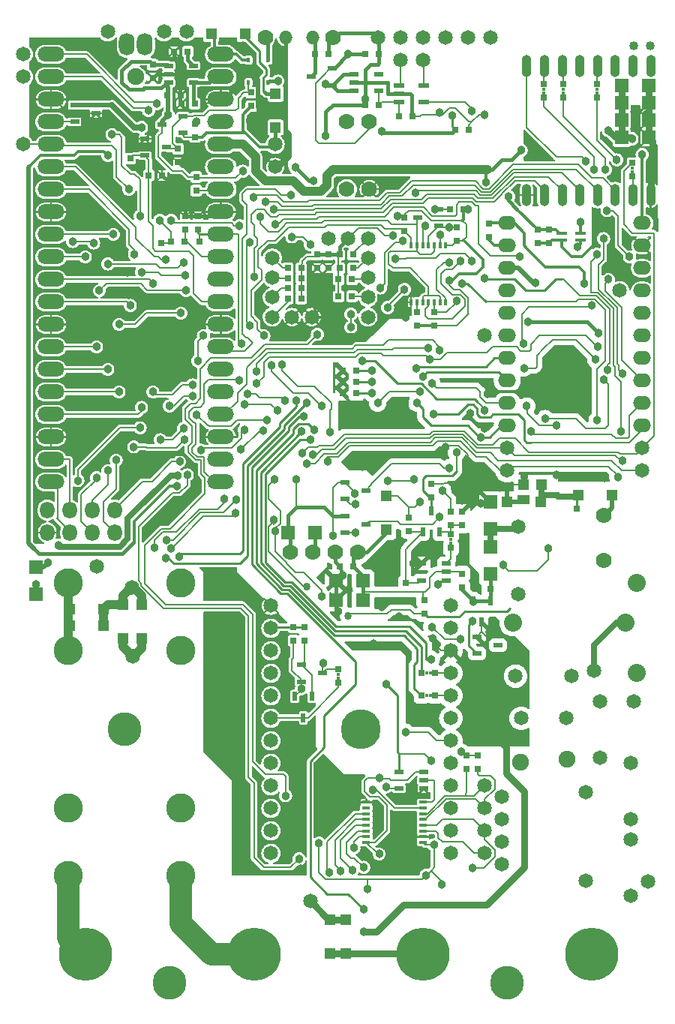
<source format=gbr>
%TF.GenerationSoftware,KiCad,Pcbnew,8.0.1-rc1*%
%TF.CreationDate,2024-12-19T23:23:58-08:00*%
%TF.ProjectId,MMTR_AFE_00_04_TORELEASE,4d4d5452-5f41-4464-955f-30305f30345f,rev?*%
%TF.SameCoordinates,Original*%
%TF.FileFunction,Copper,L2,Bot*%
%TF.FilePolarity,Positive*%
%FSLAX46Y46*%
G04 Gerber Fmt 4.6, Leading zero omitted, Abs format (unit mm)*
G04 Created by KiCad (PCBNEW 8.0.1-rc1) date 2024-12-19 23:23:58*
%MOMM*%
%LPD*%
G01*
G04 APERTURE LIST*
%TA.AperFunction,ComponentPad*%
%ADD10C,1.651000*%
%TD*%
%TA.AperFunction,ComponentPad*%
%ADD11C,2.032000*%
%TD*%
%TA.AperFunction,ComponentPad*%
%ADD12O,3.048000X1.651000*%
%TD*%
%TA.AperFunction,ComponentPad*%
%ADD13O,1.905000X1.905000*%
%TD*%
%TA.AperFunction,ComponentPad*%
%ADD14O,1.778000X2.540000*%
%TD*%
%TA.AperFunction,ComponentPad*%
%ADD15C,1.016000*%
%TD*%
%TA.AperFunction,ComponentPad*%
%ADD16C,1.778000*%
%TD*%
%TA.AperFunction,ComponentPad*%
%ADD17C,6.000000*%
%TD*%
%TA.AperFunction,ComponentPad*%
%ADD18O,1.100000X2.500000*%
%TD*%
%TA.AperFunction,ComponentPad*%
%ADD19C,3.302000*%
%TD*%
%TA.AperFunction,ComponentPad*%
%ADD20C,4.500000*%
%TD*%
%TA.AperFunction,ComponentPad*%
%ADD21O,1.524000X1.524000*%
%TD*%
%TA.AperFunction,ComponentPad*%
%ADD22O,2.032000X1.524000*%
%TD*%
%TA.AperFunction,ComponentPad*%
%ADD23C,1.905000*%
%TD*%
%TA.AperFunction,ComponentPad*%
%ADD24O,1.651000X1.905000*%
%TD*%
%TA.AperFunction,SMDPad,CuDef*%
%ADD25R,0.762000X0.762000*%
%TD*%
%TA.AperFunction,SMDPad,CuDef*%
%ADD26R,1.270000X1.270000*%
%TD*%
%TA.AperFunction,SMDPad,CuDef*%
%ADD27R,0.400000X0.400000*%
%TD*%
%TA.AperFunction,SMDPad,CuDef*%
%ADD28R,1.270000X0.431800*%
%TD*%
%TA.AperFunction,SMDPad,CuDef*%
%ADD29R,1.000000X0.500000*%
%TD*%
%TA.AperFunction,SMDPad,CuDef*%
%ADD30R,0.500000X1.000000*%
%TD*%
%TA.AperFunction,SMDPad,CuDef*%
%ADD31R,0.310000X0.700000*%
%TD*%
%TA.AperFunction,SMDPad,CuDef*%
%ADD32R,1.524000X1.524000*%
%TD*%
%TA.AperFunction,SMDPad,CuDef*%
%ADD33R,1.200000X0.600000*%
%TD*%
%TA.AperFunction,SMDPad,CuDef*%
%ADD34R,0.900000X0.310000*%
%TD*%
%TA.AperFunction,SMDPad,CuDef*%
%ADD35R,0.400000X0.500000*%
%TD*%
%TA.AperFunction,ViaPad*%
%ADD36C,3.810000*%
%TD*%
%TA.AperFunction,ViaPad*%
%ADD37C,0.965200*%
%TD*%
%TA.AperFunction,ViaPad*%
%ADD38C,0.863600*%
%TD*%
%TA.AperFunction,Conductor*%
%ADD39C,0.203200*%
%TD*%
%TA.AperFunction,Conductor*%
%ADD40C,0.355600*%
%TD*%
%TA.AperFunction,Conductor*%
%ADD41C,0.381000*%
%TD*%
%TA.AperFunction,Conductor*%
%ADD42C,0.152400*%
%TD*%
%TA.AperFunction,Conductor*%
%ADD43C,0.508000*%
%TD*%
%TA.AperFunction,Conductor*%
%ADD44C,0.406400*%
%TD*%
%TA.AperFunction,Conductor*%
%ADD45C,0.304800*%
%TD*%
%TA.AperFunction,Conductor*%
%ADD46C,0.762000*%
%TD*%
%TA.AperFunction,Conductor*%
%ADD47C,0.635000*%
%TD*%
%TA.AperFunction,Conductor*%
%ADD48C,0.254000*%
%TD*%
%TA.AperFunction,Conductor*%
%ADD49C,1.016000*%
%TD*%
%TA.AperFunction,Conductor*%
%ADD50C,0.457200*%
%TD*%
%TA.AperFunction,Conductor*%
%ADD51C,2.540000*%
%TD*%
G04 APERTURE END LIST*
D10*
%TO.P,J53,1,1*%
%TO.N,/MCU/U1_MTX*%
X196850000Y-82550000D03*
%TD*%
%TO.P,J76,1,1*%
%TO.N,Net-(U24A-OUT-)*%
X169545000Y-38735000D03*
%TD*%
%TO.P,J75,1,1*%
%TO.N,Net-(U24A-OUT+)*%
X172085000Y-38735000D03*
%TD*%
D11*
%TO.P,RT2,1,1*%
%TO.N,Net-(J24-Pad1)*%
X194945000Y-102235000D03*
%TO.P,RT2,2,2*%
%TO.N,/Amp_AFE/Common_Jack*%
X182245000Y-102235000D03*
%TD*%
D10*
%TO.P,DM1,1,1*%
%TO.N,Net-(A1-DM)*%
X142875000Y-35560000D03*
%TD*%
%TO.P,J83,1,1*%
%TO.N,/MCU/IN8*%
X165893750Y-65521250D03*
%TD*%
%TO.P,J57,1,1*%
%TO.N,/MCU/SR_In_Pin_2*%
X179070000Y-125730000D03*
%TD*%
%TO.P,J55,1,1*%
%TO.N,/MCU/1Wire0*%
X194310000Y-64770000D03*
%TD*%
%TO.P,J101,1,1*%
%TO.N,D0V*%
X159543750Y-67743750D03*
%TD*%
%TO.P,J69,1,1*%
%TO.N,U0_TX*%
X127000000Y-38100000D03*
%TD*%
%TO.P,J11,1,1*%
%TO.N,D0V*%
X155416250Y-50800000D03*
%TD*%
%TO.P,J43,1,1*%
%TO.N,COM*%
X179070000Y-69850000D03*
%TD*%
D12*
%TO.P,A1,1,U0TX_GP0*%
%TO.N,U0_TX*%
X130111500Y-38100000D03*
%TO.P,A1,2,U0RX_GP1*%
%TO.N,U0_RX*%
X130111500Y-40640000D03*
%TO.P,A1,3,GND*%
%TO.N,D0V*%
X130111500Y-43180000D03*
%TO.P,A1,4,GP2*%
%TO.N,Net-(A1-GP2)*%
X130111500Y-45720000D03*
%TO.P,A1,5,GP3*%
%TO.N,/MCU/GP3*%
X130111500Y-48260000D03*
%TO.P,A1,6,U1TX_GP4*%
%TO.N,/MCU/U1_MTX*%
X130111500Y-50800000D03*
%TO.P,A1,7,U1RX_GP5*%
%TO.N,/MCU/U1_MRX*%
X130111500Y-53340000D03*
%TO.P,A1,8,GND*%
%TO.N,D0V*%
X130111500Y-55880000D03*
%TO.P,A1,9,GP6*%
%TO.N,/MCU/1Wire*%
X130111500Y-58420000D03*
%TO.P,A1,10,GP7*%
%TO.N,/MCU/CS_InMod*%
X130111500Y-60960000D03*
%TO.P,A1,11,GP8*%
%TO.N,/MCU/SDA*%
X130111500Y-63500000D03*
%TO.P,A1,12,GP9*%
%TO.N,/MCU/SCL*%
X130111500Y-66040000D03*
%TO.P,A1,13,GND*%
%TO.N,D0V*%
X130111500Y-68580000D03*
%TO.P,A1,14,GP10*%
%TO.N,/MCU/SPI1_SCK*%
X130111500Y-71120000D03*
%TO.P,A1,15,GP11*%
%TO.N,/MCU/SPI1_MOSI*%
X130111500Y-73660000D03*
%TO.P,A1,16,GP12*%
%TO.N,/MCU/SPI1_MISO*%
X130111500Y-76200000D03*
%TO.P,A1,17,GP13*%
%TO.N,/MCU/SR_RCK*%
X130111500Y-78740000D03*
%TO.P,A1,18,GND*%
%TO.N,D0V*%
X130111500Y-81280000D03*
%TO.P,A1,19,GP14*%
%TO.N,/MCU/Radio_CS*%
X130111500Y-83820000D03*
%TO.P,A1,20,GP15*%
%TO.N,/MCU/Radio_DO0*%
X130111500Y-86360000D03*
%TO.P,A1,21,SPI0_MISO_GP16*%
%TO.N,/MCU/MISO*%
X149288500Y-86360000D03*
%TO.P,A1,22,SPI0_CS_GP17*%
%TO.N,/MCU/CS0*%
X149288500Y-83820000D03*
%TO.P,A1,23,GND*%
%TO.N,D0V*%
X149288500Y-81280000D03*
%TO.P,A1,24,SPI0_SCK_GP18*%
%TO.N,/MCU/SCK*%
X149288500Y-78740000D03*
%TO.P,A1,25,SPI0_MOSI_GP19*%
%TO.N,/MCU/MOSI*%
X149288500Y-76200000D03*
%TO.P,A1,26,GP20*%
%TO.N,/MCU/CS1*%
X149288500Y-73660000D03*
%TO.P,A1,27,GP21*%
%TO.N,5V_ISO_IN_EN*%
X149288500Y-71120000D03*
%TO.P,A1,28,GND*%
%TO.N,D0V*%
X149288500Y-68580000D03*
%TO.P,A1,29,GP22*%
%TO.N,Battery_EN*%
X149288500Y-66040000D03*
%TO.P,A1,30,RUN*%
%TO.N,unconnected-(A1-RUN-Pad30)*%
X149288500Y-63500000D03*
%TO.P,A1,31,ADC0_GP26*%
%TO.N,Net-(A1-ADC0_GP26)*%
X149288500Y-60960000D03*
%TO.P,A1,32,ADC1_GP27*%
%TO.N,/MCU/ADC1*%
X149288500Y-58420000D03*
%TO.P,A1,33,AGND*%
%TO.N,D0V*%
X149288500Y-55880000D03*
%TO.P,A1,34,ADC2_GP28*%
%TO.N,Net-(A1-ADC2_GP28)*%
X149288500Y-53340000D03*
%TO.P,A1,35,ADC_VREF*%
%TO.N,unconnected-(A1-ADC_VREF-Pad35)*%
X149288500Y-50800000D03*
%TO.P,A1,36,3V3_OUT*%
%TO.N,D3V3*%
X149288500Y-48260000D03*
%TO.P,A1,37,3V3_EN*%
%TO.N,unconnected-(A1-3V3_EN-Pad37)*%
X149288500Y-45720000D03*
%TO.P,A1,38,GND*%
%TO.N,D0V*%
X149288500Y-43180000D03*
%TO.P,A1,39,VSYS*%
%TO.N,VSYS*%
X149288500Y-40640000D03*
%TO.P,A1,40,VBUS*%
%TO.N,MCU_VBUS*%
X149288500Y-38100000D03*
D13*
%TO.P,A1,41,USB_GND*%
%TO.N,Net-(A1-USB_GND)*%
X139700000Y-40640000D03*
D14*
%TO.P,A1,42,DM*%
%TO.N,Net-(A1-DM)*%
X140716000Y-36982400D03*
%TO.P,A1,43,DP*%
%TO.N,Net-(A1-DP)*%
X138684000Y-36982400D03*
%TD*%
D10*
%TO.P,J40,1,1*%
%TO.N,/MCU/5V_ISOLATED*%
X169545000Y-36195000D03*
%TD*%
D15*
%TO.P,J44,1,1*%
%TO.N,Net-(M1-ANT)*%
X197802500Y-37147500D03*
%TD*%
D10*
%TO.P,J67,1,1*%
%TO.N,Net-(J63-Pad2)*%
X179705000Y-36195000D03*
%TD*%
%TO.P,J5,1,1*%
%TO.N,Net-(D7-A)*%
X135255000Y-95885000D03*
%TD*%
%TO.P,J59,1,1*%
%TO.N,/MCU/SCL*%
X181610000Y-85090000D03*
%TD*%
%TO.P,J56,1,1*%
%TO.N,/MCU/SR_In_Pin_1*%
X179070000Y-123190000D03*
%TD*%
%TO.P,J39,1,1*%
%TO.N,/MCU/0V_ISOLATED*%
X167005000Y-36195000D03*
%TD*%
D16*
%TO.P,U6,1,GND*%
%TO.N,D0V*%
X157162500Y-94297500D03*
%TO.P,U6,2,3V3*%
%TO.N,Net-(Q12-D)*%
X159702500Y-94297500D03*
%TO.P,U6,3,0V*%
%TO.N,COM*%
X162242500Y-94297500D03*
%TO.P,U6,4,9V*%
%TO.N,/Ohm_AFE/9V5_Ohms*%
X164782500Y-94297500D03*
%TD*%
%TO.P,F3,1,1*%
%TO.N,Net-(F3-Pad1)*%
X192532000Y-95250000D03*
%TO.P,F3,2,2*%
%TO.N,Net-(D1-K)*%
X192532000Y-90170000D03*
%TD*%
D10*
%TO.P,J88,1,1*%
%TO.N,/MCU/IN13*%
X155098750Y-63298750D03*
%TD*%
%TO.P,J60,1,1*%
%TO.N,/MCU/SR_In_Pin_3*%
X179070000Y-128270000D03*
%TD*%
D17*
%TO.P,J2,1,1*%
%TO.N,/Amp_AFE/Common_Jack*%
X172085000Y-139700000D03*
%TD*%
D10*
%TO.P,J93,1,1*%
%TO.N,/MCU/IN5*%
X180975000Y-127000000D03*
%TD*%
D18*
%TO.P,M1,1,GND*%
%TO.N,D0V*%
X183817500Y-53972500D03*
%TO.P,M1,2,MISO*%
%TO.N,/MCU/SPI1_MISO*%
X185817500Y-53972500D03*
%TO.P,M1,3,MOSI*%
%TO.N,/MCU/SPI1_MOSI*%
X187817500Y-53972500D03*
%TO.P,M1,4,SCK*%
%TO.N,/MCU/SPI1_SCK*%
X189817500Y-53972500D03*
%TO.P,M1,5,NSS*%
%TO.N,/MCU/Radio_CS*%
X191817500Y-53972500D03*
%TO.P,M1,6,RESET*%
%TO.N,/MCU/Radio_DO0*%
X193817500Y-53972500D03*
%TO.P,M1,7,DIO5*%
%TO.N,Net-(M1-DIO5)*%
X195817500Y-53972500D03*
%TO.P,M1,8,GND*%
%TO.N,D0V*%
X197817500Y-53972500D03*
%TO.P,M1,9,ANT*%
%TO.N,Net-(M1-ANT)*%
X197817500Y-39372500D03*
%TO.P,M1,10,GND*%
%TO.N,Net-(J46-Pad1)*%
X195817500Y-39372500D03*
%TO.P,M1,11,DIO3*%
%TO.N,unconnected-(M1-DIO3-Pad11)*%
X193817500Y-39372500D03*
%TO.P,M1,12,DIO4*%
%TO.N,Net-(M1-DIO4)*%
X191817500Y-39372500D03*
%TO.P,M1,13,3V3*%
%TO.N,D3V3*%
X189817500Y-39372500D03*
%TO.P,M1,14,DIO0*%
%TO.N,Net-(M1-DIO0)*%
X187817500Y-39372500D03*
%TO.P,M1,15,DIO1*%
%TO.N,Net-(M1-DIO1)*%
X185817500Y-39372500D03*
%TO.P,M1,16,DIO2*%
%TO.N,/MCU/1Wire_3*%
X183817500Y-39372500D03*
%TD*%
D19*
%TO.P,F1,1,1*%
%TO.N,/Amp_AFE/Amps*%
X144780000Y-130810000D03*
X144780000Y-123190000D03*
%TO.P,F1,2,2*%
%TO.N,Net-(D10-A)*%
X144780000Y-105410000D03*
X144780000Y-97790000D03*
%TD*%
D10*
%TO.P,U15,1,0V_Dirty*%
%TO.N,D0V*%
X154940000Y-100330000D03*
%TO.P,U15,2,3V3_Dirty*%
%TO.N,D3V3*%
X154940000Y-102870000D03*
%TO.P,U15,3,5V_Dirty*%
%TO.N,VSYS*%
X154940000Y-105410000D03*
%TO.P,U15,4,1Wire*%
%TO.N,/MCU/1Wire_2*%
X154940000Y-107950000D03*
%TO.P,U15,5,Meter_TX*%
%TO.N,/MCU/U1_MTX*%
X154940000Y-110490000D03*
%TO.P,U15,6,Meter_RX*%
%TO.N,Net-(Q17-D)*%
X154940000Y-113030000D03*
%TO.P,U15,7,SDA*%
%TO.N,/MCU/SDA*%
X154940000Y-115570000D03*
%TO.P,U15,8,SCL*%
%TO.N,/MCU/SCL*%
X154940000Y-118110000D03*
%TO.P,U15,9,MISO*%
%TO.N,/MCU/SPI1_MISO*%
X154940000Y-120650000D03*
%TO.P,U15,10,MOSI*%
%TO.N,/MCU/SPI1_MOSI*%
X154940000Y-123190000D03*
%TO.P,U15,11,SCK*%
%TO.N,/MCU/SPI1_SCK*%
X154940000Y-125730000D03*
%TO.P,U15,12,CS*%
%TO.N,/MCU/CS_InMod*%
X154940000Y-128270000D03*
%TO.P,U15,13,DIO0*%
%TO.N,/MCU/SR_Pin_16*%
X175260000Y-128270000D03*
%TO.P,U15,14,DIO1*%
%TO.N,/MCU/SR_Pin_17*%
X175260000Y-125730000D03*
%TO.P,U15,15,DIO2*%
%TO.N,/MCU/SR_Pin_18*%
X175260000Y-123190000D03*
%TO.P,U15,16,DIO3*%
%TO.N,/MCU/SR_Pin_19*%
X175260000Y-120650000D03*
%TO.P,U15,17,RES*%
%TO.N,unconnected-(U15-RES-Pad17)*%
X175260000Y-118110000D03*
%TO.P,U15,18,ADC3*%
%TO.N,/MCU/MOD_ADC3_RAW*%
X175260000Y-115570000D03*
%TO.P,U15,19,ADC2*%
%TO.N,/MCU/MOD_ADC2_RAW*%
X175260000Y-113030000D03*
%TO.P,U15,20,ADC1*%
%TO.N,/MCU/MOD_ADC1_RAW*%
X175260000Y-110490000D03*
%TO.P,U15,21,ADC0*%
%TO.N,/MCU/MOD_ADC0_RAW*%
X175260000Y-107950000D03*
%TO.P,U15,22,Common*%
%TO.N,COM*%
X175260000Y-105410000D03*
%TO.P,U15,23,3V3_Clean*%
%TO.N,A3V3*%
X175260000Y-102870000D03*
%TO.P,U15,24,0V_Clean*%
%TO.N,A0V*%
X175260000Y-100330000D03*
D20*
%TO.P,U15,C*%
%TO.N,N/C*%
X165100000Y-114300000D03*
%TD*%
D10*
%TO.P,J91,1,1*%
%TO.N,Net-(U27-SER_IN)*%
X165893750Y-67743750D03*
%TD*%
%TO.P,J30,1,1*%
%TO.N,Net-(D10-A)*%
X139382500Y-106045000D03*
%TD*%
D17*
%TO.P,J1,1,1*%
%TO.N,/Ohm_AFE/Vpin*%
X191135000Y-139700000D03*
%TD*%
D10*
%TO.P,J85,1,1*%
%TO.N,/MCU/IN10*%
X165893750Y-61076250D03*
%TD*%
%TO.P,R4,1,1*%
%TO.N,Net-(J24-Pad1)*%
X188912500Y-108267500D03*
%TO.P,R4,2,2*%
%TO.N,Net-(C55-Pad2)*%
X182562500Y-108267500D03*
%TD*%
%TO.P,C54,1,1*%
%TO.N,/Ohm_AFE/Vpin*%
X190500000Y-131368800D03*
%TO.P,C54,2,2*%
%TO.N,Net-(C54-Pad2)*%
X190500000Y-121361200D03*
%TD*%
%TO.P,J102,1,1*%
%TO.N,D3V3*%
X163671250Y-58853750D03*
%TD*%
%TO.P,R2,1,1*%
%TO.N,Net-(R1-Pad2)*%
X195580000Y-124460000D03*
%TO.P,R2,2,2*%
%TO.N,Net-(C54-Pad2)*%
X195580000Y-118110000D03*
%TD*%
D16*
%TO.P,U7,1,GND*%
%TO.N,/MCU/0V_ISOLATED*%
X161925000Y-36195000D03*
D21*
%TO.P,U7,2,5Vin*%
%TO.N,Net-(Q13-D)*%
X159639000Y-36195000D03*
%TO.P,U7,3,0Vo*%
%TO.N,D0V*%
X156591000Y-36195000D03*
D16*
%TO.P,U7,4,5Vo*%
%TO.N,Net-(D3-A)*%
X154305000Y-36195000D03*
%TD*%
D10*
%TO.P,J31,1,1*%
%TO.N,/MCU/SR_In_Pin_0*%
X179070000Y-120650000D03*
%TD*%
%TO.P,J58,1,1*%
%TO.N,/MCU/SDA*%
X181610000Y-82550000D03*
%TD*%
%TO.P,J103,1,1*%
%TO.N,D3V3*%
X161448750Y-58853750D03*
%TD*%
D15*
%TO.P,J46,1,1*%
%TO.N,Net-(J46-Pad1)*%
X195897500Y-37147500D03*
%TD*%
D10*
%TO.P,J94,1,1*%
%TO.N,/MCU/IN6*%
X180975000Y-124460000D03*
%TD*%
D22*
%TO.P,U3,1,AVdd*%
%TO.N,A3V3*%
X181610000Y-57150000D03*
%TO.P,U3,2,AGnd*%
%TO.N,A0V*%
X181610000Y-59690000D03*
%TO.P,U3,3,REFIN-*%
X181610000Y-62230000D03*
%TO.P,U3,4,REFIN+/OUT*%
%TO.N,unconnected-(U3A-REFIN+{slash}OUT-Pad4)*%
X181610000Y-64770000D03*
%TO.P,U3,5,CH0*%
%TO.N,Net-(U2A-Vout)*%
X181610000Y-67310000D03*
%TO.P,U3,6,CH1*%
%TO.N,COM*%
X181610000Y-69850000D03*
%TO.P,U3,7,CH2*%
%TO.N,/PGA_ADC/CH1*%
X181610000Y-72390000D03*
%TO.P,U3,8,CH3*%
%TO.N,/PGA_ADC/CH2*%
X181610000Y-74930000D03*
%TO.P,U3,9,CH4*%
%TO.N,/PGA_ADC/CH3*%
X181610000Y-77470000D03*
%TO.P,U3,10,CH5*%
%TO.N,/PGA_ADC/CH4*%
X181610000Y-80010000D03*
%TO.P,U3,11,RES(CH6)*%
%TO.N,/PGA_ADC/CH5*%
X196850000Y-80010000D03*
%TO.P,U3,12,RES(CH7)*%
%TO.N,/PGA_ADC/CH6*%
X196850000Y-77470000D03*
%TO.P,U3,13,~{CS}*%
%TO.N,/MCU/CS0*%
X196850000Y-74930000D03*
%TO.P,U3,14,SCK*%
%TO.N,/MCU/SCK*%
X196850000Y-72390000D03*
%TO.P,U3,15,MOSI*%
%TO.N,/MCU/MOSI*%
X196850000Y-69850000D03*
%TO.P,U3,16,MISO*%
%TO.N,/MCU/MISO*%
X196850000Y-67310000D03*
%TO.P,U3,17,~{IRQ}*%
%TO.N,/PGA_ADC/~{IRQ}*%
X196850000Y-64770000D03*
%TO.P,U3,18,MCLK*%
%TO.N,/MCU/GP3*%
X196850000Y-62230000D03*
%TO.P,U3,19,DGnd*%
%TO.N,D0V*%
X196850000Y-59690000D03*
%TO.P,U3,20,DVdd*%
%TO.N,D3V3*%
X196850000Y-57150000D03*
%TD*%
D10*
%TO.P,J104,1,1*%
%TO.N,Net-(A1-USB_GND)*%
X145415000Y-35560000D03*
%TD*%
%TO.P,J86,1,1*%
%TO.N,/MCU/IN11*%
X165893750Y-58853750D03*
%TD*%
%TO.P,J92,1,1*%
%TO.N,/MCU/IN4*%
X180975000Y-129540000D03*
%TD*%
D23*
%TO.P,RT1,1,1*%
%TO.N,Net-(C54-Pad2)*%
X188384939Y-117639815D03*
%TO.P,RT1,2,2*%
%TO.N,/Amp_AFE/Common_Jack*%
X183090061Y-117945185D03*
%TD*%
D17*
%TO.P,J4,1,1*%
%TO.N,/Amp_AFE/Amps*%
X153035000Y-139700000D03*
%TD*%
D10*
%TO.P,J6,1,1*%
%TO.N,Net-(D10-K)*%
X139223750Y-98266250D03*
%TD*%
%TO.P,J84,1,1*%
%TO.N,/MCU/IN9*%
X165893750Y-63298750D03*
%TD*%
%TO.P,J87,1,1*%
%TO.N,/MCU/IN12*%
X155098750Y-61076250D03*
%TD*%
%TO.P,J89,1,1*%
%TO.N,/MCU/IN14*%
X155098750Y-65521250D03*
%TD*%
D19*
%TO.P,F2,1,1*%
%TO.N,/Amp_AFE/mA{slash}uA*%
X132080000Y-130810000D03*
X132080000Y-123190000D03*
%TO.P,F2,2,2*%
%TO.N,Net-(D7-A)*%
X132080000Y-105410000D03*
X132080000Y-97790000D03*
%TD*%
D10*
%TO.P,J7,1,1*%
%TO.N,/Ohm_AFE/Vpin*%
X197485000Y-131445000D03*
%TD*%
%TO.P,C55,1,1*%
%TO.N,Net-(C54-Pad2)*%
X188277500Y-113030000D03*
%TO.P,C55,2,2*%
%TO.N,Net-(C55-Pad2)*%
X183197500Y-113030000D03*
%TD*%
%TO.P,R3,1,1*%
%TO.N,Net-(C54-Pad2)*%
X192087500Y-117475000D03*
%TO.P,R3,2,2*%
%TO.N,Net-(J24-Pad1)*%
X192087500Y-111125000D03*
%TD*%
%TO.P,J10,1,1*%
%TO.N,Net-(D13-K)*%
X155416250Y-48260000D03*
%TD*%
%TO.P,J24,1,1*%
%TO.N,Net-(J24-Pad1)*%
X191452500Y-107632500D03*
%TD*%
%TO.P,C72,1,1*%
%TO.N,Net-(C72-Pad1)*%
X182880000Y-91440000D03*
%TO.P,C72,2,2*%
%TO.N,/Amp_AFE/Common_Jack*%
X182880000Y-99060000D03*
%TD*%
D17*
%TO.P,J3,1,1*%
%TO.N,/Amp_AFE/mA{slash}uA*%
X133985000Y-139700000D03*
%TD*%
D10*
%TO.P,J95,1,1*%
%TO.N,/MCU/IN7*%
X180975000Y-121920000D03*
%TD*%
%TO.P,J8,1,1*%
%TO.N,Net-(J8-Pad1)*%
X195897500Y-111125000D03*
%TD*%
%TO.P,DP1,1,1*%
%TO.N,Net-(A1-DP)*%
X136525000Y-35560000D03*
%TD*%
%TO.P,J72,1,1*%
%TO.N,/MCU/GP3*%
X127000000Y-48260000D03*
%TD*%
%TO.P,J68,1,1*%
%TO.N,U0_RX*%
X127000000Y-40640000D03*
%TD*%
%TO.P,J65,1,1*%
%TO.N,Net-(U18-B)*%
X174625000Y-36195000D03*
%TD*%
D16*
%TO.P,U8,1,A*%
%TO.N,Net-(U8-A)*%
X163512500Y-53340000D03*
%TO.P,U8,2,K*%
%TO.N,D0V*%
X166052500Y-53340000D03*
%TO.P,U8,3,E*%
%TO.N,Net-(Q13-G)*%
X166052500Y-45720000D03*
%TO.P,U8,4,C*%
%TO.N,/MCU/5V_ISOLATED*%
X163512500Y-45720000D03*
%TD*%
D10*
%TO.P,J66,1,1*%
%TO.N,Net-(J62-Pad2)*%
X177165000Y-36195000D03*
%TD*%
D24*
%TO.P,M2,1,GND*%
%TO.N,D0V*%
X129698750Y-92075000D03*
%TO.P,M2,2,CE*%
%TO.N,/MCU/Radio_DO0*%
X132238750Y-92075000D03*
%TO.P,M2,3,SCK*%
%TO.N,/MCU/SPI1_SCK*%
X134778750Y-92075000D03*
%TO.P,M2,4,MISO*%
%TO.N,/MCU/SPI1_MISO*%
X137318750Y-92075000D03*
%TO.P,M2,5,IRQ*%
%TO.N,/MCU/1Wire_3*%
X137318750Y-89535000D03*
%TO.P,M2,6,MOSI*%
%TO.N,/MCU/SPI1_MOSI*%
X134778750Y-89535000D03*
%TO.P,M2,7,CSN*%
%TO.N,/MCU/Radio_CS*%
X132238750Y-89535000D03*
%TO.P,M2,8,VCC*%
%TO.N,D3V3*%
X129698750Y-89535000D03*
%TD*%
D10*
%TO.P,J54,1,1*%
%TO.N,/MCU/U1_MRX*%
X196850000Y-85090000D03*
%TD*%
%TO.P,J34,1,1*%
%TO.N,Net-(D11-A)*%
X159385000Y-133667500D03*
%TD*%
%TO.P,J100,1,1*%
%TO.N,D0V*%
X157321250Y-67743750D03*
%TD*%
%TO.P,J90,1,1*%
%TO.N,/MCU/IN15*%
X155098750Y-67743750D03*
%TD*%
%TO.P,R1,1,1*%
%TO.N,/Ohm_AFE/Vpin*%
X195580000Y-133032500D03*
%TO.P,R1,2,2*%
%TO.N,Net-(R1-Pad2)*%
X195580000Y-126682500D03*
%TD*%
%TO.P,J64,1,1*%
%TO.N,Net-(U18-A)*%
X172085000Y-36195000D03*
%TD*%
D25*
%TO.P,C75,1,1*%
%TO.N,D3V3*%
X160147000Y-60706000D03*
%TO.P,C75,2,2*%
%TO.N,D0V*%
X160147000Y-62230000D03*
%TD*%
%TO.P,C5,1,1*%
%TO.N,Vbat*%
X141605000Y-39243000D03*
%TO.P,C5,2,2*%
%TO.N,D0V*%
X141605000Y-40767000D03*
%TD*%
%TO.P,J105,1,1*%
%TO.N,Net-(Q20-G)*%
X179705000Y-98425000D03*
%TD*%
%TO.P,R79,1,1*%
%TO.N,/Ohm_AFE/9V5_Ohms*%
X172243750Y-99726750D03*
%TO.P,R79,2,2*%
%TO.N,Net-(Q21-C)*%
X172243750Y-101250750D03*
%TD*%
%TO.P,RT5,1,1*%
%TO.N,Net-(J25-Pad1)*%
X164592000Y-73787000D03*
%TO.P,RT5,2,2*%
%TO.N,COM*%
X163068000Y-73787000D03*
%TD*%
D26*
%TO.P,D1,1,A*%
%TO.N,Net-(D1-A)*%
X189611000Y-87884000D03*
%TO.P,D1,2,K*%
%TO.N,Net-(D1-K)*%
X193421000Y-87884000D03*
%TD*%
D25*
%TO.P,C70,1,1*%
%TO.N,Net-(U24B-VDD)*%
X167132000Y-43815000D03*
%TO.P,C70,2,2*%
%TO.N,/MCU/0V_ISOLATED*%
X165608000Y-43815000D03*
%TD*%
%TO.P,C56,1,1*%
%TO.N,Net-(Q13-D)*%
X159893000Y-38100000D03*
%TO.P,C56,2,2*%
%TO.N,/MCU/0V_ISOLATED*%
X161417000Y-38100000D03*
%TD*%
%TO.P,J47,1,1*%
%TO.N,/MCU/U1_MTX*%
X195738750Y-50355500D03*
D27*
X195738750Y-50917500D03*
%TO.P,J47,2,2*%
%TO.N,Net-(M1-DIO5)*%
X195738750Y-51317500D03*
D25*
X195738750Y-51879500D03*
%TD*%
D26*
%TO.P,D14,1,A*%
%TO.N,MCU_VBUS*%
X148209000Y-35814000D03*
%TO.P,D14,2,K*%
%TO.N,Net-(D13-A)*%
X152019000Y-35814000D03*
%TD*%
D28*
%TO.P,L1,1,1*%
%TO.N,VSYS*%
X187787208Y-58274000D03*
%TO.P,L1,2,2*%
%TO.N,Net-(U11-Vin)*%
X189887208Y-58274000D03*
%TO.P,L1,3,3*%
%TO.N,A0V*%
X189887208Y-59074000D03*
%TO.P,L1,4,4*%
%TO.N,D0V*%
X187787208Y-59074000D03*
%TD*%
D29*
%TO.P,U20,1,SCIO*%
%TO.N,Net-(A1-GP2)*%
X132785000Y-45717500D03*
%TO.P,U20,2,VCC*%
%TO.N,D3V3*%
X132785000Y-43817500D03*
%TO.P,U20,3,VSS*%
%TO.N,D0V*%
X135185000Y-44767500D03*
%TD*%
D25*
%TO.P,J16,1,1*%
%TO.N,Net-(D1-A)*%
X187198000Y-87884000D03*
%TD*%
%TO.P,C74,1,1*%
%TO.N,D3V3*%
X161417000Y-60706000D03*
%TO.P,C74,2,2*%
%TO.N,D0V*%
X161417000Y-62230000D03*
%TD*%
%TO.P,R86,1,1*%
%TO.N,/MCU/IN13*%
X156845000Y-63373000D03*
%TO.P,R86,2,2*%
%TO.N,D3V3*%
X158369000Y-63373000D03*
%TD*%
D26*
%TO.P,RT7,1,1*%
%TO.N,Net-(D1-A)*%
X185483500Y-86677500D03*
%TO.P,RT7,2,2*%
%TO.N,COM*%
X183451500Y-86677500D03*
%TD*%
D30*
%TO.P,U26,1,IO1*%
%TO.N,Net-(Q20-G)*%
X177802500Y-99765000D03*
%TO.P,U26,2,IO2*%
X179702500Y-99765000D03*
%TO.P,U26,3,GND*%
%TO.N,COM*%
X178752500Y-102165000D03*
%TD*%
D25*
%TO.P,J42,1,1*%
%TO.N,/MCU/ADC1*%
X146843750Y-59213750D03*
%TD*%
D29*
%TO.P,Q18,1,G*%
%TO.N,Net-(D4-K)*%
X145027500Y-45087500D03*
%TO.P,Q18,2,S*%
%TO.N,Net-(D13-K)*%
X145027500Y-46987500D03*
%TO.P,Q18,3,D*%
%TO.N,Vbat*%
X142627500Y-46037500D03*
%TD*%
D30*
%TO.P,Q6,1,G*%
%TO.N,Net-(Q6-G)*%
X173987500Y-92005000D03*
%TO.P,Q6,2,S*%
%TO.N,Net-(Q6-S)*%
X172087500Y-92005000D03*
%TO.P,Q6,3,D*%
%TO.N,/PGA_ADC/CH4*%
X173037500Y-89605000D03*
%TD*%
D29*
%TO.P,U9,1,Vin*%
%TO.N,Vbat*%
X143380000Y-41272500D03*
%TO.P,U9,2,GND*%
%TO.N,D0V*%
X143380000Y-40322500D03*
%TO.P,U9,3,EN*%
%TO.N,Vbat*%
X143380000Y-39372500D03*
%TO.P,U9,4,BYP*%
%TO.N,Net-(U9-BYP)*%
X146180000Y-39372500D03*
%TO.P,U9,5,VOUT*%
%TO.N,VSYS*%
X146180000Y-41272500D03*
%TD*%
D26*
%TO.P,D9,1,A*%
%TO.N,Net-(D10-K)*%
X140318750Y-100171250D03*
%TO.P,D9,2,K*%
%TO.N,Net-(D10-A)*%
X140318750Y-103981250D03*
%TD*%
D25*
%TO.P,R49,1,1*%
%TO.N,Net-(D4-K)*%
X152717500Y-42418000D03*
%TO.P,R49,2,2*%
%TO.N,Net-(D13-K)*%
X152717500Y-43942000D03*
%TD*%
%TO.P,RT6,1,1*%
%TO.N,Net-(J27-Pad1)*%
X164592000Y-75057000D03*
%TO.P,RT6,2,2*%
%TO.N,COM*%
X163068000Y-75057000D03*
%TD*%
D26*
%TO.P,D12,1,A*%
%TO.N,/Amp_AFE/Common_Jack*%
X163353750Y-139541250D03*
%TO.P,D12,2,K*%
%TO.N,Net-(D11-A)*%
X163353750Y-135731250D03*
%TD*%
D25*
%TO.P,J50,1,1*%
%TO.N,Net-(M1-DIO1)*%
X185737500Y-41465500D03*
D27*
X185737500Y-42027500D03*
%TO.P,J50,2,2*%
%TO.N,/MCU/SDA*%
X185737500Y-42427500D03*
D25*
X185737500Y-42989500D03*
%TD*%
%TO.P,R60,1,1*%
%TO.N,D3V3*%
X157480000Y-102743000D03*
%TO.P,R60,2,2*%
%TO.N,/MCU/SR_Pin_21*%
X157480000Y-104267000D03*
%TD*%
D29*
%TO.P,Q20,1,G*%
%TO.N,Net-(Q20-G)*%
X178187500Y-105725000D03*
%TO.P,Q20,2,S*%
%TO.N,COM*%
X178187500Y-103825000D03*
%TO.P,Q20,3,D*%
%TO.N,Net-(Q20-D)*%
X180587500Y-104775000D03*
%TD*%
D31*
%TO.P,U14,1,OE1*%
%TO.N,Net-(U13-QE)*%
X174670000Y-66065000D03*
%TO.P,U14,2,A1*%
%TO.N,/MCU/1Wire*%
X174020000Y-66065000D03*
%TO.P,U14,3,B1*%
%TO.N,/MCU/1Wire0*%
X173370000Y-66065000D03*
%TO.P,U14,4,2OE*%
%TO.N,Net-(U13-QF)*%
X172720000Y-66065000D03*
%TO.P,U14,5,A2*%
%TO.N,/MCU/1Wire*%
X172070000Y-66065000D03*
%TO.P,U14,6,B2*%
%TO.N,/MCU/1Wire1*%
X171420000Y-66065000D03*
%TO.P,U14,7,GND*%
%TO.N,D0V*%
X170770000Y-66065000D03*
%TO.P,U14,8,B3*%
%TO.N,/MCU/1Wire_2*%
X170770000Y-59665000D03*
%TO.P,U14,9,A3*%
%TO.N,/MCU/1Wire*%
X171420000Y-59665000D03*
%TO.P,U14,10,3OE*%
%TO.N,Net-(U13-QH)*%
X172070000Y-59665000D03*
%TO.P,U14,11,B4*%
%TO.N,/MCU/1Wire_3*%
X172720000Y-59665000D03*
%TO.P,U14,12,A4*%
%TO.N,/MCU/1Wire*%
X173370000Y-59665000D03*
%TO.P,U14,13,4OE*%
%TO.N,Net-(Q15-G)*%
X174020000Y-59665000D03*
%TO.P,U14,14,V+*%
%TO.N,D3V3*%
X174670000Y-59665000D03*
%TD*%
D25*
%TO.P,J14,1,1*%
%TO.N,Vbat*%
X146367500Y-45910500D03*
%TO.P,J14,2,2*%
%TO.N,Net-(D13-K)*%
X146367500Y-47434500D03*
%TD*%
%TO.P,R88,1,1*%
%TO.N,/MCU/IN11*%
X164211000Y-60706000D03*
%TO.P,R88,2,2*%
%TO.N,D3V3*%
X162687000Y-60706000D03*
%TD*%
%TO.P,R45,1,1*%
%TO.N,Battery_EN*%
X141160500Y-51752500D03*
%TO.P,R45,2,2*%
%TO.N,D0V*%
X142684500Y-51752500D03*
%TD*%
D32*
%TO.P,R76,1,1*%
%TO.N,Net-(C72-Pad1)*%
X179705000Y-91694000D03*
%TO.P,R76,2,2*%
%TO.N,COM*%
X179705000Y-88646000D03*
%TD*%
D30*
%TO.P,Q17,1,G*%
%TO.N,/MCU/SR_Pin_21*%
X157653808Y-110560000D03*
%TO.P,Q17,2,S*%
%TO.N,Net-(Q16-S)*%
X159553808Y-110560000D03*
%TO.P,Q17,3,D*%
%TO.N,Net-(Q17-D)*%
X158603808Y-112960000D03*
%TD*%
D25*
%TO.P,R81,1,1*%
%TO.N,D3V3*%
X175895000Y-59182000D03*
%TO.P,R81,2,2*%
%TO.N,/MCU/1Wire_3*%
X175895000Y-57658000D03*
%TD*%
D32*
%TO.P,C26,1,1*%
%TO.N,/Ohm_AFE/9V5_Ohms*%
X165354000Y-97472500D03*
%TO.P,C26,2,2*%
%TO.N,COM*%
X162306000Y-97472500D03*
%TD*%
D26*
%TO.P,D11,1,A*%
%TO.N,Net-(D11-A)*%
X161607500Y-135731250D03*
%TO.P,D11,2,K*%
%TO.N,/Amp_AFE/Common_Jack*%
X161607500Y-139541250D03*
%TD*%
D25*
%TO.P,C16,1,1*%
%TO.N,VSYS*%
X186297208Y-57912000D03*
%TO.P,C16,2,2*%
%TO.N,D0V*%
X186297208Y-59436000D03*
%TD*%
D32*
%TO.P,C57,1,1*%
%TO.N,D3V3*%
X194564000Y-41605200D03*
%TO.P,C57,2,2*%
%TO.N,D0V*%
X197612000Y-41605200D03*
%TD*%
D25*
%TO.P,J32,1,1*%
%TO.N,Net-(D3-A)*%
X142557500Y-59372500D03*
%TD*%
D33*
%TO.P,U24,1,VDD*%
%TO.N,Net-(U24B-VDD)*%
X169415000Y-43495000D03*
%TO.P,U24,2,GND*%
%TO.N,/MCU/0V_ISOLATED*%
X169415000Y-42545000D03*
%TO.P,U24,3,OUT-*%
%TO.N,Net-(U24A-OUT-)*%
X169415000Y-41595000D03*
%TO.P,U24,4,OUT+*%
%TO.N,Net-(U24A-OUT+)*%
X172215000Y-41595000D03*
%TO.P,U24,5,TTL_IN*%
%TO.N,Net-(U18-D)*%
X172215000Y-43495000D03*
%TD*%
D32*
%TO.P,C14,1,1*%
%TO.N,D3V3*%
X194564000Y-47498000D03*
%TO.P,C14,2,2*%
%TO.N,D0V*%
X197612000Y-47498000D03*
%TD*%
D25*
%TO.P,C30,1,1*%
%TO.N,/Ohm_AFE/9V5_Ohms*%
X164274500Y-95885000D03*
%TO.P,C30,2,2*%
%TO.N,COM*%
X162750500Y-95885000D03*
%TD*%
%TO.P,R82,1,1*%
%TO.N,D3V3*%
X170021250Y-56546750D03*
%TO.P,R82,2,2*%
%TO.N,/MCU/1Wire_2*%
X170021250Y-58070750D03*
%TD*%
D32*
%TO.P,C31,1,1*%
%TO.N,Net-(Q12-D)*%
X159956500Y-92075000D03*
%TO.P,C31,2,2*%
%TO.N,D0V*%
X156908500Y-92075000D03*
%TD*%
D25*
%TO.P,R83,1,1*%
%TO.N,D3V3*%
X171450000Y-68707000D03*
%TO.P,R83,2,2*%
%TO.N,/MCU/1Wire1*%
X171450000Y-67183000D03*
%TD*%
D29*
%TO.P,Q16,1,G*%
%TO.N,/MCU/SR_Pin_21*%
X158356308Y-108900000D03*
%TO.P,Q16,2,S*%
%TO.N,Net-(Q16-S)*%
X158356308Y-107000000D03*
%TO.P,Q16,3,D*%
%TO.N,/MCU/U1_MRX*%
X160756308Y-107950000D03*
%TD*%
D25*
%TO.P,R84,1,1*%
%TO.N,D3V3*%
X173355000Y-68707000D03*
%TO.P,R84,2,2*%
%TO.N,/MCU/1Wire0*%
X173355000Y-67183000D03*
%TD*%
%TO.P,R46,1,1*%
%TO.N,Net-(D2-K)*%
X175260000Y-89725500D03*
%TO.P,R46,2,2*%
%TO.N,Net-(Q6-G)*%
X175260000Y-91249500D03*
%TD*%
%TO.P,R78,1,1*%
%TO.N,/Ohm_AFE/9V5_Ohms*%
X176530000Y-96710500D03*
%TO.P,R78,2,2*%
%TO.N,Net-(Q20-G)*%
X176530000Y-98234500D03*
%TD*%
%TO.P,C4,1,1*%
%TO.N,Net-(D4-K)*%
X144462500Y-48768000D03*
%TO.P,C4,2,2*%
%TO.N,D0V*%
X144462500Y-50292000D03*
%TD*%
%TO.P,R61,1,1*%
%TO.N,D3V3*%
X158750000Y-102743000D03*
%TO.P,R61,2,2*%
%TO.N,Net-(Q16-S)*%
X158750000Y-104267000D03*
%TD*%
%TO.P,C8,1,1*%
%TO.N,VSYS*%
X146335750Y-43656250D03*
%TO.P,C8,2,2*%
%TO.N,D0V*%
X144811750Y-43656250D03*
%TD*%
D29*
%TO.P,U29,1,OE*%
%TO.N,/MCU/SR_RCK*%
X172215000Y-119065000D03*
%TO.P,U29,2,A*%
%TO.N,Net-(U28-Qh)*%
X172215000Y-120015000D03*
%TO.P,U29,3,GND*%
%TO.N,D0V*%
X172215000Y-120965000D03*
%TO.P,U29,4,Y*%
%TO.N,/MCU/SPI1_MISO*%
X169415000Y-120965000D03*
%TO.P,U29,5,Vcc*%
%TO.N,D3V3*%
X169415000Y-119065000D03*
%TD*%
D25*
%TO.P,R91,1,1*%
%TO.N,/MCU/IN8*%
X164084000Y-65405000D03*
%TO.P,R91,2,2*%
%TO.N,D3V3*%
X162560000Y-65405000D03*
%TD*%
D11*
%TO.P,R25,1,1*%
%TO.N,Net-(J8-Pad1)*%
X196215000Y-107950000D03*
%TO.P,R25,2,2*%
%TO.N,Net-(F3-Pad1)*%
X196215000Y-97790000D03*
%TD*%
D34*
%TO.P,U28,1,SH/~{LD}*%
%TO.N,/MCU/SR_RCK*%
X165710000Y-127052500D03*
%TO.P,U28,2,CLK*%
%TO.N,/MCU/SPI1_SCK*%
X165710000Y-126402500D03*
%TO.P,U28,3,E*%
%TO.N,/MCU/IN7*%
X165710000Y-125752500D03*
%TO.P,U28,4,F*%
%TO.N,/MCU/IN6*%
X165710000Y-125102500D03*
%TO.P,U28,5,G*%
%TO.N,/MCU/IN5*%
X165710000Y-124452500D03*
%TO.P,U28,6,H*%
%TO.N,/MCU/IN4*%
X165710000Y-123802500D03*
%TO.P,U28,7,~{Qh}*%
%TO.N,unconnected-(U28-~{Qh}-Pad7)*%
X165710000Y-123152500D03*
%TO.P,U28,8,GND*%
%TO.N,D0V*%
X165710000Y-122502500D03*
%TO.P,U28,9,Qh*%
%TO.N,Net-(U28-Qh)*%
X172110000Y-122502500D03*
%TO.P,U28,10,SER_IN*%
%TO.N,Net-(U27-Qh)*%
X172110000Y-123152500D03*
%TO.P,U28,11,A*%
%TO.N,/MCU/SR_In_Pin_0*%
X172110000Y-123802500D03*
%TO.P,U28,12,B*%
%TO.N,/MCU/SR_In_Pin_1*%
X172110000Y-124452500D03*
%TO.P,U28,13,C*%
%TO.N,/MCU/SR_In_Pin_2*%
X172110000Y-125102500D03*
%TO.P,U28,14,D*%
%TO.N,/MCU/SR_In_Pin_3*%
X172110000Y-125752500D03*
%TO.P,U28,15,CLK_INH*%
%TO.N,D0V*%
X172110000Y-126402500D03*
%TO.P,U28,16,VCC*%
%TO.N,D3V3*%
X172110000Y-127052500D03*
%TD*%
D29*
%TO.P,Q11,1,B*%
%TO.N,Net-(Q11-B)*%
X163265000Y-88262500D03*
%TO.P,Q11,2,E*%
%TO.N,D0V*%
X163265000Y-86362500D03*
%TO.P,Q11,3,C*%
%TO.N,Net-(Q11-C)*%
X165665000Y-87312500D03*
%TD*%
D25*
%TO.P,C7,1,1*%
%TO.N,Vbat*%
X143224250Y-42703750D03*
%TO.P,C7,2,2*%
%TO.N,D0V*%
X144748250Y-42703750D03*
%TD*%
%TO.P,R87,1,1*%
%TO.N,/MCU/IN12*%
X156845000Y-62230000D03*
%TO.P,R87,2,2*%
%TO.N,D3V3*%
X158369000Y-62230000D03*
%TD*%
%TO.P,J48,1,1*%
%TO.N,Net-(M1-DIO4)*%
X191770000Y-41465500D03*
D27*
X191770000Y-42027500D03*
%TO.P,J48,2,2*%
%TO.N,/MCU/U1_MRX*%
X191770000Y-42427500D03*
D25*
X191770000Y-42989500D03*
%TD*%
%TO.P,J80,1,1*%
%TO.N,/MCU/MOD_ADC0_RAW*%
X173482000Y-107950000D03*
D27*
X172920000Y-107950000D03*
%TO.P,J80,2,2*%
%TO.N,/PGA_ADC/CH5*%
X172520000Y-107950000D03*
D25*
X171958000Y-107950000D03*
%TD*%
%TO.P,R58,1,1*%
%TO.N,D0V*%
X146685000Y-56388000D03*
%TO.P,R58,2,2*%
%TO.N,/MCU/ADC1*%
X146685000Y-57912000D03*
%TD*%
%TO.P,R85,1,1*%
%TO.N,/MCU/IN14*%
X156845000Y-64516000D03*
%TO.P,R85,2,2*%
%TO.N,D3V3*%
X158369000Y-64516000D03*
%TD*%
%TO.P,J9,1,1*%
%TO.N,Net-(U4-OUT)*%
X175260000Y-93789500D03*
D27*
X175260000Y-93227500D03*
%TO.P,J9,2,2*%
%TO.N,Net-(Q6-G)*%
X175260000Y-92827500D03*
D25*
X175260000Y-92265500D03*
%TD*%
D29*
%TO.P,Q10,1,B*%
%TO.N,Net-(Q10-B)*%
X163265000Y-92072500D03*
%TO.P,Q10,2,E*%
%TO.N,D0V*%
X163265000Y-90172500D03*
%TO.P,Q10,3,C*%
%TO.N,Net-(Q10-C)*%
X165665000Y-91122500D03*
%TD*%
D25*
%TO.P,C1,1,1*%
%TO.N,Net-(Q6-G)*%
X176530000Y-91249500D03*
%TO.P,C1,2,2*%
%TO.N,COM*%
X176530000Y-89725500D03*
%TD*%
D32*
%TO.P,C27,1,1*%
%TO.N,/Ohm_AFE/9V5_Ohms*%
X165354000Y-99695000D03*
%TO.P,C27,2,2*%
%TO.N,COM*%
X162306000Y-99695000D03*
%TD*%
D26*
%TO.P,D10,1,A*%
%TO.N,Net-(D10-A)*%
X138271250Y-103981250D03*
%TO.P,D10,2,K*%
%TO.N,Net-(D10-K)*%
X138271250Y-100171250D03*
%TD*%
D35*
%TO.P,D3,1,A*%
%TO.N,Net-(D3-A)*%
X154622500Y-38755000D03*
%TO.P,D3,2,K*%
%TO.N,VSYS*%
X154622500Y-41255000D03*
%TD*%
D25*
%TO.P,R7,1,1*%
%TO.N,/MCU/SR_In_Pin_1*%
X178308000Y-118745000D03*
%TO.P,R7,2,2*%
%TO.N,D3V3*%
X178308000Y-117221000D03*
%TD*%
D26*
%TO.P,D8,1,A*%
%TO.N,Net-(D10-K)*%
X136048750Y-102552500D03*
%TO.P,D8,2,K*%
%TO.N,Net-(D7-A)*%
X132238750Y-102552500D03*
%TD*%
D25*
%TO.P,R31,1,1*%
%TO.N,/PGA_ADC/CH4*%
X173037500Y-88074500D03*
%TO.P,R31,2,2*%
%TO.N,COM*%
X173037500Y-86550500D03*
%TD*%
%TO.P,C38,1,1*%
%TO.N,/MCU/5V_ISOLATED*%
X175768000Y-46634400D03*
%TO.P,C38,2,2*%
%TO.N,/MCU/0V_ISOLATED*%
X177292000Y-46634400D03*
%TD*%
D29*
%TO.P,Q15,1,G*%
%TO.N,Net-(Q15-G)*%
X173920000Y-55565000D03*
%TO.P,Q15,2,S*%
%TO.N,/MCU/1Wire_3*%
X173920000Y-57465000D03*
%TO.P,Q15,3,D*%
%TO.N,/MCU/1Wire*%
X171520000Y-56515000D03*
%TD*%
D25*
%TO.P,R89,1,1*%
%TO.N,/MCU/IN10*%
X164211000Y-62230000D03*
%TO.P,R89,2,2*%
%TO.N,D3V3*%
X162687000Y-62230000D03*
%TD*%
%TO.P,J36,1,1*%
%TO.N,Battery_EN*%
X139065000Y-49847500D03*
%TD*%
D29*
%TO.P,U4,1,OUT*%
%TO.N,Net-(U4-OUT)*%
X174755000Y-95570000D03*
%TO.P,U4,2,V+*%
%TO.N,/Ohm_AFE/9V5_Ohms*%
X174755000Y-96520000D03*
%TO.P,U4,3,IN+*%
%TO.N,Net-(Q1-D)*%
X174755000Y-97470000D03*
%TO.P,U4,4,IN-*%
%TO.N,Net-(Q6-S)*%
X171955000Y-97470000D03*
%TO.P,U4,5,V-*%
%TO.N,COM*%
X171955000Y-95570000D03*
%TD*%
D32*
%TO.P,C11,1,1*%
%TO.N,D3V3*%
X194564000Y-43535600D03*
%TO.P,C11,2,2*%
%TO.N,D0V*%
X197612000Y-43535600D03*
%TD*%
D29*
%TO.P,Q19,1,G*%
%TO.N,Battery_EN*%
X140722500Y-49527500D03*
%TO.P,Q19,2,S*%
%TO.N,D0V*%
X140722500Y-47627500D03*
%TO.P,Q19,3,D*%
%TO.N,Net-(D4-K)*%
X143122500Y-48577500D03*
%TD*%
D25*
%TO.P,J49,1,1*%
%TO.N,/MCU/U1_MRX*%
X162560000Y-107505500D03*
D27*
X162560000Y-108067500D03*
%TO.P,J49,2,2*%
%TO.N,Net-(Q17-D)*%
X162560000Y-108467500D03*
D25*
X162560000Y-109029500D03*
%TD*%
D29*
%TO.P,Q13,1,G*%
%TO.N,Net-(Q13-G)*%
X161855000Y-39690000D03*
%TO.P,Q13,2,S*%
%TO.N,/MCU/5V_ISOLATED*%
X161855000Y-41590000D03*
%TO.P,Q13,3,D*%
%TO.N,Net-(Q13-D)*%
X159455000Y-40640000D03*
%TD*%
D25*
%TO.P,R64,1,1*%
%TO.N,Net-(A1-ADC0_GP26)*%
X145224500Y-59213750D03*
%TO.P,R64,2,2*%
%TO.N,Net-(D3-A)*%
X143700500Y-59213750D03*
%TD*%
D32*
%TO.P,C9,1,1*%
%TO.N,D3V3*%
X128397000Y-96012000D03*
%TO.P,C9,2,2*%
%TO.N,D0V*%
X128397000Y-99060000D03*
%TD*%
D25*
%TO.P,J81,1,1*%
%TO.N,/MCU/MOD_ADC1_RAW*%
X173482000Y-110490000D03*
D27*
X172920000Y-110490000D03*
%TO.P,J81,2,2*%
%TO.N,/PGA_ADC/CH6*%
X172520000Y-110490000D03*
D25*
X171958000Y-110490000D03*
%TD*%
%TO.P,C15,1,1*%
%TO.N,VSYS*%
X185027208Y-57912000D03*
%TO.P,C15,2,2*%
%TO.N,D0V*%
X185027208Y-59436000D03*
%TD*%
D29*
%TO.P,U25,1,VIN*%
%TO.N,/MCU/5V_ISOLATED*%
X164335000Y-42225000D03*
%TO.P,U25,2,GND*%
%TO.N,/MCU/0V_ISOLATED*%
X164335000Y-41275000D03*
%TO.P,U25,3,EN*%
%TO.N,/MCU/5V_ISOLATED*%
X164335000Y-40325000D03*
%TO.P,U25,4*%
%TO.N,N/C*%
X167135000Y-40325000D03*
%TO.P,U25,5,VOUT*%
%TO.N,Net-(U24B-VDD)*%
X167135000Y-42225000D03*
%TD*%
D25*
%TO.P,C2,1,1*%
%TO.N,Net-(U9-BYP)*%
X145542000Y-37782500D03*
%TO.P,C2,2,2*%
%TO.N,D0V*%
X144018000Y-37782500D03*
%TD*%
%TO.P,R90,1,1*%
%TO.N,/MCU/IN9*%
X164084000Y-63500000D03*
%TO.P,R90,2,2*%
%TO.N,D3V3*%
X162560000Y-63500000D03*
%TD*%
%TO.P,R6,1,1*%
%TO.N,/MCU/SR_In_Pin_0*%
X177038000Y-118745000D03*
%TO.P,R6,2,2*%
%TO.N,D3V3*%
X177038000Y-117221000D03*
%TD*%
%TO.P,J17,1,1*%
%TO.N,Net-(D1-A)*%
X189484000Y-89408000D03*
%TD*%
%TO.P,C69,1,1*%
%TO.N,Net-(U24B-VDD)*%
X169418000Y-45085000D03*
%TO.P,C69,2,2*%
%TO.N,/MCU/0V_ISOLATED*%
X170942000Y-45085000D03*
%TD*%
D35*
%TO.P,D4,1,A*%
%TO.N,MCU_VBUS*%
X152400000Y-38755000D03*
%TO.P,D4,2,K*%
%TO.N,Net-(D4-K)*%
X152400000Y-41255000D03*
%TD*%
D25*
%TO.P,J22,1,1*%
%TO.N,Net-(Q6-S)*%
X170180000Y-97790000D03*
%TD*%
%TO.P,C21,1,1*%
%TO.N,A3V3*%
X179546250Y-57181750D03*
%TO.P,C21,2,2*%
%TO.N,A0V*%
X179546250Y-58705750D03*
%TD*%
%TO.P,R59,1,1*%
%TO.N,Net-(Q15-G)*%
X175133000Y-55562500D03*
%TO.P,R59,2,2*%
%TO.N,D3V3*%
X176657000Y-55562500D03*
%TD*%
D26*
%TO.P,D2,1,A*%
%TO.N,/Ohm_AFE/9V5_Ohms*%
X167957500Y-91757500D03*
%TO.P,D2,2,K*%
%TO.N,Net-(D2-K)*%
X167957500Y-87947500D03*
%TD*%
%TO.P,D6,1,A*%
%TO.N,COM*%
X181610000Y-88582500D03*
%TO.P,D6,2,K*%
%TO.N,Net-(D1-A)*%
X185420000Y-88582500D03*
%TD*%
D25*
%TO.P,C35,1,1*%
%TO.N,Net-(Q13-G)*%
X165608000Y-38100000D03*
%TO.P,C35,2,2*%
%TO.N,/MCU/0V_ISOLATED*%
X167132000Y-38100000D03*
%TD*%
%TO.P,R65,1,1*%
%TO.N,D0V*%
X145232250Y-56388000D03*
%TO.P,R65,2,2*%
%TO.N,Net-(A1-ADC0_GP26)*%
X145232250Y-57912000D03*
%TD*%
%TO.P,R55,1,1*%
%TO.N,Net-(A1-ADC2_GP28)*%
X146526250Y-53467000D03*
%TO.P,R55,2,2*%
%TO.N,Vbat*%
X146526250Y-51943000D03*
%TD*%
%TO.P,J51,1,1*%
%TO.N,Net-(M1-DIO0)*%
X187960000Y-41465500D03*
D27*
X187960000Y-42027500D03*
%TO.P,J51,2,2*%
%TO.N,/MCU/SCL*%
X187960000Y-42427500D03*
D25*
X187960000Y-42989500D03*
%TD*%
D26*
%TO.P,D13,1,A*%
%TO.N,Net-(D13-A)*%
X155448000Y-42545000D03*
%TO.P,D13,2,K*%
%TO.N,Net-(D13-K)*%
X155448000Y-46355000D03*
%TD*%
D25*
%TO.P,R10,1,1*%
%TO.N,/MCU/IN15*%
X156845000Y-65659000D03*
%TO.P,R10,2,2*%
%TO.N,D3V3*%
X158369000Y-65659000D03*
%TD*%
D32*
%TO.P,R77,1,1*%
%TO.N,Net-(Q20-G)*%
X179705000Y-96774000D03*
%TO.P,R77,2,2*%
%TO.N,Net-(C72-Pad1)*%
X179705000Y-93726000D03*
%TD*%
D25*
%TO.P,RT4,1,1*%
%TO.N,Net-(J26-Pad1)*%
X164592000Y-76327000D03*
%TO.P,RT4,2,2*%
%TO.N,COM*%
X163068000Y-76327000D03*
%TD*%
D26*
%TO.P,D7,1,A*%
%TO.N,Net-(D7-A)*%
X132238750Y-100678750D03*
%TO.P,D7,2,K*%
%TO.N,Net-(D10-K)*%
X136048750Y-100678750D03*
%TD*%
D25*
%TO.P,R30,1,1*%
%TO.N,Net-(D2-K)*%
X170497500Y-90360500D03*
%TO.P,R30,2,2*%
%TO.N,Net-(Q6-S)*%
X170497500Y-91884500D03*
%TD*%
D32*
%TO.P,C36,1,1*%
%TO.N,D3V3*%
X194564000Y-45516800D03*
%TO.P,C36,2,2*%
%TO.N,D0V*%
X197612000Y-45516800D03*
%TD*%
D36*
%TO.N,*%
X138430000Y-114300000D03*
X143510000Y-142875000D03*
X181610000Y-142875000D03*
D37*
%TO.N,U0_TX*%
X142081250Y-43656250D03*
%TO.N,U0_RX*%
X141128750Y-44450000D03*
%TO.N,D0V*%
X145970625Y-55483125D03*
X128397000Y-97917000D03*
X169703750Y-63341250D03*
X161290000Y-63500000D03*
X168433750Y-52546250D03*
X170021250Y-121999375D03*
X168300400Y-128828800D03*
X151765000Y-37147500D03*
X140017500Y-50641250D03*
X153828750Y-47307500D03*
X170894375Y-127285750D03*
X157797500Y-86042500D03*
X135334375Y-37623750D03*
X159893000Y-63627000D03*
X142240000Y-54292500D03*
X158273750Y-130016250D03*
X161925000Y-92392500D03*
X157162500Y-69691250D03*
X167322500Y-125412500D03*
X157321250Y-126841250D03*
X151288750Y-113188750D03*
X137953750Y-65008125D03*
X161051875Y-121602500D03*
X152577300Y-45561250D03*
X146685000Y-86518750D03*
X145097500Y-50323750D03*
X193357500Y-56991250D03*
X144303750Y-52228750D03*
X133350000Y-41592500D03*
X151765000Y-129540000D03*
X162242500Y-123666250D03*
X158432500Y-121126250D03*
X160655000Y-118348125D03*
X133032500Y-39370000D03*
X147161250Y-42386250D03*
X135175625Y-50244375D03*
X185420000Y-49530000D03*
X159385000Y-114776250D03*
X136525000Y-56991250D03*
X156368750Y-106680000D03*
X157003750Y-118745000D03*
X158273750Y-125412500D03*
X133667500Y-50165000D03*
X132873750Y-54451250D03*
X170180000Y-67786250D03*
X136683750Y-38417500D03*
X135890000Y-42703750D03*
X155575000Y-39497000D03*
X144462500Y-65881250D03*
X135096250Y-62071250D03*
X136048750Y-52546250D03*
X134302500Y-47307500D03*
X164432297Y-87633154D03*
X137160000Y-60404375D03*
X132238750Y-57150000D03*
X153670000Y-66516250D03*
X195199000Y-49212500D03*
X137556875Y-67151250D03*
X144938750Y-69532500D03*
X156845000Y-114776250D03*
X137953750Y-54292500D03*
X160575625Y-125650625D03*
X135810625Y-45878750D03*
X138747500Y-62706250D03*
X135255000Y-56832500D03*
X147002500Y-37623750D03*
X153511250Y-40005000D03*
%TO.N,/MCU/GP3*%
X183038750Y-60960000D03*
X138906250Y-53340000D03*
X155416250Y-57293009D03*
%TO.N,/MCU/U1_MTX*%
X143033750Y-61277500D03*
X151924018Y-77580327D03*
X143485100Y-77787500D03*
X158470717Y-83083463D03*
X155689800Y-78307700D03*
X146093950Y-76634267D03*
%TO.N,/MCU/U1_MRX*%
X154463750Y-79375000D03*
X160813750Y-106838750D03*
X142442700Y-81597500D03*
X193992500Y-50012100D03*
X139541250Y-60642500D03*
X192881250Y-55721250D03*
X195421250Y-60960000D03*
X158954541Y-84246913D03*
X146571200Y-78789739D03*
X145097000Y-80331569D03*
%TO.N,/MCU/1Wire*%
X143668750Y-56832500D03*
X153734306Y-56472207D03*
X137160000Y-58420000D03*
X151403550Y-57425512D03*
%TO.N,/MCU/CS_InMod*%
X133985000Y-60960000D03*
%TO.N,/MCU/SDA*%
X194468750Y-80645000D03*
X194627500Y-83978750D03*
X156527500Y-77152500D03*
X191770000Y-60642500D03*
X152293066Y-76410566D03*
X141605000Y-63932300D03*
X159687691Y-83273400D03*
X146093950Y-75406250D03*
X191452500Y-51117500D03*
X141605000Y-76200000D03*
%TO.N,/MCU/SCL*%
X192506100Y-58896250D03*
X194104144Y-85800369D03*
X194658391Y-74093703D03*
X139461875Y-82391250D03*
X139065000Y-66436875D03*
X154078363Y-80531162D03*
X151562300Y-82708750D03*
X161326719Y-84022700D03*
X145197220Y-81546008D03*
X192722500Y-51117500D03*
%TO.N,/MCU/SPI1_SCK*%
X141763750Y-93741875D03*
X171291250Y-53715150D03*
X135255000Y-85883750D03*
X164306250Y-127635000D03*
X135572500Y-64770000D03*
X145371050Y-64770000D03*
X159403939Y-59575672D03*
X135255000Y-71120000D03*
X157315282Y-58693953D03*
X149701250Y-88265000D03*
%TO.N,/MCU/SPI1_MOSI*%
X155238672Y-55617109D03*
X136525000Y-85090000D03*
X145097500Y-61595000D03*
X150971250Y-89852500D03*
X143698958Y-93876925D03*
X136525000Y-61753750D03*
X136525000Y-73660000D03*
%TO.N,/MCU/SPI1_MISO*%
X153040850Y-63230784D03*
X137795000Y-76200000D03*
X167935775Y-120764498D03*
X137477500Y-83899375D03*
X137795000Y-68580000D03*
X144780000Y-67310000D03*
%TO.N,/MCU/SR_RCK*%
X145256250Y-63023750D03*
X140335000Y-62662300D03*
X140335000Y-77946250D03*
X143166209Y-92895041D03*
X167163750Y-119792747D03*
X167163750Y-128349375D03*
X133152845Y-86201250D03*
X140176250Y-80248125D03*
X151003500Y-88340700D03*
%TO.N,/MCU/Radio_CS*%
X134937500Y-59372500D03*
X154353749Y-54732186D03*
X132556250Y-59213750D03*
%TO.N,/MCU/Radio_DO0*%
X152977600Y-54235100D03*
%TO.N,/MCU/MISO*%
X151403550Y-74930000D03*
X172720000Y-71221100D03*
X153308550Y-73862700D03*
X191130157Y-66449636D03*
X183445650Y-70713100D03*
%TO.N,/MCU/CS0*%
X168986200Y-61163200D03*
X147320000Y-69850000D03*
X193040000Y-63500000D03*
X152583650Y-68677835D03*
X146685000Y-72707500D03*
X152583168Y-59274643D03*
X177641250Y-61436250D03*
%TO.N,/MCU/SCK*%
X174003957Y-71493790D03*
X191611250Y-72548750D03*
X183515000Y-73501250D03*
%TO.N,/MCU/MOSI*%
X191871102Y-71104892D03*
X172851883Y-72496242D03*
X153352500Y-75247500D03*
%TO.N,/MCU/CS1*%
X167005000Y-77470000D03*
X171767500Y-76200000D03*
X160717400Y-77763563D03*
X154998190Y-73198379D03*
%TO.N,5V_ISO_IN_EN*%
X157220150Y-53975000D03*
%TO.N,/MCU/ADC1*%
X151607435Y-70717593D03*
X161607500Y-80746100D03*
X156210000Y-73068950D03*
%TO.N,D3V3*%
X193040000Y-46672500D03*
X167957500Y-109220000D03*
X165811200Y-132257800D03*
X176403000Y-116840000D03*
X169227500Y-56356250D03*
X177165000Y-55562500D03*
X160375600Y-127101600D03*
X172466000Y-130759200D03*
X183197500Y-48895000D03*
X155466550Y-91916250D03*
X144383125Y-85610200D03*
X175101250Y-63658750D03*
X195707000Y-47625000D03*
X173355000Y-127317500D03*
X168751250Y-58578750D03*
X130968750Y-93491550D03*
X196850000Y-49403000D03*
X173037500Y-117792500D03*
X174244000Y-131775200D03*
X140335000Y-46355000D03*
X179228750Y-52527700D03*
X155321000Y-86106000D03*
X160652500Y-99307500D03*
X129794000Y-95504000D03*
%TO.N,VSYS*%
X157703857Y-50865107D03*
X181768750Y-54133750D03*
X136525000Y-49530000D03*
X159719720Y-52404720D03*
X155733750Y-41116250D03*
X144328650Y-86836250D03*
%TO.N,COM*%
X177482500Y-78581250D03*
X184943750Y-76835000D03*
X179228750Y-86201250D03*
X177800000Y-114681000D03*
X166528750Y-95567500D03*
X166528750Y-104616250D03*
X183515000Y-85725000D03*
X163036250Y-96916875D03*
X163750625Y-98504375D03*
X183515000Y-75565000D03*
X165258750Y-84613750D03*
X179372756Y-76417444D03*
X181768750Y-114935000D03*
X177800000Y-111283750D03*
X192563750Y-85883750D03*
X176530000Y-88423750D03*
X186690000Y-74930000D03*
X177800000Y-109220000D03*
X178593750Y-88741250D03*
X177641250Y-107315000D03*
X169386250Y-101600000D03*
X186848750Y-76993750D03*
X165417500Y-78105000D03*
X180035200Y-102158800D03*
X167481250Y-100488750D03*
X177800000Y-113188750D03*
X173196250Y-103981250D03*
X187166250Y-85566250D03*
X179092133Y-80275951D03*
X165417500Y-137160000D03*
X162560000Y-100965000D03*
X176530000Y-95091250D03*
X181768750Y-110013750D03*
X181768750Y-111442500D03*
X170973750Y-95567500D03*
X174625000Y-82447900D03*
%TO.N,Vbat*%
X146526250Y-45720000D03*
X151765000Y-51276250D03*
X143351250Y-44926250D03*
%TO.N,A3V3*%
X183991250Y-68262500D03*
X192506100Y-74787125D03*
X190325314Y-63976250D03*
X185896250Y-79216250D03*
X191928750Y-69532500D03*
%TO.N,A0V*%
X184785000Y-63918600D03*
X173116875Y-102711250D03*
X176371250Y-104140000D03*
X189547500Y-59848750D03*
%TO.N,Net-(U11-Vin)*%
X189865000Y-56991250D03*
%TO.N,Net-(D2-K)*%
X167957500Y-87947500D03*
X174307500Y-87312500D03*
X171770000Y-88585000D03*
%TO.N,Net-(Q13-G)*%
X163671250Y-38100000D03*
%TO.N,/MCU/0V_ISOLATED*%
X161131250Y-47307500D03*
X173990000Y-44704000D03*
X179070000Y-44907200D03*
X165608000Y-43180000D03*
%TO.N,/MCU/5V_ISOLATED*%
X161115000Y-41433750D03*
X167481250Y-46787300D03*
X175437800Y-44983400D03*
%TO.N,Net-(C55-Pad2)*%
X187166250Y-80010000D03*
X165254543Y-72676649D03*
X183832500Y-77787500D03*
X179070000Y-78263750D03*
%TO.N,Net-(D1-A)*%
X186213750Y-93821250D03*
X181133750Y-95726250D03*
X185420000Y-88423750D03*
%TO.N,Net-(D3-A)*%
X142398750Y-56832500D03*
X137001250Y-47148750D03*
X140176250Y-56356250D03*
%TO.N,Net-(Q1-D)*%
X173792978Y-97892958D03*
%TO.N,Net-(J25-Pad1)*%
X166370000Y-73787000D03*
%TO.N,Net-(J26-Pad1)*%
X166370000Y-76327000D03*
%TO.N,Net-(J27-Pad1)*%
X166370000Y-75057000D03*
%TO.N,Net-(U18-D)*%
X177596800Y-44500800D03*
%TO.N,/MCU/1Wire_3*%
X190500000Y-50165000D03*
X167322500Y-64452500D03*
X144642975Y-84057587D03*
X151923750Y-80486250D03*
X175101250Y-57658000D03*
X147011713Y-82769473D03*
X169862500Y-59131200D03*
%TO.N,Net-(Q3-G)*%
X171132500Y-86042500D03*
X168116250Y-86201250D03*
%TO.N,Net-(Q10-C)*%
X173990000Y-90328750D03*
%TO.N,Net-(Q11-C)*%
X175031900Y-84772500D03*
%TO.N,Net-(Q10-B)*%
X164497448Y-92078245D03*
%TO.N,Net-(Q11-B)*%
X164465000Y-88900000D03*
%TO.N,Net-(Q15-G)*%
X173435044Y-55597256D03*
X174051883Y-58481883D03*
%TO.N,/MCU/SR_Pin_21*%
X158356308Y-109696250D03*
%TO.N,Net-(Q20-G)*%
X177777738Y-99897700D03*
X177685200Y-102076250D03*
D38*
%TO.N,Net-(Q21-C)*%
X163671250Y-101441250D03*
D37*
%TO.N,/PGA_ADC/CH4*%
X175895000Y-83026250D03*
X178651400Y-81302436D03*
X171450000Y-77470000D03*
%TO.N,/PGA_ADC/CH5*%
X173303731Y-78711500D03*
X158432500Y-80645000D03*
%TO.N,Net-(R15-Pad4)*%
X158672483Y-78918785D03*
X165417500Y-134620000D03*
%TO.N,/PGA_ADC/CH6*%
X184276500Y-80645000D03*
X159836554Y-80461554D03*
%TO.N,/PGA_ADC/CH1*%
X171370625Y-73501250D03*
%TO.N,/PGA_ADC/CH7*%
X173037500Y-106362500D03*
X159385000Y-81597500D03*
D38*
%TO.N,/MCU/SR_Pin_0*%
X158988125Y-98186875D03*
D37*
X155277500Y-90646250D03*
%TO.N,/PGA_ADC/CH3*%
X173116875Y-75247500D03*
%TO.N,/PGA_ADC/CH2*%
X172093235Y-74459363D03*
%TO.N,/MCU/1Wire0*%
X175895000Y-65938900D03*
%TO.N,/MCU/SR_Pin_9*%
X192939944Y-73674744D03*
X179070000Y-63341250D03*
%TO.N,Net-(U13-QE)*%
X175066090Y-61568630D03*
%TO.N,Net-(U13-QF)*%
X176371250Y-61436250D03*
%TO.N,Net-(U13-QH)*%
X172402500Y-57467500D03*
%TO.N,Net-(U13-~{QH})*%
X170021250Y-64611250D03*
X145499216Y-85562663D03*
X158115000Y-128905000D03*
X168116250Y-66675000D03*
%TO.N,/MCU/SR_Pin_8*%
X176545682Y-63942013D03*
X191770000Y-79375000D03*
%TO.N,/MCU/1Wire_2*%
X154146250Y-69850000D03*
%TO.N,/MCU/MOD_ADC3_RAW*%
X170180000Y-114617500D03*
%TO.N,/MCU/IN4*%
X161528125Y-130413125D03*
%TO.N,/MCU/IN5*%
X162805305Y-130247195D03*
%TO.N,/MCU/IN6*%
X164147500Y-130175000D03*
%TO.N,/MCU/IN7*%
X165417500Y-129857500D03*
%TO.N,/MCU/SR_In_Pin_2*%
X177673000Y-129921000D03*
%TO.N,Net-(U27-Qh)*%
X163957000Y-68903850D03*
X156606875Y-121761250D03*
X160178750Y-69691250D03*
X166407792Y-121120209D03*
X163973223Y-67427512D03*
%TO.N,Net-(D7-A)*%
X143033750Y-94932500D03*
X158990732Y-77398327D03*
%TO.N,Net-(D10-K)*%
X144621250Y-94806000D03*
X157797500Y-77152500D03*
%TO.N,Net-(D13-A)*%
X152019000Y-35814000D03*
%TD*%
D39*
%TO.N,U0_TX*%
X141878050Y-43453050D02*
X139496800Y-43453050D01*
X139496800Y-43453050D02*
X134143750Y-38100000D01*
X134143750Y-38100000D02*
X130810000Y-38100000D01*
X142081250Y-43656250D02*
X141878050Y-43453050D01*
%TO.N,U0_RX*%
X140840650Y-44161900D02*
X139411900Y-44161900D01*
X141128750Y-44450000D02*
X140840650Y-44161900D01*
X139411900Y-44161900D02*
X135890000Y-40640000D01*
X135890000Y-40640000D02*
X130810000Y-40640000D01*
%TO.N,D0V*%
X145065750Y-50292000D02*
X145097500Y-50323750D01*
D40*
X192405000Y-56991250D02*
X193357500Y-56991250D01*
D41*
X148082000Y-56388000D02*
X148590000Y-55880000D01*
X153193750Y-46513750D02*
X154305000Y-46513750D01*
D39*
X135185000Y-44767500D02*
X132080000Y-44767500D01*
D41*
X152577300Y-45561250D02*
X152577300Y-45897300D01*
D42*
X170770000Y-67196250D02*
X170180000Y-67786250D01*
D43*
X153035000Y-40481250D02*
X151765000Y-40481250D01*
D42*
X164432297Y-87633154D02*
X164432297Y-87529797D01*
D41*
X146685000Y-56388000D02*
X148082000Y-56388000D01*
X157162500Y-92329000D02*
X156908500Y-92075000D01*
D44*
X145018125Y-83185000D02*
X142319375Y-83185000D01*
D41*
X143510000Y-52228750D02*
X144303750Y-52228750D01*
D43*
X157003750Y-47148750D02*
X157003750Y-49688750D01*
D44*
X139541250Y-84296250D02*
X138033125Y-82788125D01*
D42*
X148272500Y-43180000D02*
X148590000Y-43180000D01*
D44*
X142049500Y-40322500D02*
X143380000Y-40322500D01*
D45*
X163036250Y-69691250D02*
X166370000Y-69691250D01*
D43*
X154305000Y-46513750D02*
X153670000Y-45878750D01*
D45*
X161088750Y-67743750D02*
X163036250Y-69691250D01*
D39*
X155733750Y-101123750D02*
X155733750Y-101441250D01*
D45*
X159893000Y-67394500D02*
X159543750Y-67743750D01*
D46*
X197817500Y-53472500D02*
X197817500Y-50086500D01*
D39*
X153828750Y-99536250D02*
X153511250Y-99536250D01*
D44*
X144018000Y-37782500D02*
X144018000Y-38290500D01*
D40*
X187787208Y-59834708D02*
X188912500Y-60960000D01*
X187787208Y-59074000D02*
X187787208Y-59834708D01*
D42*
X136525000Y-44767500D02*
X135185000Y-44767500D01*
D41*
X155575000Y-39497000D02*
X156606875Y-38465125D01*
D44*
X141605000Y-40767000D02*
X142049500Y-40322500D01*
D43*
X151765000Y-40481250D02*
X151692000Y-40554250D01*
D45*
X159893000Y-63627000D02*
X159893000Y-67394500D01*
D42*
X167640000Y-53340000D02*
X168433750Y-52546250D01*
X165710000Y-122502500D02*
X164279375Y-122502500D01*
D39*
X130810000Y-43497500D02*
X130810000Y-43180000D01*
D46*
X197817500Y-50086500D02*
X197993000Y-49911000D01*
D45*
X161290000Y-63500000D02*
X160020000Y-63500000D01*
D39*
X142684500Y-51085750D02*
X142684500Y-51752500D01*
D42*
X144811750Y-44005500D02*
X145256250Y-44450000D01*
X163988750Y-122793125D02*
X163988750Y-122872500D01*
D41*
X163265000Y-90172500D02*
X161925000Y-90172500D01*
D43*
X153504900Y-44030900D02*
X153504900Y-40951150D01*
D42*
X140722500Y-47627500D02*
X139385000Y-47627500D01*
D43*
X153670000Y-44196000D02*
X155575000Y-44196000D01*
D42*
X166850900Y-122502500D02*
X167335200Y-122986800D01*
X170770000Y-66065000D02*
X170770000Y-67196250D01*
X167335200Y-122986800D02*
X167335200Y-125399800D01*
X166052500Y-53340000D02*
X167640000Y-53340000D01*
D46*
X197612000Y-47498000D02*
X197612000Y-41529000D01*
D41*
X160970000Y-89217500D02*
X157797500Y-89217500D01*
D44*
X146685000Y-86280625D02*
X146446875Y-86042500D01*
D41*
X152577300Y-45897300D02*
X153193750Y-46513750D01*
D39*
X154146250Y-99536250D02*
X153828750Y-99536250D01*
X132080000Y-44767500D02*
X130810000Y-43497500D01*
D42*
X161925000Y-92392500D02*
X161925000Y-90172500D01*
D41*
X156606875Y-38465125D02*
X156606875Y-36433125D01*
D44*
X144780000Y-39846250D02*
X144303750Y-40322500D01*
D47*
X197262750Y-44767500D02*
X197802500Y-45307250D01*
D42*
X164279375Y-122502500D02*
X163988750Y-122793125D01*
X141525625Y-79375000D02*
X141763750Y-79613125D01*
X165710000Y-122502500D02*
X166850900Y-122502500D01*
D41*
X156368750Y-91535250D02*
X156908500Y-92075000D01*
D44*
X144018000Y-38290500D02*
X144780000Y-39052500D01*
D41*
X157797500Y-89217500D02*
X156908500Y-90106500D01*
X145232250Y-54300250D02*
X143335375Y-52403375D01*
D43*
X153670000Y-45878750D02*
X153670000Y-44196000D01*
D42*
X147002500Y-44450000D02*
X148272500Y-43180000D01*
D46*
X197993000Y-49911000D02*
X197993000Y-47879000D01*
D42*
X132715000Y-79375000D02*
X141525625Y-79375000D01*
D40*
X190023750Y-60960000D02*
X191293750Y-59690000D01*
D43*
X155575000Y-44196000D02*
X156591000Y-45212000D01*
X128397000Y-99060000D02*
X128397000Y-97917000D01*
D39*
X163265000Y-86362500D02*
X162557500Y-86362500D01*
D41*
X153828750Y-47307500D02*
X154305000Y-46831250D01*
X157162500Y-94297500D02*
X157162500Y-92329000D01*
D39*
X161925000Y-86995000D02*
X161925000Y-90172500D01*
X141448750Y-47627500D02*
X141763750Y-47942500D01*
D44*
X146685000Y-86518750D02*
X146685000Y-86280625D01*
X144303750Y-40322500D02*
X143380000Y-40322500D01*
D41*
X156908500Y-90106500D02*
X156908500Y-92075000D01*
D39*
X141763750Y-50165000D02*
X142684500Y-51085750D01*
D44*
X142319375Y-83185000D02*
X141208125Y-84296250D01*
D42*
X139385000Y-47627500D02*
X136525000Y-44767500D01*
X163988750Y-122872500D02*
X163036250Y-122872500D01*
D43*
X156591000Y-45212000D02*
X156591000Y-46736000D01*
D46*
X197993000Y-47879000D02*
X197612000Y-47498000D01*
D45*
X168275000Y-67786250D02*
X170180000Y-67786250D01*
D39*
X154940000Y-100330000D02*
X154146250Y-99536250D01*
X154940000Y-100330000D02*
X155733750Y-101123750D01*
D44*
X144780000Y-39052500D02*
X144780000Y-39846250D01*
D45*
X159543750Y-67743750D02*
X161088750Y-67743750D01*
D44*
X144653000Y-40671750D02*
X144653000Y-43180000D01*
D40*
X191293750Y-59690000D02*
X191293750Y-58102500D01*
D44*
X144303750Y-40322500D02*
X144653000Y-40671750D01*
D43*
X156591000Y-46736000D02*
X157003750Y-47148750D01*
D41*
X145232250Y-56388000D02*
X145232250Y-54300250D01*
D42*
X164432297Y-87529797D02*
X163265000Y-86362500D01*
X167335200Y-125399800D02*
X167322500Y-125412500D01*
D40*
X187787208Y-59074000D02*
X186659208Y-59074000D01*
D42*
X163036250Y-122872500D02*
X162242500Y-123666250D01*
D44*
X141208125Y-84296250D02*
X139541250Y-84296250D01*
D45*
X160020000Y-63500000D02*
X159893000Y-63627000D01*
D41*
X156606875Y-36433125D02*
X156845000Y-36195000D01*
D39*
X141763750Y-47942500D02*
X141763750Y-50165000D01*
X140722500Y-47627500D02*
X141448750Y-47627500D01*
D40*
X185027208Y-59436000D02*
X186297208Y-59436000D01*
D43*
X157003750Y-49688750D02*
X155575000Y-51117500D01*
X151692000Y-41189250D02*
X149701250Y-43180000D01*
D39*
X144462500Y-50292000D02*
X145065750Y-50292000D01*
D43*
X151692000Y-40554250D02*
X151692000Y-41189250D01*
D41*
X143335375Y-52403375D02*
X143510000Y-52228750D01*
D40*
X191293750Y-58102500D02*
X192405000Y-56991250D01*
D44*
X146446875Y-84613750D02*
X145018125Y-83185000D01*
D40*
X188912500Y-60960000D02*
X190023750Y-60960000D01*
D41*
X145232250Y-56388000D02*
X146685000Y-56388000D01*
D42*
X130810000Y-81280000D02*
X132715000Y-79375000D01*
D43*
X153504900Y-40951150D02*
X153035000Y-40481250D01*
D41*
X161925000Y-90172500D02*
X160970000Y-89217500D01*
X153511250Y-40005000D02*
X153035000Y-40481250D01*
D40*
X186659208Y-59074000D02*
X186297208Y-59436000D01*
D42*
X145256250Y-44450000D02*
X147002500Y-44450000D01*
X144811750Y-43656250D02*
X144811750Y-44005500D01*
X157797500Y-86042500D02*
X157797500Y-89217500D01*
D43*
X153670000Y-44196000D02*
X153504900Y-44030900D01*
D41*
X154305000Y-46831250D02*
X154305000Y-46513750D01*
X143335375Y-52403375D02*
X142684500Y-51752500D01*
D45*
X166370000Y-69691250D02*
X168275000Y-67786250D01*
D39*
X162557500Y-86362500D02*
X161925000Y-86995000D01*
D44*
X146446875Y-86042500D02*
X146446875Y-84613750D01*
D43*
X149701250Y-43180000D02*
X148590000Y-43180000D01*
D39*
%TO.N,Net-(A1-GP2)*%
X130812500Y-45717500D02*
X130810000Y-45720000D01*
X132785000Y-45717500D02*
X130812500Y-45717500D01*
%TO.N,/MCU/GP3*%
X167787912Y-56413400D02*
X168835662Y-55365650D01*
X160054734Y-56673750D02*
X160315084Y-56413400D01*
X160315084Y-56413400D02*
X167787912Y-56413400D01*
X178415950Y-55124350D02*
X178415950Y-59512200D01*
X177641250Y-54768750D02*
X177996850Y-55124350D01*
X168835662Y-55365650D02*
X172161728Y-55365650D01*
X138906250Y-53340000D02*
X137477500Y-51911250D01*
X156366479Y-56673750D02*
X160054734Y-56673750D01*
X173152328Y-56356250D02*
X175736250Y-56356250D01*
X176180750Y-54768750D02*
X177641250Y-54768750D01*
X137477500Y-48895000D02*
X137001250Y-48418750D01*
X182886350Y-60807600D02*
X183038750Y-60960000D01*
X155747220Y-57293009D02*
X156366479Y-56673750D01*
X130968750Y-48418750D02*
X130810000Y-48260000D01*
X172161728Y-55365650D02*
X173152328Y-56356250D01*
X127000000Y-48260000D02*
X130810000Y-48260000D01*
X155416250Y-57293009D02*
X155747220Y-57293009D01*
X175895000Y-56197500D02*
X175895000Y-55054500D01*
X178415950Y-59512200D02*
X179711350Y-60807600D01*
X175895000Y-55054500D02*
X176180750Y-54768750D01*
X137477500Y-51911250D02*
X137477500Y-48895000D01*
X177996850Y-55124350D02*
X178415950Y-55124350D01*
X179711350Y-60807600D02*
X182886350Y-60807600D01*
X175736250Y-56356250D02*
X175895000Y-56197500D01*
X137001250Y-48418750D02*
X130968750Y-48418750D01*
%TO.N,/MCU/U1_MTX*%
X195745100Y-58267600D02*
X194786250Y-57308750D01*
X184032525Y-82988150D02*
X182483125Y-81438750D01*
X172878750Y-80962500D02*
X163183422Y-80962500D01*
X160134300Y-82435700D02*
X159118480Y-82435700D01*
X139700000Y-58896250D02*
X139700000Y-57626250D01*
X161913422Y-82232500D02*
X160337500Y-82232500D01*
X194786250Y-57308750D02*
X194786250Y-51308000D01*
X176768682Y-80645000D02*
X173196250Y-80645000D01*
X143986250Y-77787500D02*
X143485100Y-77787500D01*
X196850000Y-82550000D02*
X196215000Y-83185000D01*
X198221600Y-58362850D02*
X198120000Y-58261250D01*
X198120000Y-58261250D02*
X198113650Y-58267600D01*
X143033750Y-61277500D02*
X142557500Y-61277500D01*
X194336644Y-83185000D02*
X194139794Y-82988150D01*
X179956752Y-82194400D02*
X178318082Y-82194400D01*
X196215000Y-83185000D02*
X194336644Y-83185000D01*
X160337500Y-82232500D02*
X160134300Y-82435700D01*
X145139483Y-76634267D02*
X143986250Y-77787500D01*
X154962427Y-77580327D02*
X155689800Y-78307700D01*
X151924018Y-77580327D02*
X154962427Y-77580327D01*
X178318082Y-82194400D02*
X176768682Y-80645000D01*
X163183422Y-80962500D02*
X161913422Y-82232500D01*
X132873750Y-50800000D02*
X130810000Y-50800000D01*
X198113650Y-58267600D02*
X195745100Y-58267600D01*
X196850000Y-82550000D02*
X198221600Y-81178400D01*
X194139794Y-82988150D02*
X184032525Y-82988150D01*
X173196250Y-80645000D02*
X172878750Y-80962500D01*
X194786250Y-51308000D02*
X195738750Y-50355500D01*
X142557500Y-61277500D02*
X142240000Y-60960000D01*
X146093950Y-76634267D02*
X145139483Y-76634267D01*
X142240000Y-60960000D02*
X141763750Y-60960000D01*
X159118480Y-82435700D02*
X158470717Y-83083463D01*
X180712402Y-81438750D02*
X179956752Y-82194400D01*
X139700000Y-57626250D02*
X132873750Y-50800000D01*
X155560793Y-78436707D02*
X155689800Y-78307700D01*
X182483125Y-81438750D02*
X180712402Y-81438750D01*
X141763750Y-60960000D02*
X139700000Y-58896250D01*
X198221600Y-81178400D02*
X198221600Y-58362850D01*
%TO.N,/MCU/U1_MRX*%
X139541250Y-60642500D02*
X139541250Y-60166250D01*
X194151250Y-56356250D02*
X193516250Y-55721250D01*
X151130000Y-79375000D02*
X154463750Y-79375000D01*
X178144144Y-83026250D02*
X176474094Y-81356200D01*
X163671250Y-81895950D02*
X162382200Y-83185000D01*
X138950700Y-59575700D02*
X138950700Y-57829450D01*
X147999450Y-80054450D02*
X150450550Y-80054450D01*
X147955000Y-80010000D02*
X147999450Y-80054450D01*
X193992500Y-50012100D02*
X191770000Y-47789600D01*
X160756308Y-106896192D02*
X160813750Y-106838750D01*
X173490838Y-81356200D02*
X172951088Y-81895950D01*
X145097000Y-80331569D02*
X143831069Y-81597500D01*
X191770000Y-47789600D02*
X191770000Y-42989500D01*
X143831069Y-81597500D02*
X142442700Y-81597500D01*
X176474094Y-81356200D02*
X173490838Y-81356200D01*
X139541250Y-60166250D02*
X138950700Y-59575700D01*
X193516250Y-55721250D02*
X192881250Y-55721250D01*
X194151250Y-59690000D02*
X194151250Y-56356250D01*
X160972500Y-83185000D02*
X159910587Y-84246913D01*
X180587650Y-83908900D02*
X179705000Y-83026250D01*
X195421250Y-60960000D02*
X194151250Y-59690000D01*
X146571200Y-78789739D02*
X147791461Y-80010000D01*
X134461250Y-53340000D02*
X130810000Y-53340000D01*
X194548125Y-85090000D02*
X193367025Y-83908900D01*
X159910587Y-84246913D02*
X158954541Y-84246913D01*
X138950700Y-57829450D02*
X134461250Y-53340000D01*
X147791461Y-80010000D02*
X147955000Y-80010000D01*
X196850000Y-85090000D02*
X194548125Y-85090000D01*
X160756308Y-107950000D02*
X161200808Y-107505500D01*
X160756308Y-107950000D02*
X160756308Y-106896192D01*
X162382200Y-83185000D02*
X160972500Y-83185000D01*
X179705000Y-83026250D02*
X178144144Y-83026250D01*
X161200808Y-107505500D02*
X162560000Y-107505500D01*
X193367025Y-83908900D02*
X180587650Y-83908900D01*
X150450550Y-80054450D02*
X151130000Y-79375000D01*
X172951088Y-81895950D02*
X163671250Y-81895950D01*
%TO.N,/MCU/1Wire*%
X171520000Y-56515000D02*
X171450000Y-56585000D01*
X155763444Y-58131209D02*
X156254450Y-57640203D01*
X160934401Y-56870599D02*
X168154349Y-56870599D01*
X150495000Y-57150000D02*
X150770512Y-57425512D01*
X171767500Y-60642500D02*
X173037500Y-60642500D01*
X168154349Y-56870599D02*
X168592500Y-57308750D01*
X171450000Y-57308750D02*
X171450000Y-59635000D01*
X168751250Y-62230000D02*
X170656250Y-62230000D01*
X172720000Y-65359400D02*
X172209400Y-65359400D01*
X160674050Y-57130950D02*
X160934401Y-56870599D01*
X168592500Y-57308750D02*
X171450000Y-57308750D01*
X171424600Y-60299600D02*
X168485794Y-60299600D01*
X153734306Y-57214306D02*
X154651209Y-58131209D01*
X130810000Y-58420000D02*
X137160000Y-58420000D01*
X171450000Y-56585000D02*
X171450000Y-57308750D01*
X174020000Y-65498800D02*
X173880600Y-65359400D01*
X154651209Y-58131209D02*
X155763444Y-58131209D01*
X168249600Y-61728350D02*
X168751250Y-62230000D01*
X171420000Y-60295000D02*
X171608750Y-60483750D01*
X173370000Y-60310000D02*
X173370000Y-59665000D01*
X143668750Y-56832500D02*
X143986250Y-57150000D01*
X156705300Y-57130950D02*
X160674050Y-57130950D01*
X150770512Y-57425512D02*
X151403550Y-57425512D01*
X173880600Y-65359400D02*
X172720000Y-65359400D01*
X143986250Y-57150000D02*
X150495000Y-57150000D01*
X173037500Y-60642500D02*
X173370000Y-60310000D01*
X170656250Y-62230000D02*
X172720000Y-64293750D01*
X172720000Y-64293750D02*
X172720000Y-65359400D01*
X168249600Y-60535794D02*
X168249600Y-61728350D01*
X171608750Y-60483750D02*
X171424600Y-60299600D01*
X168485794Y-60299600D02*
X168249600Y-60535794D01*
X171608750Y-60483750D02*
X171767500Y-60642500D01*
X171420000Y-59665000D02*
X171420000Y-60295000D01*
X156254450Y-57640203D02*
X156254450Y-57581800D01*
X174020000Y-66065000D02*
X174020000Y-65498800D01*
X156254450Y-57581800D02*
X156705300Y-57130950D01*
X172070000Y-65498800D02*
X172070000Y-66065000D01*
X171450000Y-59635000D02*
X171420000Y-59665000D01*
X153734306Y-56472207D02*
X153734306Y-57214306D01*
X172209400Y-65359400D02*
X172070000Y-65498800D01*
%TO.N,/MCU/CS_InMod*%
X130810000Y-60960000D02*
X133985000Y-60960000D01*
%TO.N,/MCU/SDA*%
X141172700Y-63500000D02*
X141605000Y-63932300D01*
X193623702Y-73173108D02*
X193623702Y-66782452D01*
X193778144Y-74398144D02*
X193778144Y-73327550D01*
X152293066Y-76410566D02*
X153235104Y-76410566D01*
X191061414Y-61509836D02*
X191770000Y-60801250D01*
X191452500Y-49688750D02*
X185737500Y-43973750D01*
X185737500Y-43973750D02*
X185737500Y-42989500D01*
X193778144Y-73327550D02*
X193623702Y-73173108D01*
X160090350Y-83273400D02*
X160655000Y-82708750D01*
X194627500Y-83978750D02*
X194429062Y-83978750D01*
X156210000Y-76835000D02*
X156527500Y-77152500D01*
X153235104Y-76410566D02*
X153659538Y-76835000D01*
X160655000Y-82708750D02*
X162083750Y-82708750D01*
X163353750Y-81438750D02*
X172905394Y-81438750D01*
X130810000Y-63500000D02*
X141172700Y-63500000D01*
X162083750Y-82708750D02*
X163353750Y-81438750D01*
X191061414Y-65002336D02*
X191061414Y-61509836D01*
X144938750Y-75406250D02*
X143827500Y-76517500D01*
X178170788Y-82550000D02*
X181610000Y-82550000D01*
X143827500Y-76517500D02*
X141922500Y-76517500D01*
X194429062Y-83978750D02*
X193794062Y-83343750D01*
X193527706Y-66713100D02*
X191816942Y-65002336D01*
X141922500Y-76517500D02*
X141605000Y-76200000D01*
X194468750Y-75088750D02*
X193778144Y-74398144D01*
X193623702Y-66782452D02*
X193554350Y-66713100D01*
X159687691Y-83273400D02*
X160090350Y-83273400D01*
X191452500Y-51117500D02*
X191452500Y-49688750D01*
X194468750Y-80645000D02*
X194468750Y-75088750D01*
X176621388Y-81000600D02*
X178170788Y-82550000D01*
X146093950Y-75406250D02*
X144938750Y-75406250D01*
X182403750Y-83343750D02*
X181610000Y-82550000D01*
X193794062Y-83343750D02*
X182403750Y-83343750D01*
X193554350Y-66713100D02*
X193527706Y-66713100D01*
X191770000Y-60801250D02*
X191770000Y-60642500D01*
X172905394Y-81438750D02*
X173343544Y-81000600D01*
X153659538Y-76835000D02*
X156210000Y-76835000D01*
X191816942Y-65002336D02*
X191061414Y-65002336D01*
X173343544Y-81000600D02*
X176621388Y-81000600D01*
%TO.N,/MCU/SCL*%
X182086250Y-84613750D02*
X182721250Y-84613750D01*
X151562300Y-82708750D02*
X153739888Y-80531162D01*
X193675000Y-66357500D02*
X193724278Y-66357500D01*
X192506100Y-61255775D02*
X191946117Y-61815758D01*
X187960000Y-45085000D02*
X192087500Y-49212500D01*
X187960000Y-42989500D02*
X187960000Y-45085000D01*
X173177200Y-82251550D02*
X163818544Y-82251550D01*
X161290000Y-83540600D02*
X161290000Y-83985981D01*
X179228750Y-83502500D02*
X178117500Y-83502500D01*
X182721250Y-84613750D02*
X184943750Y-84613750D01*
X192087500Y-49212500D02*
X192722500Y-49847500D01*
X130810000Y-66040000D02*
X138668125Y-66040000D01*
X138668125Y-66040000D02*
X139065000Y-66436875D01*
X194235344Y-73138172D02*
X194235344Y-73670656D01*
X173716950Y-81711800D02*
X173177200Y-82251550D01*
X193724278Y-66357500D02*
X194080902Y-66714124D01*
X194080902Y-66714124D02*
X194080902Y-72983730D01*
X184943750Y-84613750D02*
X193040000Y-84613750D01*
X181610000Y-85090000D02*
X182086250Y-84613750D01*
X192722500Y-49847500D02*
X192722500Y-51117500D01*
X192506100Y-58896250D02*
X192506100Y-61255775D01*
X180816250Y-85090000D02*
X179228750Y-83502500D01*
X161290000Y-83985981D02*
X161326719Y-84022700D01*
X153739888Y-80531162D02*
X154078363Y-80531162D01*
X194080902Y-72983730D02*
X194235344Y-73138172D01*
X191946117Y-61815758D02*
X191946117Y-64628617D01*
X176326800Y-81711800D02*
X173716950Y-81711800D01*
X191946117Y-64628617D02*
X193675000Y-66357500D01*
X194104144Y-85677894D02*
X194104144Y-85800369D01*
X193040000Y-84613750D02*
X194104144Y-85677894D01*
X140930313Y-82470625D02*
X144272603Y-82470625D01*
X181610000Y-85090000D02*
X180816250Y-85090000D01*
X162529494Y-83540600D02*
X161290000Y-83540600D01*
X194235344Y-73670656D02*
X194658391Y-74093703D01*
X144272603Y-82470625D02*
X145197220Y-81546008D01*
X140850938Y-82391250D02*
X140930313Y-82470625D01*
X163818544Y-82251550D02*
X162529494Y-83540600D01*
X178117500Y-83502500D02*
X176326800Y-81711800D01*
X139461875Y-82391250D02*
X140850938Y-82391250D01*
%TO.N,/MCU/SPI1_SCK*%
X130810000Y-71120000D02*
X135255000Y-71120000D01*
X171291250Y-53715150D02*
X171507650Y-53498750D01*
X179837106Y-53975000D02*
X182377106Y-51435000D01*
X135255000Y-86042500D02*
X133508750Y-87788750D01*
X182377106Y-51435000D02*
X187780000Y-51435000D01*
X164903750Y-126402500D02*
X165710000Y-126402500D01*
X145371050Y-64770000D02*
X145291675Y-64690625D01*
X178567106Y-53975000D02*
X179837106Y-53975000D01*
X157315282Y-58693953D02*
X158522220Y-58693953D01*
X145291675Y-64690625D02*
X140970000Y-64690625D01*
X140970000Y-64690625D02*
X140255625Y-63976250D01*
X171507650Y-53498750D02*
X178090856Y-53498750D01*
X187780000Y-51435000D02*
X189817500Y-53472500D01*
X178090856Y-53498750D02*
X178567106Y-53975000D01*
X141763750Y-92948125D02*
X142716250Y-91995625D01*
X141763750Y-93741875D02*
X141763750Y-92948125D01*
X135255000Y-85883750D02*
X135255000Y-86042500D01*
X164306250Y-127000000D02*
X164903750Y-126402500D01*
X164306250Y-127635000D02*
X164306250Y-127000000D01*
X133508750Y-87788750D02*
X133508750Y-90805000D01*
X148945600Y-89417525D02*
X149701250Y-88661875D01*
X144277106Y-91995625D02*
X146855206Y-89417525D01*
X140255625Y-63976250D02*
X136366250Y-63976250D01*
X146855206Y-89417525D02*
X148945600Y-89417525D01*
X158522220Y-58693953D02*
X159403939Y-59575672D01*
X142716250Y-91995625D02*
X144277106Y-91995625D01*
X149701250Y-88661875D02*
X149701250Y-88265000D01*
X136366250Y-63976250D02*
X135572500Y-64770000D01*
X133508750Y-90805000D02*
X134778750Y-92075000D01*
%TO.N,/MCU/SPI1_MOSI*%
X155238672Y-55617109D02*
X155323763Y-55702200D01*
X136525000Y-61753750D02*
X141934078Y-61753750D01*
X167409156Y-55499000D02*
X168456906Y-54451250D01*
X172496506Y-53854350D02*
X177838100Y-53854350D01*
X186256250Y-51911250D02*
X187817500Y-53472500D01*
X144462500Y-62230000D02*
X145097500Y-61595000D01*
X179984400Y-54330600D02*
X182403750Y-51911250D01*
X144303750Y-93265625D02*
X144303750Y-93272133D01*
X155323763Y-55702200D02*
X159733128Y-55702200D01*
X159936328Y-55499000D02*
X167409156Y-55499000D01*
X144303750Y-93272133D02*
X143698958Y-93876925D01*
X178314350Y-54330600D02*
X179984400Y-54330600D01*
X142410328Y-62230000D02*
X144462500Y-62230000D01*
X168456906Y-54451250D02*
X171899606Y-54451250D01*
X134778750Y-89535000D02*
X134778750Y-88423750D01*
X136525000Y-86677500D02*
X136525000Y-85090000D01*
X130810000Y-73660000D02*
X136525000Y-73660000D01*
X182403750Y-51911250D02*
X186256250Y-51911250D01*
X134778750Y-88423750D02*
X136525000Y-86677500D01*
X171899606Y-54451250D02*
X172496506Y-53854350D01*
X141934078Y-61753750D02*
X142410328Y-62230000D01*
X159733128Y-55702200D02*
X159936328Y-55499000D01*
X147320000Y-90249375D02*
X144303750Y-93265625D01*
X150574375Y-90249375D02*
X147320000Y-90249375D01*
X150971250Y-89852500D02*
X150574375Y-90249375D01*
X177838100Y-53854350D02*
X178314350Y-54330600D01*
%TO.N,/MCU/SPI1_MISO*%
X153352500Y-55562500D02*
X154151835Y-55562500D01*
X172087817Y-54924683D02*
X172720000Y-54292500D01*
X130810000Y-76200000D02*
X137795000Y-76200000D01*
X154400472Y-55964303D02*
X154891478Y-56455309D01*
X136048750Y-90805000D02*
X137318750Y-92075000D01*
X153035000Y-58541081D02*
X153035000Y-57382894D01*
X153421368Y-58927449D02*
X153035000Y-58541081D01*
X155881775Y-56159400D02*
X159922506Y-56159400D01*
X181032150Y-53828640D02*
X182493890Y-52366900D01*
X177667894Y-54292500D02*
X178144144Y-54768750D01*
X184711900Y-52366900D02*
X185817500Y-53472500D01*
X181032150Y-53917850D02*
X181032150Y-53828640D01*
X154891478Y-56455309D02*
X155585866Y-56455309D01*
X180181250Y-54768750D02*
X181032150Y-53917850D01*
X153040850Y-60002355D02*
X153421368Y-59621837D01*
X182493890Y-52366900D02*
X184711900Y-52366900D01*
X168136277Y-120965000D02*
X169415000Y-120965000D01*
X172720000Y-54292500D02*
X177667894Y-54292500D01*
X178144144Y-54768750D02*
X180181250Y-54768750D01*
X159922506Y-56159400D02*
X160125706Y-55956200D01*
X167935775Y-120764498D02*
X168136277Y-120965000D01*
X168627234Y-54927500D02*
X171926250Y-54927500D01*
X154151835Y-55562500D02*
X154400472Y-55811137D01*
X137477500Y-83899375D02*
X137477500Y-87153750D01*
X144780000Y-67310000D02*
X140890625Y-67310000D01*
X153040850Y-63230784D02*
X153040850Y-60002355D01*
X152717000Y-56198000D02*
X153352500Y-55562500D01*
X171929067Y-54924683D02*
X172087817Y-54924683D01*
X167598534Y-55956200D02*
X168627234Y-54927500D01*
X171926250Y-54927500D02*
X171929067Y-54924683D01*
X155585866Y-56455309D02*
X155881775Y-56159400D01*
X154400472Y-55811137D02*
X154400472Y-55964303D01*
X152717000Y-57064894D02*
X152717000Y-56198000D01*
X136048750Y-88582500D02*
X136048750Y-90805000D01*
X153421368Y-59621837D02*
X153421368Y-58927449D01*
X153035000Y-57382894D02*
X152717000Y-57064894D01*
X139620625Y-68580000D02*
X137795000Y-68580000D01*
X160125706Y-55956200D02*
X167598534Y-55956200D01*
X137477500Y-87153750D02*
X136048750Y-88582500D01*
X140890625Y-67310000D02*
X139620625Y-68580000D01*
%TO.N,/MCU/SR_RCK*%
X143166209Y-92895041D02*
X143880584Y-92895041D01*
X168275000Y-119856250D02*
X168433750Y-120015000D01*
X167163750Y-128349375D02*
X167006875Y-128349375D01*
X170338750Y-120015000D02*
X171288750Y-119065000D01*
X142196050Y-62662300D02*
X142557500Y-63023750D01*
X165855653Y-119792747D02*
X167163750Y-119792747D01*
X140335000Y-77946250D02*
X140335000Y-78343125D01*
X167006875Y-128349375D02*
X165710000Y-127052500D01*
X165506400Y-121260527D02*
X165506400Y-120142000D01*
X147002500Y-89773125D02*
X149571075Y-89773125D01*
X168059100Y-125717610D02*
X168059100Y-122796300D01*
X171288750Y-119065000D02*
X172215000Y-119065000D01*
X166724210Y-127052500D02*
X168059100Y-125717610D01*
X139938125Y-78740000D02*
X130810000Y-78740000D01*
X166102682Y-121856809D02*
X165506400Y-121260527D01*
X137874375Y-80248125D02*
X133152845Y-84969655D01*
X133152845Y-84969655D02*
X133152845Y-86201250D01*
X168433750Y-120015000D02*
X170338750Y-120015000D01*
X165506400Y-120142000D02*
X165855653Y-119792747D01*
X140335000Y-62662300D02*
X142196050Y-62662300D01*
X140176250Y-80248125D02*
X137874375Y-80248125D01*
X149571075Y-89773125D02*
X151003500Y-88340700D01*
X140335000Y-78343125D02*
X139938125Y-78740000D01*
X167227253Y-119856250D02*
X168275000Y-119856250D01*
X167119609Y-121856809D02*
X166102682Y-121856809D01*
X142557500Y-63023750D02*
X145256250Y-63023750D01*
X165710000Y-127052500D02*
X166724210Y-127052500D01*
X143880584Y-92895041D02*
X147002500Y-89773125D01*
X167163750Y-119792747D02*
X167227253Y-119856250D01*
X133152845Y-86391841D02*
X133191250Y-86430246D01*
X133152845Y-86201250D02*
X133152845Y-86391841D01*
X168059100Y-122796300D02*
X167119609Y-121856809D01*
%TO.N,/MCU/Radio_CS*%
X179689812Y-53619400D02*
X182229812Y-51079400D01*
X155685608Y-54732186D02*
X156198422Y-55245000D01*
X189424400Y-51079400D02*
X191817500Y-53472500D01*
X177958750Y-52863750D02*
X178714400Y-53619400D01*
X154353749Y-54732186D02*
X155685608Y-54732186D01*
X132238750Y-83820000D02*
X132238750Y-89535000D01*
X167363462Y-55041800D02*
X168309612Y-54095650D01*
X159746950Y-55041800D02*
X167363462Y-55041800D01*
X134778750Y-59213750D02*
X132556250Y-59213750D01*
X178714400Y-53619400D02*
X179689812Y-53619400D01*
X182229812Y-51079400D02*
X189424400Y-51079400D01*
X159543750Y-55245000D02*
X159746950Y-55041800D01*
X169741850Y-54095650D02*
X170973750Y-52863750D01*
X156198422Y-55245000D02*
X159543750Y-55245000D01*
X134937500Y-59372500D02*
X134778750Y-59213750D01*
X130810000Y-83820000D02*
X132238750Y-83820000D01*
X168309612Y-54095650D02*
X169741850Y-54095650D01*
X170973750Y-52863750D02*
X177958750Y-52863750D01*
%TO.N,/MCU/Radio_DO0*%
X189603101Y-50538101D02*
X191135000Y-52070000D01*
X153217114Y-53995586D02*
X155595586Y-53995586D01*
X130810000Y-90487500D02*
X132238750Y-91916250D01*
X152977600Y-54235100D02*
X153217114Y-53995586D01*
X156368750Y-54768750D02*
X159067500Y-54768750D01*
X168018634Y-53740050D02*
X169462450Y-53740050D01*
X178897260Y-53264300D02*
X179542018Y-53264300D01*
X179542018Y-53264300D02*
X182268217Y-50538101D01*
X182268217Y-50538101D02*
X189603101Y-50538101D01*
X130879850Y-90417650D02*
X130810000Y-90487500D01*
X169462450Y-53740050D02*
X170815000Y-52387500D01*
X178020460Y-52387500D02*
X178897260Y-53264300D01*
X155595586Y-53995586D02*
X156368750Y-54768750D01*
X159251650Y-54584600D02*
X167174084Y-54584600D01*
X192415000Y-52070000D02*
X193817500Y-53472500D01*
X132238750Y-91916250D02*
X132238750Y-92075000D01*
X130879850Y-86429850D02*
X130879850Y-90417650D01*
X191135000Y-52070000D02*
X192415000Y-52070000D01*
X159067500Y-54768750D02*
X159251650Y-54584600D01*
X170815000Y-52387500D02*
X178020460Y-52387500D01*
X167174084Y-54584600D02*
X168018634Y-53740050D01*
X130810000Y-86360000D02*
X130879850Y-86429850D01*
%TO.N,/MCU/MISO*%
X147408900Y-75317350D02*
X147408899Y-77470000D01*
X191130157Y-66449636D02*
X190984168Y-66595625D01*
X172706800Y-71234300D02*
X168795700Y-71234300D01*
X146050000Y-82546498D02*
X146050000Y-82992447D01*
X147885150Y-74841100D02*
X147408900Y-75317350D01*
X151358600Y-74841100D02*
X147885150Y-74841100D01*
X145733000Y-78442545D02*
X145733000Y-79136933D01*
X146585453Y-83527900D02*
X147294600Y-83527900D01*
X183254650Y-70522100D02*
X183445650Y-70713100D01*
X147408900Y-83642200D02*
X147408900Y-85178900D01*
X184070625Y-66595625D02*
X183254650Y-67411600D01*
X147408899Y-77470000D02*
X146926860Y-77952039D01*
X151403550Y-74930000D02*
X151403550Y-74886050D01*
X146492119Y-82104379D02*
X146050000Y-82546498D01*
X172720000Y-71221100D02*
X172706800Y-71234300D01*
X146492120Y-79832434D02*
X146492119Y-82104379D01*
X146050000Y-82992447D02*
X146585453Y-83527900D01*
X164344220Y-71755000D02*
X154610922Y-71755000D01*
X146223506Y-77952039D02*
X145733000Y-78442545D01*
X146287625Y-79627939D02*
X146492120Y-79832434D01*
X190984168Y-66595625D02*
X184070625Y-66595625D01*
X153308550Y-73057372D02*
X153308550Y-73862700D01*
X147294600Y-83527900D02*
X147408900Y-83642200D01*
X151403550Y-74886050D02*
X151358600Y-74841100D01*
X146926860Y-77952039D02*
X146223506Y-77952039D01*
X146224006Y-79627939D02*
X146287625Y-79627939D01*
X154610922Y-71755000D02*
X153308550Y-73057372D01*
X183254650Y-67411600D02*
X183254650Y-70522100D01*
X147408900Y-85178900D02*
X148590000Y-86360000D01*
X164717970Y-71381250D02*
X164344220Y-71755000D01*
X168795700Y-71234300D02*
X168648750Y-71381250D01*
X196850000Y-67746028D02*
X196850000Y-67310000D01*
X168648750Y-71381250D02*
X164717970Y-71381250D01*
X145733000Y-79136933D02*
X146224006Y-79627939D01*
%TO.N,/MCU/CS0*%
X194538102Y-72618102D02*
X194538102Y-72231250D01*
X194538102Y-71348102D02*
X194538102Y-71120000D01*
X152203150Y-68297335D02*
X152203150Y-59654661D01*
X177641250Y-61356875D02*
X177641250Y-61436250D01*
X176882425Y-60598050D02*
X177641250Y-61356875D01*
X194538102Y-71120000D02*
X194538102Y-66668430D01*
X193040000Y-63658750D02*
X193040000Y-63500000D01*
X146685000Y-72707500D02*
X146685000Y-70485000D01*
X168986200Y-61163200D02*
X170135550Y-61163200D01*
X194538102Y-66668430D02*
X192722500Y-64852828D01*
X146685000Y-70485000D02*
X147320000Y-69850000D01*
X194538102Y-72231250D02*
X194538102Y-71348102D01*
X152203150Y-59654661D02*
X152583168Y-59274643D01*
X196850000Y-74930000D02*
X194538102Y-72618102D01*
X192722500Y-64852828D02*
X192722500Y-63976250D01*
X152583650Y-68677835D02*
X152203150Y-68297335D01*
X170180000Y-61118750D02*
X173513750Y-61118750D01*
X174034450Y-60598050D02*
X176882425Y-60598050D01*
X173513750Y-61118750D02*
X174034450Y-60598050D01*
X170135550Y-61163200D02*
X170180000Y-61118750D01*
X192722500Y-63976250D02*
X193040000Y-63658750D01*
%TO.N,/MCU/SCK*%
X149647414Y-78740000D02*
X148590000Y-78740000D01*
X173196250Y-70326250D02*
X168237799Y-70326250D01*
X154421543Y-71297801D02*
X152241250Y-73478094D01*
X174003957Y-71133957D02*
X173196250Y-70326250D01*
X185743289Y-71284539D02*
X185731711Y-71284539D01*
X164528592Y-70924050D02*
X164154842Y-71297800D01*
X167639999Y-70924050D02*
X164528592Y-70924050D01*
X151168100Y-76350844D02*
X151168100Y-77219314D01*
X184943750Y-73342500D02*
X184785000Y-73501250D01*
X164154842Y-71297800D02*
X154421543Y-71297801D01*
X174003957Y-71493790D02*
X174003957Y-71133957D01*
X186720628Y-70307200D02*
X185743289Y-71284539D01*
X152241250Y-73478094D02*
X152241250Y-75277694D01*
X184943750Y-72072500D02*
X184943750Y-73342500D01*
X191611250Y-72548750D02*
X189369700Y-70307200D01*
X151168100Y-77219314D02*
X149647414Y-78740000D01*
X189369700Y-70307200D02*
X186720628Y-70307200D01*
X185731711Y-71284539D02*
X184943750Y-72072500D01*
X168237799Y-70326250D02*
X167639999Y-70924050D01*
X152241250Y-75277694D02*
X151168100Y-76350844D01*
X184785000Y-73501250D02*
X183515000Y-73501250D01*
%TO.N,/MCU/MOSI*%
X172428141Y-72072500D02*
X167640000Y-72072500D01*
X183143406Y-71596250D02*
X184125100Y-71596250D01*
X185261250Y-69850000D02*
X190500000Y-69850000D01*
X164514548Y-72231250D02*
X154781250Y-72231250D01*
X167640000Y-72072500D02*
X167405949Y-71838449D01*
X172851883Y-72496242D02*
X174042508Y-72496242D01*
X167405949Y-71838449D02*
X164907349Y-71838449D01*
X154146250Y-72866250D02*
X154146250Y-74453750D01*
X154781250Y-72231250D02*
X154146250Y-72866250D01*
X174783750Y-71755000D02*
X179347813Y-71755000D01*
X164907349Y-71838449D02*
X164514548Y-72231250D01*
X191754892Y-71104892D02*
X191871102Y-71104892D01*
X149860000Y-76200000D02*
X148590000Y-76200000D01*
X174042508Y-72496242D02*
X174783750Y-71755000D01*
X196691250Y-69691250D02*
X196850000Y-69850000D01*
X154146250Y-74453750D02*
X153352500Y-75247500D01*
X179982813Y-71120000D02*
X182667156Y-71120000D01*
X184125100Y-71596250D02*
X184283850Y-71437500D01*
X179347813Y-71755000D02*
X179982813Y-71120000D01*
X190500000Y-69850000D02*
X191754892Y-71104892D01*
X184283850Y-70827400D02*
X185261250Y-69850000D01*
X184283850Y-71437500D02*
X184283850Y-70827400D01*
X172851883Y-72496242D02*
X172428141Y-72072500D01*
X182667156Y-71120000D02*
X183143406Y-71596250D01*
%TO.N,/MCU/CS1*%
X157435550Y-76314300D02*
X159181800Y-76314300D01*
X171767500Y-76200000D02*
X171716009Y-76148509D01*
X160631063Y-77763563D02*
X160717400Y-77763563D01*
X168326491Y-76148509D02*
X167005000Y-77470000D01*
X159181800Y-76314300D02*
X160631063Y-77763563D01*
X171716009Y-76148509D02*
X168326491Y-76148509D01*
X154998190Y-73876940D02*
X157435550Y-76314300D01*
X154998190Y-73198379D02*
X154998190Y-73876940D01*
%TO.N,5V_ISO_IN_EN*%
X151745950Y-54590950D02*
X152241250Y-55086250D01*
X151745950Y-53835300D02*
X151745950Y-54590950D01*
X156077894Y-53975000D02*
X155442894Y-53340000D01*
X151745950Y-69679547D02*
X152126450Y-70060047D01*
X152876250Y-70643750D02*
X151964207Y-71555793D01*
X152241250Y-53340000D02*
X151745950Y-53835300D01*
X149025793Y-71555793D02*
X148590000Y-71120000D01*
X151964207Y-71555793D02*
X149025793Y-71555793D01*
X152241250Y-58420000D02*
X151745950Y-58915300D01*
X155442894Y-53340000D02*
X152241250Y-53340000D01*
X152292547Y-70060047D02*
X152876250Y-70643750D01*
X157220150Y-53975000D02*
X156077894Y-53975000D01*
X151745950Y-58915300D02*
X151745950Y-69679547D01*
X152126450Y-70060047D02*
X152292547Y-70060047D01*
X152241250Y-55086250D02*
X152241250Y-58420000D01*
%TO.N,Battery_EN*%
X141605000Y-60007500D02*
X141922500Y-60325000D01*
X140722500Y-49527500D02*
X139385000Y-49527500D01*
X141160500Y-49965500D02*
X140722500Y-49527500D01*
X141922500Y-60325000D02*
X145732500Y-60325000D01*
X141128750Y-56948947D02*
X141605000Y-57425197D01*
X147161250Y-66040000D02*
X148590000Y-66040000D01*
X141605000Y-57425197D02*
X141605000Y-60007500D01*
X139385000Y-49527500D02*
X139065000Y-49847500D01*
X146208750Y-60801250D02*
X146208750Y-65087500D01*
X146208750Y-65087500D02*
X147161250Y-66040000D01*
X145732500Y-60325000D02*
X146208750Y-60801250D01*
X141128750Y-51784250D02*
X141128750Y-56948947D01*
X141160500Y-51752500D02*
X141128750Y-51784250D01*
X141160500Y-51752500D02*
X141160500Y-49965500D01*
%TO.N,Net-(A1-ADC0_GP26)*%
X145224500Y-59213750D02*
X145415000Y-59213750D01*
X147161250Y-60960000D02*
X148590000Y-60960000D01*
X145415000Y-59213750D02*
X147161250Y-60960000D01*
X145232250Y-59206000D02*
X145224500Y-59213750D01*
X145232250Y-57912000D02*
X145232250Y-59206000D01*
%TO.N,/MCU/ADC1*%
X156210000Y-73068950D02*
X156210000Y-73818750D01*
X161766250Y-77470000D02*
X161766250Y-78105000D01*
D42*
X146843750Y-59213750D02*
X146843750Y-58420000D01*
D39*
X156210000Y-73818750D02*
X157956250Y-75565000D01*
X151288750Y-58420000D02*
X148590000Y-58420000D01*
X159861250Y-75565000D02*
X161766250Y-77470000D01*
D48*
X146685000Y-57912000D02*
X146685000Y-58261250D01*
D39*
X157956250Y-75565000D02*
X159861250Y-75565000D01*
X161766250Y-78105000D02*
X161607500Y-78263750D01*
D48*
X146685000Y-58261250D02*
X146843750Y-58420000D01*
X146843750Y-58420000D02*
X148590000Y-58420000D01*
D39*
X161607500Y-78263750D02*
X161607500Y-80746100D01*
X151607435Y-70717593D02*
X151288750Y-70398908D01*
X151288750Y-70398908D02*
X151288750Y-58420000D01*
%TO.N,Net-(A1-ADC2_GP28)*%
X148463000Y-53467000D02*
X146526250Y-53467000D01*
X148590000Y-53340000D02*
X148463000Y-53467000D01*
D45*
%TO.N,D3V3*%
X178117500Y-62865000D02*
X178911250Y-62071250D01*
D39*
X170497500Y-55721250D02*
X171926250Y-55721250D01*
X170021250Y-56197500D02*
X170497500Y-55721250D01*
X176542700Y-56845200D02*
X177006250Y-57308750D01*
D45*
X175418750Y-63658750D02*
X176212500Y-62865000D01*
D42*
X161137600Y-131191000D02*
X160375600Y-130429000D01*
D39*
X160652500Y-98580544D02*
X158628862Y-96556906D01*
D42*
X176784000Y-117221000D02*
X176403000Y-116840000D01*
D48*
X167957500Y-109220000D02*
X169227500Y-110490000D01*
D39*
X172272500Y-117027500D02*
X169415000Y-117027500D01*
D42*
X165811200Y-132257800D02*
X165811200Y-131241800D01*
D45*
X178911250Y-61277500D02*
X176688750Y-59055000D01*
D39*
X173355000Y-129870200D02*
X172999400Y-130225800D01*
X176239144Y-64611250D02*
X177203100Y-65575206D01*
X175101250Y-63658750D02*
X175101250Y-64135000D01*
D45*
X176212500Y-62865000D02*
X177641250Y-62865000D01*
D49*
X158640220Y-53547720D02*
X157480000Y-52387500D01*
D42*
X165862000Y-131191000D02*
X161137600Y-131191000D01*
D39*
X154686000Y-86741000D02*
X154686000Y-88265000D01*
D41*
X161417000Y-60706000D02*
X160147000Y-60706000D01*
X162687000Y-60706000D02*
X162687000Y-59838000D01*
D47*
X143624800Y-85610200D02*
X138747500Y-90487500D01*
D45*
X177641250Y-62865000D02*
X178117500Y-62865000D01*
D42*
X178308000Y-117221000D02*
X177038000Y-117221000D01*
D47*
X138747500Y-90487500D02*
X138747500Y-92789375D01*
D39*
X154686000Y-88265000D02*
X156014100Y-89593100D01*
D41*
X161417000Y-60706000D02*
X162687000Y-60706000D01*
D48*
X157480000Y-102743000D02*
X158750000Y-102743000D01*
D39*
X158628862Y-96556906D02*
X157675656Y-96556906D01*
D48*
X169227500Y-110490000D02*
X169227500Y-116840000D01*
D47*
X137003750Y-43817500D02*
X139541250Y-46355000D01*
X137001250Y-43817500D02*
X137003750Y-43817500D01*
D41*
X162687000Y-59838000D02*
X163671250Y-58853750D01*
D40*
X196850000Y-52851525D02*
X196835700Y-52865825D01*
D42*
X177038000Y-117221000D02*
X176784000Y-117221000D01*
D40*
X196835700Y-55079175D02*
X196850000Y-55093475D01*
D46*
X194564000Y-47498000D02*
X193865500Y-47498000D01*
D40*
X171450000Y-68707000D02*
X173355000Y-68707000D01*
D48*
X169227500Y-116840000D02*
X169415000Y-117027500D01*
D47*
X196850000Y-49403000D02*
X196850000Y-49530000D01*
D49*
X177165000Y-51117500D02*
X161925000Y-51117500D01*
D42*
X174670000Y-59665000D02*
X175412000Y-59665000D01*
D39*
X164841601Y-57683399D02*
X163671250Y-58853750D01*
D47*
X144383125Y-85610200D02*
X143624800Y-85610200D01*
D40*
X196835700Y-52865825D02*
X196835700Y-55079175D01*
D45*
X178911250Y-62071250D02*
X178911250Y-61277500D01*
D39*
X168592500Y-58578750D02*
X167798750Y-58578750D01*
D48*
X169415000Y-117027500D02*
X169415000Y-118110000D01*
D39*
X173355000Y-127317500D02*
X172375000Y-127317500D01*
D49*
X151765000Y-48260000D02*
X148590000Y-48260000D01*
D45*
X176657000Y-55562500D02*
X177165000Y-55562500D01*
D39*
X173355000Y-68707000D02*
X175926750Y-68707000D01*
D48*
X157480000Y-102743000D02*
X155067000Y-102743000D01*
D46*
X195580000Y-47498000D02*
X194564000Y-47498000D01*
D39*
X156014100Y-89593100D02*
X156014100Y-91059000D01*
X156014100Y-91059000D02*
X155466550Y-91606550D01*
X160147000Y-60706000D02*
X159893000Y-60960000D01*
D47*
X139541250Y-46355000D02*
X140335000Y-46355000D01*
D41*
X180975000Y-50006250D02*
X182086250Y-50006250D01*
D47*
X131133350Y-93656150D02*
X130968750Y-93491550D01*
D39*
X177203100Y-67348100D02*
X177244375Y-67389375D01*
X156689053Y-95570303D02*
X156689053Y-95440500D01*
X162560000Y-60833000D02*
X162687000Y-60706000D01*
D49*
X153193750Y-49688750D02*
X151765000Y-48260000D01*
D46*
X193865500Y-47498000D02*
X193040000Y-46672500D01*
D39*
X172999400Y-130225800D02*
X174244000Y-131470400D01*
D42*
X169418000Y-56546750D02*
X169227500Y-56356250D01*
D46*
X194564000Y-47498000D02*
X194564000Y-41529000D01*
D39*
X156689053Y-95440500D02*
X155466550Y-94217997D01*
D41*
X182086250Y-50006250D02*
X183197500Y-48895000D01*
D49*
X160606030Y-53547720D02*
X158640220Y-53547720D01*
D42*
X170021250Y-56546750D02*
X170021250Y-56197500D01*
D45*
X176657000Y-56730900D02*
X176542700Y-56845200D01*
D39*
X175101250Y-64135000D02*
X175577500Y-64611250D01*
D42*
X165811200Y-131241800D02*
X165862000Y-131191000D01*
D45*
X178911250Y-51117500D02*
X177165000Y-51117500D01*
D40*
X196850000Y-55093475D02*
X196850000Y-57150000D01*
D46*
X195707000Y-47625000D02*
X195580000Y-47498000D01*
D39*
X166903399Y-57683399D02*
X164841601Y-57683399D01*
X159893000Y-60960000D02*
X159004000Y-60960000D01*
D43*
X137001250Y-43817500D02*
X132785000Y-43817500D01*
D49*
X161290000Y-52863750D02*
X160606030Y-53547720D01*
D48*
X169415000Y-118110000D02*
X169415000Y-119065000D01*
D39*
X177006250Y-57308750D02*
X177006250Y-58737500D01*
X155466550Y-94217997D02*
X155466550Y-91916250D01*
X157675656Y-96556906D02*
X156689053Y-95570303D01*
X167798750Y-58578750D02*
X166903399Y-57683399D01*
D48*
X155067000Y-102743000D02*
X154940000Y-102870000D01*
D49*
X179387500Y-51117500D02*
X177165000Y-51117500D01*
X161925000Y-51117500D02*
X161290000Y-51752500D01*
D39*
X177203100Y-65575206D02*
X177203100Y-67348100D01*
X158496000Y-61722000D02*
X158369000Y-61849000D01*
D41*
X179863750Y-51117500D02*
X180975000Y-50006250D01*
D39*
X174244000Y-131470400D02*
X174244000Y-131775200D01*
X171926250Y-55721250D02*
X173037500Y-56832500D01*
D43*
X196850000Y-49276000D02*
X196850000Y-49403000D01*
D39*
X173037500Y-117792500D02*
X172272500Y-117027500D01*
D49*
X161290000Y-51752500D02*
X161290000Y-52863750D01*
D41*
X179387500Y-51117500D02*
X179863750Y-51117500D01*
D45*
X175101250Y-63658750D02*
X175418750Y-63658750D01*
D42*
X175412000Y-59665000D02*
X175895000Y-59182000D01*
D39*
X175577500Y-64611250D02*
X176239144Y-64611250D01*
D40*
X196850000Y-49530000D02*
X196850000Y-52851525D01*
D42*
X172034200Y-131191000D02*
X165862000Y-131191000D01*
D39*
X155321000Y-86106000D02*
X154686000Y-86741000D01*
D47*
X137880725Y-93656150D02*
X131133350Y-93656150D01*
D49*
X154305000Y-52387500D02*
X153193750Y-51276250D01*
D39*
X155466550Y-91606550D02*
X155466550Y-91916250D01*
D42*
X173170850Y-56832500D02*
X173183550Y-56845200D01*
D39*
X158369000Y-61849000D02*
X158369000Y-65659000D01*
D49*
X153193750Y-51276250D02*
X153193750Y-49688750D01*
D39*
X175926750Y-68707000D02*
X177244375Y-67389375D01*
X159004000Y-60960000D02*
X158496000Y-61468000D01*
X177006250Y-58737500D02*
X176688750Y-59055000D01*
D45*
X179228750Y-51435000D02*
X178911250Y-51117500D01*
D42*
X160375600Y-130429000D02*
X160375600Y-127101600D01*
D39*
X176561750Y-59182000D02*
X175895000Y-59182000D01*
X173183550Y-56845200D02*
X176542700Y-56845200D01*
D45*
X176657000Y-55562500D02*
X176657000Y-56730900D01*
D39*
X172375000Y-127317500D02*
X172110000Y-127052500D01*
X162560000Y-65405000D02*
X162560000Y-60833000D01*
D42*
X176688750Y-59055000D02*
X176561750Y-59182000D01*
D39*
X172999400Y-130225800D02*
X172466000Y-130759200D01*
D45*
X179228750Y-52527700D02*
X179228750Y-51435000D01*
D39*
X158496000Y-61468000D02*
X158496000Y-61722000D01*
D43*
X128397000Y-96012000D02*
X129286000Y-96012000D01*
D39*
X173037500Y-56832500D02*
X173170850Y-56832500D01*
D43*
X129286000Y-96012000D02*
X129794000Y-95504000D01*
D47*
X138747500Y-92789375D02*
X137880725Y-93656150D01*
D39*
X160652500Y-99307500D02*
X160652500Y-98580544D01*
D42*
X170021250Y-56546750D02*
X169418000Y-56546750D01*
D39*
X173355000Y-127317500D02*
X173355000Y-129870200D01*
D42*
X172466000Y-130759200D02*
X172034200Y-131191000D01*
X168751250Y-58578750D02*
X168592500Y-58578750D01*
D49*
X157480000Y-52387500D02*
X154305000Y-52387500D01*
D50*
%TO.N,VSYS*%
X138191875Y-94456250D02*
X128746250Y-94456250D01*
D40*
X187787208Y-58274000D02*
X187496500Y-58274000D01*
D44*
X146180000Y-41272500D02*
X146180000Y-43500500D01*
D40*
X133191250Y-49053750D02*
X132715000Y-49530000D01*
D44*
X159243470Y-52404720D02*
X157703857Y-50865107D01*
D40*
X185027208Y-57868458D02*
X182721250Y-55562500D01*
D44*
X181768750Y-54133750D02*
X181768750Y-54610000D01*
D40*
X143522450Y-86836250D02*
X144328650Y-86836250D01*
X132715000Y-49530000D02*
X128904909Y-49530000D01*
X185027208Y-57912000D02*
X186297208Y-57912000D01*
D43*
X127555625Y-50879284D02*
X127635000Y-50799909D01*
D44*
X146180000Y-43500500D02*
X146335750Y-43656250D01*
D40*
X139449175Y-93198950D02*
X139541250Y-93106875D01*
D50*
X128746250Y-94456250D02*
X128270000Y-93980000D01*
D44*
X155733750Y-41116250D02*
X154761250Y-41116250D01*
D43*
X128270000Y-93980000D02*
X127555625Y-93265625D01*
D40*
X187496500Y-58274000D02*
X187134500Y-57912000D01*
X136048750Y-49053750D02*
X136525000Y-49530000D01*
D44*
X146180000Y-41272500D02*
X147957500Y-41272500D01*
D40*
X187134500Y-57912000D02*
X186297208Y-57912000D01*
X139541250Y-93106875D02*
X139541250Y-90817450D01*
D44*
X154761250Y-41116250D02*
X154622500Y-41255000D01*
D40*
X133191250Y-49053750D02*
X136048750Y-49053750D01*
X128904909Y-49530000D02*
X127635000Y-50799909D01*
X139541250Y-90817450D02*
X143522450Y-86836250D01*
D44*
X181768750Y-54610000D02*
X182721250Y-55562500D01*
X147957500Y-41272500D02*
X148590000Y-40640000D01*
X159719720Y-52404720D02*
X159243470Y-52404720D01*
D40*
X185027208Y-57912000D02*
X185027208Y-57868458D01*
D43*
X127555625Y-93265625D02*
X127555625Y-50879284D01*
D50*
X139449175Y-93198950D02*
X138191875Y-94456250D01*
D45*
%TO.N,MCU_VBUS*%
X152400000Y-38755000D02*
X151705625Y-38755000D01*
X151705625Y-38755000D02*
X151050625Y-38100000D01*
X148590000Y-36195000D02*
X148209000Y-35814000D01*
X151050625Y-38100000D02*
X148590000Y-38100000D01*
X148590000Y-38100000D02*
X148590000Y-36195000D01*
D39*
%TO.N,Net-(Q6-G)*%
X173987500Y-92005000D02*
X174999500Y-92005000D01*
X175260000Y-91249500D02*
X175260000Y-92265500D01*
X176530000Y-91249500D02*
X175260000Y-91249500D01*
X174999500Y-92005000D02*
X175260000Y-92265500D01*
%TO.N,COM*%
X173037500Y-86550500D02*
X174434500Y-86550500D01*
X174148750Y-105410000D02*
X175260000Y-105410000D01*
X174434500Y-86550500D02*
X174466250Y-86518750D01*
D46*
X183515000Y-129857500D02*
X183515000Y-121285000D01*
X179228750Y-114052350D02*
X179228750Y-106838750D01*
D39*
X178117500Y-106838750D02*
X177641250Y-107315000D01*
D41*
X162242500Y-94297500D02*
X162242500Y-95377000D01*
D42*
X179228750Y-85566250D02*
X179228750Y-86201250D01*
D45*
X179590200Y-76200000D02*
X182880000Y-76200000D01*
D42*
X177165000Y-83290461D02*
X177165000Y-83502500D01*
D39*
X178752500Y-103260000D02*
X178752500Y-102165000D01*
D46*
X179308125Y-134064375D02*
X183515000Y-129857500D01*
X181508400Y-119278400D02*
X181508400Y-116332000D01*
D42*
X174885850Y-82447900D02*
X175101250Y-82232500D01*
D39*
X179387500Y-106680000D02*
X179228750Y-106838750D01*
X176530000Y-87471250D02*
X176530000Y-88423750D01*
D40*
X179387500Y-103895000D02*
X179387500Y-106680000D01*
D46*
X165417500Y-137160000D02*
X166846250Y-137160000D01*
D39*
X183451500Y-85788500D02*
X183515000Y-85725000D01*
D41*
X162306000Y-97472500D02*
X162306000Y-99695000D01*
D42*
X177165000Y-83502500D02*
X179228750Y-85566250D01*
D46*
X169941875Y-134064375D02*
X179308125Y-134064375D01*
D39*
X183451500Y-86677500D02*
X183451500Y-85788500D01*
X175577500Y-86518750D02*
X176530000Y-87471250D01*
D46*
X183515000Y-121285000D02*
X181508400Y-119278400D01*
D40*
X183832500Y-85407500D02*
X187007500Y-85407500D01*
D41*
X162306000Y-100711000D02*
X162560000Y-100965000D01*
D39*
X179372756Y-76417444D02*
X179590200Y-76200000D01*
X179228750Y-106838750D02*
X178117500Y-106838750D01*
X177641250Y-107315000D02*
X177165000Y-106838750D01*
X178752500Y-103260000D02*
X179387500Y-103895000D01*
X182086250Y-86677500D02*
X181610000Y-87153750D01*
D42*
X175101250Y-82232500D02*
X176107039Y-82232500D01*
D41*
X162306000Y-99695000D02*
X162306000Y-100711000D01*
D39*
X178187500Y-103825000D02*
X178752500Y-103260000D01*
D42*
X176107039Y-82232500D02*
X177165000Y-83290461D01*
D46*
X181508400Y-116332000D02*
X179228750Y-114052350D01*
D40*
X178826182Y-80010000D02*
X178276250Y-80010000D01*
D45*
X182880000Y-76200000D02*
X183515000Y-75565000D01*
D39*
X177165000Y-106838750D02*
X176688750Y-106838750D01*
X173196250Y-104457500D02*
X174148750Y-105410000D01*
X177165000Y-87788750D02*
X177165000Y-83502500D01*
D41*
X162242500Y-95377000D02*
X162750500Y-95885000D01*
D46*
X166846250Y-137160000D02*
X169941875Y-134064375D01*
D39*
X187007500Y-85407500D02*
X187166250Y-85566250D01*
X174466250Y-86518750D02*
X175577500Y-86518750D01*
X183515000Y-85725000D02*
X183832500Y-85407500D01*
X181610000Y-87153750D02*
X181610000Y-88582500D01*
D40*
X179092133Y-80275951D02*
X178826182Y-80010000D01*
D41*
X163036250Y-96916875D02*
X162750500Y-97028000D01*
D39*
X176688750Y-106838750D02*
X175260000Y-105410000D01*
D40*
X177482500Y-79216250D02*
X177482500Y-78581250D01*
D39*
X176530000Y-88423750D02*
X177165000Y-87788750D01*
D40*
X178276250Y-80010000D02*
X177482500Y-79216250D01*
D39*
X183451500Y-86677500D02*
X182086250Y-86677500D01*
X173196250Y-103981250D02*
X173196250Y-104457500D01*
D41*
X162750500Y-95885000D02*
X163036250Y-96916875D01*
D42*
X174625000Y-82447900D02*
X174885850Y-82447900D01*
D41*
X162750500Y-97028000D02*
X162306000Y-97472500D01*
D44*
%TO.N,Net-(U9-BYP)*%
X145542000Y-37782500D02*
X145542000Y-38734500D01*
X145542000Y-38734500D02*
X146180000Y-39372500D01*
D39*
%TO.N,Net-(D4-K)*%
X151892000Y-42418000D02*
X152717500Y-42418000D01*
X144462500Y-48768000D02*
X143313000Y-48768000D01*
X145027500Y-45087500D02*
X143827500Y-46287500D01*
X145027500Y-45087500D02*
X145030000Y-45085000D01*
X146221140Y-44983400D02*
X147421600Y-44983400D01*
X143827500Y-46287500D02*
X143827500Y-48133000D01*
X152400000Y-41255000D02*
X152400000Y-42100500D01*
X145030000Y-45085000D02*
X146119540Y-45085000D01*
X151288750Y-43021250D02*
X151892000Y-42418000D01*
X143827500Y-48133000D02*
X144462500Y-48768000D01*
X146119540Y-45085000D02*
X146221140Y-44983400D01*
X147955000Y-44450000D02*
X150971250Y-44450000D01*
X150971250Y-44450000D02*
X151288750Y-44132500D01*
X152400000Y-42100500D02*
X152717500Y-42418000D01*
X151288750Y-44132500D02*
X151288750Y-43021250D01*
X147421600Y-44983400D02*
X147955000Y-44450000D01*
X143313000Y-48768000D02*
X143122500Y-48577500D01*
D41*
%TO.N,Vbat*%
X138884802Y-42068750D02*
X138112500Y-41296448D01*
X139144375Y-38893750D02*
X141255750Y-38893750D01*
D39*
X150971250Y-52070000D02*
X146653250Y-52070000D01*
D41*
X141605000Y-39243000D02*
X143250500Y-39243000D01*
X143250500Y-39243000D02*
X143380000Y-39372500D01*
X140493750Y-42068750D02*
X138884802Y-42068750D01*
D39*
X143827500Y-51276250D02*
X144951450Y-51276250D01*
D41*
X143380000Y-41272500D02*
X143195000Y-41272500D01*
D39*
X142627500Y-46920000D02*
X142240000Y-47307500D01*
D41*
X142557500Y-41910000D02*
X140652500Y-41910000D01*
X143033750Y-41433750D02*
X142557500Y-41910000D01*
D43*
X146367500Y-45910500D02*
X146367500Y-45878750D01*
X146367500Y-45878750D02*
X146526250Y-45720000D01*
X143351250Y-41751250D02*
X143033750Y-41433750D01*
D41*
X141255750Y-38893750D02*
X141605000Y-39243000D01*
D39*
X142627500Y-46037500D02*
X142627500Y-46920000D01*
D41*
X140652500Y-41910000D02*
X140493750Y-42068750D01*
D39*
X144951450Y-51276250D02*
X145618200Y-51943000D01*
X142240000Y-49688750D02*
X143827500Y-51276250D01*
D41*
X138112500Y-41296448D02*
X138112500Y-39925625D01*
X138112500Y-39925625D02*
X139144375Y-38893750D01*
D39*
X151765000Y-51276250D02*
X150971250Y-52070000D01*
X145618200Y-51943000D02*
X146526250Y-51943000D01*
D43*
X142627500Y-45650000D02*
X143351250Y-44926250D01*
D39*
X142240000Y-47307500D02*
X142240000Y-49688750D01*
X146653250Y-52070000D02*
X146526250Y-51943000D01*
D43*
X143351250Y-44926250D02*
X143351250Y-41751250D01*
X142627500Y-46037500D02*
X142627500Y-45650000D01*
D41*
X143195000Y-41272500D02*
X143033750Y-41433750D01*
D40*
%TO.N,A3V3*%
X183515000Y-58261250D02*
X183515000Y-59690000D01*
X190341250Y-63817500D02*
X190341250Y-63960314D01*
D39*
X193040000Y-79930625D02*
X192643125Y-80327500D01*
X192506100Y-74787125D02*
X193040000Y-75321025D01*
D40*
X181610000Y-57150000D02*
X182403750Y-57150000D01*
X179578000Y-57150000D02*
X179546250Y-57181750D01*
X189706250Y-62071250D02*
X190341250Y-62706250D01*
D39*
X189388750Y-79216250D02*
X185896250Y-79216250D01*
D40*
X183515000Y-59690000D02*
X183832500Y-60007500D01*
D39*
X192643125Y-80327500D02*
X190500000Y-80327500D01*
X190500000Y-80327500D02*
X189388750Y-79216250D01*
D40*
X183832500Y-60007500D02*
X185896250Y-62071250D01*
X190341250Y-63960314D02*
X190325314Y-63976250D01*
D41*
X190658750Y-68262500D02*
X183991250Y-68262500D01*
D40*
X181610000Y-57150000D02*
X179578000Y-57150000D01*
X182403750Y-57150000D02*
X183515000Y-58261250D01*
D39*
X193040000Y-75321025D02*
X193040000Y-79930625D01*
D40*
X185896250Y-62071250D02*
X189547500Y-62071250D01*
D41*
X191928750Y-69532500D02*
X190658750Y-68262500D01*
D40*
X190341250Y-62706250D02*
X190341250Y-63817500D01*
X189547500Y-62071250D02*
X189706250Y-62071250D01*
D43*
%TO.N,A0V*%
X184150000Y-63500000D02*
X184568600Y-63918600D01*
X181610000Y-62230000D02*
X182880000Y-62230000D01*
D40*
X189887208Y-59509042D02*
X189887208Y-59074000D01*
D39*
X173116875Y-102711250D02*
X174545625Y-104140000D01*
X174545625Y-104140000D02*
X176371250Y-104140000D01*
X173116875Y-102790625D02*
X173037500Y-102870000D01*
D40*
X189547500Y-59848750D02*
X189887208Y-59509042D01*
X179546250Y-58705750D02*
X179546250Y-59055000D01*
X180181250Y-59690000D02*
X181610000Y-59690000D01*
D39*
X173116875Y-102711250D02*
X173116875Y-102790625D01*
D40*
X179546250Y-59055000D02*
X180181250Y-59690000D01*
D43*
X182880000Y-62230000D02*
X184150000Y-63500000D01*
X184568600Y-63918600D02*
X184785000Y-63918600D01*
D40*
%TO.N,Net-(U11-Vin)*%
X189887208Y-58274000D02*
X189887208Y-57013458D01*
X189887208Y-57013458D02*
X189865000Y-56991250D01*
D39*
%TO.N,/Ohm_AFE/9V5_Ohms*%
X172878750Y-97155000D02*
X172878750Y-98266250D01*
D41*
X167957500Y-92075000D02*
X167957500Y-91757500D01*
X165354000Y-99695000D02*
X165354000Y-98742500D01*
D39*
X174755000Y-96520000D02*
X173513750Y-96520000D01*
D41*
X164274500Y-94805500D02*
X164782500Y-94297500D01*
D39*
X172402500Y-98742500D02*
X172085000Y-98742500D01*
X172085000Y-98742500D02*
X165354000Y-98742500D01*
X176212500Y-96520000D02*
X174755000Y-96520000D01*
X172085000Y-98742500D02*
X172085000Y-99568000D01*
X176403000Y-96710500D02*
X176212500Y-96520000D01*
D41*
X165354000Y-98742500D02*
X165354000Y-97472500D01*
D39*
X176530000Y-96710500D02*
X176403000Y-96710500D01*
D41*
X165354000Y-96964500D02*
X164274500Y-95885000D01*
D39*
X173513750Y-96520000D02*
X172878750Y-97155000D01*
D41*
X164274500Y-95885000D02*
X164274500Y-94805500D01*
D39*
X172878750Y-98266250D02*
X172402500Y-98742500D01*
X172085000Y-99568000D02*
X172243750Y-99726750D01*
D41*
X164782500Y-94297500D02*
X165735000Y-94297500D01*
X165354000Y-97472500D02*
X165354000Y-96964500D01*
X165735000Y-94297500D02*
X167957500Y-92075000D01*
D42*
%TO.N,Net-(D2-K)*%
X167957500Y-87947500D02*
X169227500Y-87947500D01*
X174307500Y-87312500D02*
X175260000Y-88265000D01*
X175260000Y-88265000D02*
X175260000Y-89725500D01*
X170497500Y-89217500D02*
X171137500Y-89217500D01*
X169227500Y-87947500D02*
X170497500Y-89217500D01*
X170497500Y-89217500D02*
X170497500Y-90360500D01*
X171137500Y-89217500D02*
X171770000Y-88585000D01*
D41*
%TO.N,Net-(Q12-D)*%
X159956500Y-94043500D02*
X159702500Y-94297500D01*
X159956500Y-92075000D02*
X159956500Y-94043500D01*
D39*
%TO.N,Net-(Q13-G)*%
X160020000Y-41343356D02*
X160020000Y-47783750D01*
D41*
X161855000Y-39690000D02*
X162081250Y-39690000D01*
D39*
X160381950Y-48145700D02*
X164420550Y-48145700D01*
D41*
X163671250Y-38100000D02*
X165608000Y-38100000D01*
D39*
X160813750Y-40549606D02*
X160020000Y-41343356D01*
X166052500Y-46513750D02*
X166052500Y-45720000D01*
X161855000Y-39690000D02*
X161605000Y-39690000D01*
X160020000Y-47783750D02*
X160381950Y-48145700D01*
X160813750Y-40481250D02*
X160813750Y-40549606D01*
X164420550Y-48145700D02*
X166052500Y-46513750D01*
X161605000Y-39690000D02*
X160813750Y-40481250D01*
D41*
X162081250Y-39690000D02*
X163671250Y-38100000D01*
%TO.N,/MCU/0V_ISOLATED*%
X170815000Y-42703750D02*
X170815000Y-44958000D01*
X161417000Y-38100000D02*
X161417000Y-36703000D01*
X165608000Y-41306750D02*
X165576250Y-41275000D01*
D39*
X174193200Y-44926250D02*
X173990000Y-44926250D01*
D41*
X169415000Y-42545000D02*
X170656250Y-42545000D01*
D39*
X171767500Y-45085000D02*
X170942000Y-45085000D01*
D41*
X167132000Y-38100000D02*
X167132000Y-36322000D01*
X161290000Y-44450000D02*
X161131250Y-44608750D01*
D39*
X178460400Y-44907200D02*
X179070000Y-44907200D01*
D41*
X170815000Y-44958000D02*
X170942000Y-45085000D01*
X167132000Y-39084250D02*
X167132000Y-38100000D01*
X162242500Y-36195000D02*
X162718750Y-35718750D01*
X161925000Y-36195000D02*
X162242500Y-36195000D01*
D39*
X177292000Y-46634400D02*
X177292000Y-46075600D01*
D41*
X165608000Y-43180000D02*
X165608000Y-41306750D01*
X170656250Y-42545000D02*
X170815000Y-42703750D01*
D39*
X175056800Y-44196000D02*
X175768000Y-44196000D01*
D41*
X164335000Y-41275000D02*
X165576250Y-41275000D01*
X166211250Y-39211250D02*
X167005000Y-39211250D01*
D39*
X174193200Y-44926250D02*
X174326550Y-44926250D01*
D41*
X167005000Y-39211250D02*
X167132000Y-39084250D01*
X161131250Y-44608750D02*
X161131250Y-47307500D01*
X168116250Y-42545000D02*
X169415000Y-42545000D01*
X161925000Y-43815000D02*
X161290000Y-44450000D01*
X161417000Y-36703000D02*
X161925000Y-36195000D01*
X165576250Y-41275000D02*
X168116250Y-41275000D01*
X166528750Y-35718750D02*
X167005000Y-36195000D01*
X165576250Y-39846250D02*
X166211250Y-39211250D01*
D39*
X174307500Y-44926250D02*
X174193200Y-44926250D01*
X177292000Y-45720000D02*
X177647600Y-45720000D01*
X175768000Y-44196000D02*
X177292000Y-45720000D01*
X173990000Y-44926250D02*
X171926250Y-44926250D01*
X174326550Y-44926250D02*
X175056800Y-44196000D01*
D41*
X165576250Y-41275000D02*
X165576250Y-39846250D01*
D39*
X177647600Y-45720000D02*
X178460400Y-44907200D01*
D41*
X167132000Y-36322000D02*
X167005000Y-36195000D01*
X165608000Y-43815000D02*
X161925000Y-43815000D01*
X168116250Y-41275000D02*
X168116250Y-42545000D01*
X165608000Y-43180000D02*
X165608000Y-43815000D01*
D39*
X173990000Y-44704000D02*
X173990000Y-44926250D01*
D41*
X162718750Y-35718750D02*
X166528750Y-35718750D01*
D39*
X171926250Y-44926250D02*
X171767500Y-45085000D01*
X177292000Y-46075600D02*
X177647600Y-45720000D01*
D48*
%TO.N,/MCU/5V_ISOLATED*%
X175412400Y-46278800D02*
X175768000Y-46634400D01*
D41*
X162490000Y-42225000D02*
X161855000Y-41590000D01*
X164335000Y-40325000D02*
X163120000Y-40325000D01*
D39*
X167683950Y-46990000D02*
X167481250Y-46787300D01*
D41*
X163120000Y-40325000D02*
X161855000Y-41590000D01*
X164335000Y-42225000D02*
X162490000Y-42225000D01*
X161271250Y-41590000D02*
X161115000Y-41433750D01*
X175768000Y-46634400D02*
X175412400Y-46990000D01*
X175412400Y-46990000D02*
X167683950Y-46990000D01*
X161855000Y-41590000D02*
X161271250Y-41590000D01*
D48*
X175412400Y-45008800D02*
X175412400Y-46278800D01*
%TO.N,Net-(C55-Pad2)*%
X166656649Y-72676649D02*
X165254543Y-72676649D01*
X169227500Y-75247500D02*
X166656649Y-72676649D01*
X171914078Y-75247500D02*
X169227500Y-75247500D01*
D39*
X178276250Y-77311250D02*
X179070000Y-78105000D01*
D48*
X173660328Y-76993750D02*
X171914078Y-75247500D01*
D39*
X185261250Y-80010000D02*
X187166250Y-80010000D01*
X183896000Y-78644750D02*
X185261250Y-80010000D01*
X183832500Y-77787500D02*
X183896000Y-77851000D01*
X179070000Y-78105000D02*
X179070000Y-78263750D01*
D48*
X178276250Y-77311250D02*
X177958750Y-76993750D01*
X177958750Y-76993750D02*
X173660328Y-76993750D01*
D39*
X183896000Y-77851000D02*
X183896000Y-78644750D01*
%TO.N,Net-(U24B-VDD)*%
X167135000Y-43812000D02*
X167132000Y-43815000D01*
X167135000Y-42225000D02*
X167135000Y-43812000D01*
X169415000Y-43495000D02*
X167452000Y-43495000D01*
X167452000Y-43495000D02*
X167132000Y-43815000D01*
X169415000Y-43495000D02*
X169415000Y-45082000D01*
X169415000Y-45082000D02*
X169418000Y-45085000D01*
D47*
%TO.N,Net-(D1-A)*%
X185483500Y-87630000D02*
X185483500Y-88519000D01*
X187198000Y-87884000D02*
X187325000Y-88011000D01*
D48*
X189484000Y-89408000D02*
X189484000Y-88011000D01*
D47*
X187325000Y-88011000D02*
X189484000Y-88011000D01*
X185483500Y-88519000D02*
X185420000Y-88582500D01*
D39*
X186213750Y-95091250D02*
X186213750Y-93821250D01*
D47*
X185737500Y-87884000D02*
X185483500Y-87630000D01*
D48*
X189484000Y-88011000D02*
X189611000Y-87884000D01*
D39*
X184943750Y-96361250D02*
X186213750Y-95091250D01*
D47*
X187198000Y-87884000D02*
X185737500Y-87884000D01*
D39*
X181768750Y-96361250D02*
X184943750Y-96361250D01*
D47*
X185483500Y-86677500D02*
X185483500Y-87630000D01*
D39*
X181133750Y-95726250D02*
X181768750Y-96361250D01*
D43*
%TO.N,Net-(D1-K)*%
X193421000Y-89281000D02*
X192532000Y-90170000D01*
X193421000Y-87884000D02*
X193421000Y-89281000D01*
D39*
%TO.N,Net-(D3-A)*%
X139541250Y-51593750D02*
X139065000Y-51593750D01*
X143700500Y-58134250D02*
X143700500Y-59213750D01*
X138112500Y-50641250D02*
X138112500Y-47466250D01*
D41*
X154622500Y-38755000D02*
X154622500Y-36512500D01*
D39*
X137795000Y-47148750D02*
X137001250Y-47148750D01*
D41*
X154622500Y-36512500D02*
X154305000Y-36195000D01*
D39*
X140176250Y-56356250D02*
X140176250Y-52228750D01*
X143700500Y-59372500D02*
X142557500Y-59372500D01*
X140176250Y-52228750D02*
X139541250Y-51593750D01*
X142398750Y-56832500D02*
X143700500Y-58134250D01*
X139065000Y-51593750D02*
X138112500Y-50641250D01*
X138112500Y-47466250D02*
X137795000Y-47148750D01*
D51*
%TO.N,/Amp_AFE/Amps*%
X144780000Y-136207500D02*
X144780000Y-130810000D01*
X153035000Y-139700000D02*
X148272500Y-139700000D01*
X148272500Y-139700000D02*
X144780000Y-136207500D01*
%TO.N,/Amp_AFE/mA{slash}uA*%
X133985000Y-139700000D02*
X132080000Y-137795000D01*
X132080000Y-137795000D02*
X132080000Y-130810000D01*
D46*
%TO.N,/Amp_AFE/Common_Jack*%
X171926250Y-139541250D02*
X172085000Y-139700000D01*
X161607500Y-139541250D02*
X171926250Y-139541250D01*
D39*
%TO.N,Net-(U4-OUT)*%
X174755000Y-95570000D02*
X175260000Y-95065000D01*
X175260000Y-95065000D02*
X175260000Y-93789500D01*
D40*
%TO.N,Net-(D13-K)*%
X151765000Y-46672500D02*
X151765000Y-44894500D01*
X152082500Y-46990000D02*
X153670000Y-48577500D01*
X153670000Y-48577500D02*
X155575000Y-48577500D01*
X146367500Y-47434500D02*
X147193000Y-47434500D01*
D39*
X145224500Y-47434500D02*
X146367500Y-47434500D01*
D40*
X147637500Y-46990000D02*
X152082500Y-46990000D01*
D39*
X145027500Y-46987500D02*
X145027500Y-47237500D01*
D40*
X147193000Y-47434500D02*
X147637500Y-46990000D01*
D41*
X155448000Y-46355000D02*
X155448000Y-48228250D01*
D39*
X145027500Y-47237500D02*
X145224500Y-47434500D01*
D40*
X152082500Y-46990000D02*
X151765000Y-46672500D01*
D42*
X155416250Y-46386750D02*
X155448000Y-46355000D01*
D40*
X151765000Y-44894500D02*
X152717500Y-43942000D01*
D41*
X155448000Y-48228250D02*
X155416250Y-48260000D01*
D39*
%TO.N,Net-(Q1-D)*%
X174215936Y-97470000D02*
X174755000Y-97470000D01*
X173792978Y-97892958D02*
X174215936Y-97470000D01*
D42*
%TO.N,Net-(Q6-S)*%
X170338750Y-93821250D02*
X170180000Y-93980000D01*
X172087500Y-92005000D02*
X170338750Y-93753750D01*
X170338750Y-93753750D02*
X170338750Y-93821250D01*
X171635000Y-97790000D02*
X171955000Y-97470000D01*
X172087500Y-92005000D02*
X170618000Y-92005000D01*
X170180000Y-93980000D02*
X170180000Y-97790000D01*
X170618000Y-92005000D02*
X170497500Y-91884500D01*
X170180000Y-97790000D02*
X171635000Y-97790000D01*
D48*
%TO.N,Net-(J25-Pad1)*%
X164592000Y-73787000D02*
X166370000Y-73787000D01*
%TO.N,Net-(J26-Pad1)*%
X164592000Y-76327000D02*
X166370000Y-76327000D01*
%TO.N,Net-(J27-Pad1)*%
X164592000Y-75057000D02*
X166370000Y-75057000D01*
D41*
%TO.N,Net-(Q13-D)*%
X159893000Y-40202000D02*
X159455000Y-40640000D01*
X159893000Y-36703000D02*
X159385000Y-36195000D01*
X159893000Y-38100000D02*
X159893000Y-36703000D01*
X159893000Y-38100000D02*
X159893000Y-40202000D01*
D39*
%TO.N,Net-(M1-DIO5)*%
X195817500Y-53472500D02*
X195817500Y-51958250D01*
X195817500Y-51958250D02*
X195738750Y-51879500D01*
%TO.N,Net-(M1-DIO4)*%
X191770000Y-39920000D02*
X191817500Y-39872500D01*
X191770000Y-41465500D02*
X191770000Y-39920000D01*
%TO.N,Net-(Q17-D)*%
X159137500Y-112960000D02*
X158603808Y-112960000D01*
X162560000Y-109029500D02*
X162560000Y-109537500D01*
X158603808Y-112960000D02*
X155010000Y-112960000D01*
X155010000Y-112960000D02*
X154940000Y-113030000D01*
X162560000Y-109537500D02*
X159137500Y-112960000D01*
%TO.N,Net-(M1-DIO1)*%
X185737500Y-41465500D02*
X185737500Y-39952500D01*
X185737500Y-39952500D02*
X185817500Y-39872500D01*
%TO.N,Net-(M1-DIO0)*%
X187960000Y-40015000D02*
X187817500Y-39872500D01*
X187960000Y-41465500D02*
X187960000Y-40015000D01*
%TO.N,/MCU/1Wire1*%
X171420000Y-67149500D02*
X171420000Y-66065000D01*
X171259500Y-67310000D02*
X171420000Y-67149500D01*
%TO.N,Net-(U18-D)*%
X177596800Y-44246800D02*
X176845000Y-43495000D01*
X176845000Y-43495000D02*
X172215000Y-43495000D01*
X177596800Y-44500800D02*
X177596800Y-44246800D01*
%TO.N,Net-(U24A-OUT+)*%
X172215000Y-38865000D02*
X172085000Y-38735000D01*
X172215000Y-41595000D02*
X172215000Y-38865000D01*
%TO.N,Net-(U24A-OUT-)*%
X169545000Y-38735000D02*
X169545000Y-41465000D01*
X169545000Y-41465000D02*
X169415000Y-41595000D01*
%TO.N,/MCU/1Wire_3*%
X140431559Y-86302849D02*
X137318750Y-89415658D01*
X147100527Y-82769473D02*
X147011713Y-82769473D01*
X143748663Y-84057587D02*
X141503401Y-86302849D01*
X151606250Y-80803750D02*
X151606250Y-81438750D01*
X168967150Y-59315350D02*
X167798750Y-60483750D01*
D42*
X175260000Y-57658000D02*
X174113000Y-57658000D01*
D39*
X141503401Y-86302849D02*
X140431559Y-86302849D01*
X183817500Y-46340000D02*
X183817500Y-39872500D01*
X144642975Y-84057587D02*
X143748663Y-84057587D01*
X167798750Y-63976250D02*
X167322500Y-64452500D01*
D42*
X174113000Y-57658000D02*
X173920000Y-57465000D01*
D39*
X147320000Y-82550000D02*
X147100527Y-82769473D01*
X187166250Y-49688750D02*
X190023750Y-49688750D01*
D42*
X175895000Y-57658000D02*
X175260000Y-57658000D01*
D39*
X151606250Y-81438750D02*
X150495000Y-82550000D01*
X187166250Y-49688750D02*
X183817500Y-46340000D01*
D42*
X172720000Y-58665000D02*
X172720000Y-59665000D01*
D39*
X150495000Y-82550000D02*
X147320000Y-82550000D01*
X137318750Y-89415658D02*
X137318750Y-89535000D01*
X169678350Y-59315350D02*
X168967150Y-59315350D01*
X167798750Y-60483750D02*
X167798750Y-63976250D01*
X190023750Y-49688750D02*
X190500000Y-50165000D01*
D42*
X175260000Y-57658000D02*
X175101250Y-57658000D01*
X173920000Y-57465000D02*
X172720000Y-58665000D01*
D39*
X151923750Y-80486250D02*
X151606250Y-80803750D01*
X169862500Y-59131200D02*
X169678350Y-59315350D01*
D42*
%TO.N,Net-(Q3-G)*%
X171132500Y-86042500D02*
X170973750Y-86201250D01*
X170973750Y-86201250D02*
X168116250Y-86201250D01*
%TO.N,Net-(Q10-C)*%
X165995200Y-90792300D02*
X165665000Y-91122500D01*
X173196250Y-91122500D02*
X169545000Y-91122500D01*
X169545000Y-91122500D02*
X169214800Y-90792300D01*
X173990000Y-90328750D02*
X173196250Y-91122500D01*
X169214800Y-90792300D02*
X165995200Y-90792300D01*
%TO.N,Net-(Q11-C)*%
X174466250Y-84772500D02*
X173990000Y-84296250D01*
X166300000Y-86588750D02*
X166300000Y-86677500D01*
X168592500Y-84296250D02*
X166300000Y-86588750D01*
X175031900Y-84772500D02*
X174466250Y-84772500D01*
X173990000Y-84296250D02*
X168592500Y-84296250D01*
X166300000Y-86677500D02*
X165665000Y-87312500D01*
%TO.N,Net-(Q10-B)*%
X163270745Y-92078245D02*
X163265000Y-92072500D01*
X164497448Y-92078245D02*
X163270745Y-92078245D01*
%TO.N,Net-(Q11-B)*%
X163902500Y-88900000D02*
X163265000Y-88262500D01*
X164465000Y-88900000D02*
X163902500Y-88900000D01*
D39*
%TO.N,Net-(Q15-G)*%
X173887744Y-55597256D02*
X173920000Y-55565000D01*
D42*
X174020000Y-58513766D02*
X174051883Y-58481883D01*
D39*
X175133000Y-55562500D02*
X173922500Y-55562500D01*
X173435044Y-55597256D02*
X173887744Y-55597256D01*
D42*
X174020000Y-59665000D02*
X174020000Y-58513766D01*
D39*
X173922500Y-55562500D02*
X173920000Y-55565000D01*
%TO.N,/MCU/SR_Pin_21*%
X157321250Y-106362500D02*
X157321250Y-107632500D01*
X157321250Y-107632500D02*
X158356308Y-108667558D01*
X157480000Y-106203750D02*
X157321250Y-106362500D01*
X158356308Y-109857500D02*
X157653808Y-110560000D01*
X158356308Y-109696250D02*
X158356308Y-109857500D01*
X157480000Y-104267000D02*
X157480000Y-106203750D01*
X158356308Y-108900000D02*
X158356308Y-109696250D01*
X158356308Y-108667558D02*
X158356308Y-108900000D01*
%TO.N,Net-(Q16-S)*%
X159553808Y-108197500D02*
X158356308Y-107000000D01*
X158750000Y-104267000D02*
X158750000Y-106606308D01*
X159553808Y-110560000D02*
X159553808Y-108197500D01*
X158750000Y-106606308D02*
X158356308Y-107000000D01*
D41*
%TO.N,Net-(Q20-G)*%
X177910438Y-99765000D02*
X177777738Y-99897700D01*
X176530000Y-98234500D02*
X176530000Y-98492500D01*
X176530000Y-98492500D02*
X177802500Y-99765000D01*
X179705000Y-98425000D02*
X179705000Y-99762500D01*
D48*
X177306500Y-102454950D02*
X177685200Y-102076250D01*
D41*
X179705000Y-96774000D02*
X179705000Y-98425000D01*
D48*
X177306500Y-104844000D02*
X177306500Y-102454950D01*
X178187500Y-105725000D02*
X177306500Y-104844000D01*
D41*
X179705000Y-99762500D02*
X179702500Y-99765000D01*
X177802500Y-99765000D02*
X179387500Y-99765000D01*
X179387500Y-99765000D02*
X179702500Y-99765000D01*
X179387500Y-99765000D02*
X177910438Y-99765000D01*
D48*
%TO.N,Net-(Q21-C)*%
X181610000Y-100965000D02*
X181927500Y-100647500D01*
D42*
X163861750Y-101250750D02*
X168068625Y-101250750D01*
D48*
X176834250Y-100965000D02*
X181610000Y-100965000D01*
D42*
X171100750Y-101250750D02*
X172243750Y-101250750D01*
X163671250Y-101441250D02*
X163861750Y-101250750D01*
D48*
X172243750Y-101250750D02*
X172593000Y-101600000D01*
D42*
X170656250Y-100806250D02*
X171100750Y-101250750D01*
X168513125Y-100806250D02*
X170656250Y-100806250D01*
X168068625Y-101250750D02*
X168513125Y-100806250D01*
D48*
X176199250Y-101600000D02*
X176834250Y-100965000D01*
X172593000Y-101600000D02*
X176199250Y-101600000D01*
D47*
%TO.N,Net-(J24-Pad1)*%
X194945000Y-102235000D02*
X193992500Y-102235000D01*
X191452500Y-104775000D02*
X191452500Y-107632500D01*
X193992500Y-102235000D02*
X191452500Y-104775000D01*
D48*
%TO.N,/PGA_ADC/CH4*%
X175895000Y-85130715D02*
X175389615Y-85636100D01*
X179634939Y-81302436D02*
X180927375Y-80010000D01*
X178651400Y-81302436D02*
X179634939Y-81302436D01*
X172085000Y-79057500D02*
X172085000Y-78105000D01*
X173037500Y-80010000D02*
X172085000Y-79057500D01*
X177165000Y-80010000D02*
X173037500Y-80010000D01*
X172427900Y-85636100D02*
X172085000Y-85979000D01*
X178651400Y-81302436D02*
X178457436Y-81302436D01*
X172847000Y-88074500D02*
X173037500Y-88074500D01*
X175389615Y-85636100D02*
X172427900Y-85636100D01*
X172085000Y-78105000D02*
X171450000Y-77470000D01*
X172085000Y-85979000D02*
X172085000Y-87312500D01*
X172085000Y-87312500D02*
X172847000Y-88074500D01*
D39*
X175895000Y-83026250D02*
X175895000Y-85130715D01*
D48*
X180927375Y-80010000D02*
X181610000Y-80010000D01*
X173037500Y-88074500D02*
X173037500Y-89922500D01*
X178457436Y-81302436D02*
X177165000Y-80010000D01*
%TO.N,/PGA_ADC/CH5*%
X153797000Y-85280500D02*
X153797000Y-95497528D01*
X171958000Y-104965500D02*
X171958000Y-107950000D01*
D39*
X184308750Y-81915000D02*
X195421250Y-81915000D01*
D48*
X153797000Y-95497528D02*
X156387922Y-98088450D01*
X170180000Y-103187500D02*
X171958000Y-104965500D01*
X180022500Y-78740000D02*
X179736750Y-79025750D01*
X178562000Y-79025750D02*
X178244500Y-78708250D01*
X183515000Y-81597500D02*
X183515000Y-79375000D01*
D39*
X196850000Y-80486250D02*
X196850000Y-80010000D01*
X195421250Y-81915000D02*
X196850000Y-80486250D01*
D48*
X184308750Y-81915000D02*
X183832500Y-81915000D01*
X179736750Y-79025750D02*
X178562000Y-79025750D01*
X183515000Y-79375000D02*
X182880000Y-78740000D01*
X162189212Y-103187500D02*
X170180000Y-103187500D01*
X156387922Y-98088450D02*
X157090162Y-98088450D01*
X178244500Y-78708250D02*
X178244500Y-78073250D01*
X176082250Y-78711500D02*
X173303731Y-78711500D01*
X157090162Y-98088450D02*
X162189212Y-103187500D01*
X177800000Y-77628750D02*
X177165000Y-77628750D01*
X182880000Y-78740000D02*
X180022500Y-78740000D01*
X178244500Y-78073250D02*
X177800000Y-77628750D01*
X183832500Y-81915000D02*
X183515000Y-81597500D01*
X158432500Y-80645000D02*
X153797000Y-85280500D01*
X177165000Y-77628750D02*
X176082250Y-78711500D01*
%TO.N,Net-(R15-Pad4)*%
X152781000Y-95631000D02*
X156051250Y-98901250D01*
X163671250Y-132873750D02*
X165417500Y-134620000D01*
X152781000Y-84728922D02*
X152781000Y-95631000D01*
X159385000Y-130968750D02*
X161290000Y-132873750D01*
X158672483Y-78918785D02*
X158170295Y-78918785D01*
X156051250Y-98901250D02*
X156753490Y-98901250D01*
X164465000Y-109220000D02*
X160972500Y-112712500D01*
X164465000Y-106612760D02*
X164465000Y-109220000D01*
X160972500Y-112712500D02*
X160972500Y-116284375D01*
X159385000Y-117871875D02*
X159385000Y-130968750D01*
X156930291Y-80579631D02*
X152781000Y-84728922D01*
X158170295Y-78918785D02*
X156930291Y-80158789D01*
X156753490Y-98901250D02*
X164465000Y-106612760D01*
X160972500Y-116284375D02*
X159385000Y-117871875D01*
X161290000Y-132873750D02*
X163671250Y-132873750D01*
X156930291Y-80158789D02*
X156930291Y-80579631D01*
%TO.N,/PGA_ADC/CH6*%
X162122476Y-103695500D02*
X169969580Y-103695500D01*
X156921826Y-98494850D02*
X162122476Y-103695500D01*
X153289000Y-95564264D02*
X156219586Y-98494850D01*
D39*
X184276500Y-80645000D02*
X184594000Y-80962500D01*
X195262500Y-81438750D02*
X195421250Y-81280000D01*
D48*
X156219586Y-98494850D02*
X156921826Y-98494850D01*
D39*
X193833750Y-81438750D02*
X195262500Y-81438750D01*
D48*
X157438290Y-80920790D02*
X153289000Y-85070080D01*
X158026100Y-79781400D02*
X157438290Y-80369210D01*
X169969580Y-103695500D02*
X171450000Y-105175920D01*
D39*
X184594000Y-80962500D02*
X193357500Y-80962500D01*
D48*
X159836554Y-80461554D02*
X159156400Y-79781400D01*
X171450000Y-106680000D02*
X171132500Y-106997500D01*
D39*
X195421250Y-81280000D02*
X195421250Y-78898750D01*
D48*
X171132500Y-106997500D02*
X171132500Y-109664500D01*
X171132500Y-109664500D02*
X171958000Y-110490000D01*
X153289000Y-85070080D02*
X153289000Y-95564264D01*
D39*
X193357500Y-80962500D02*
X193833750Y-81438750D01*
D48*
X159156400Y-79781400D02*
X158026100Y-79781400D01*
X171450000Y-105175920D02*
X171450000Y-106680000D01*
X157438290Y-80369210D02*
X157438290Y-80920790D01*
D39*
X195421250Y-78898750D02*
X196850000Y-77470000D01*
D48*
%TO.N,/PGA_ADC/CH1*%
X171529375Y-73342500D02*
X179228750Y-73342500D01*
X171370625Y-73501250D02*
X171529375Y-73342500D01*
X180181250Y-72390000D02*
X181610000Y-72390000D01*
X179228750Y-73342500D02*
X180181250Y-72390000D01*
%TO.N,/PGA_ADC/CH7*%
X158198420Y-81597500D02*
X154305000Y-85490920D01*
X154305000Y-95430792D02*
X156556258Y-97682050D01*
X159385000Y-81597500D02*
X158198420Y-81597500D01*
X154305000Y-85490920D02*
X154305000Y-95430792D01*
X162255948Y-102679500D02*
X170624500Y-102679500D01*
X157258498Y-97682050D02*
X162255948Y-102679500D01*
X172466000Y-106362500D02*
X173037500Y-106362500D01*
X156556258Y-97682050D02*
X157258498Y-97682050D01*
X170624500Y-102679500D02*
X172466000Y-104521000D01*
X172466000Y-104521000D02*
X172466000Y-106362500D01*
D39*
%TO.N,/MCU/SR_Pin_0*%
X158670625Y-98186875D02*
X154686000Y-94202250D01*
X154686000Y-94202250D02*
X154686000Y-91396500D01*
X154686000Y-91396500D02*
X155257500Y-90825000D01*
X155277500Y-90646250D02*
X155277500Y-90805000D01*
X155277500Y-90805000D02*
X155257500Y-90825000D01*
X155257500Y-90825000D02*
X155257500Y-91122500D01*
X158988125Y-98186875D02*
X158670625Y-98186875D01*
%TO.N,/MCU/MOD_ADC0_RAW*%
X173482000Y-107950000D02*
X175260000Y-107950000D01*
%TO.N,/MCU/MOD_ADC1_RAW*%
X173482000Y-110490000D02*
X175260000Y-110490000D01*
%TO.N,/PGA_ADC/CH3*%
X178117500Y-75723750D02*
X178534556Y-76140806D01*
X179239918Y-77470000D02*
X181610000Y-77470000D01*
X178534556Y-76764638D02*
X179239918Y-77470000D01*
X173116875Y-75247500D02*
X173593125Y-75723750D01*
X173593125Y-75723750D02*
X178117500Y-75723750D01*
X178534556Y-76140806D02*
X178534556Y-76764638D01*
D48*
X181356506Y-77723494D02*
X181610000Y-77470000D01*
%TO.N,/PGA_ADC/CH2*%
X180657500Y-73977500D02*
X181610000Y-74930000D01*
X172575098Y-73977500D02*
X180657500Y-73977500D01*
X172093235Y-74459363D02*
X172575098Y-73977500D01*
D39*
%TO.N,/MCU/1Wire0*%
X174768200Y-67183000D02*
X173355000Y-67183000D01*
X175895000Y-66056200D02*
X174768200Y-67183000D01*
X173370000Y-67168000D02*
X173355000Y-67183000D01*
X175895000Y-65938900D02*
X175895000Y-66056200D01*
X173370000Y-66065000D02*
X173370000Y-67168000D01*
D48*
%TO.N,/MCU/SR_Pin_9*%
X179070000Y-63341250D02*
X179228750Y-63500000D01*
X179228750Y-63500000D02*
X182403750Y-63500000D01*
D39*
X187960000Y-63500000D02*
X189817936Y-65357936D01*
X192939944Y-73136634D02*
X192939944Y-73674744D01*
X187801250Y-63500000D02*
X187960000Y-63500000D01*
X191669648Y-65357936D02*
X193166502Y-66854790D01*
X189817936Y-65357936D02*
X191669648Y-65357936D01*
X193166502Y-66854790D02*
X193166502Y-72910076D01*
X193166502Y-72910076D02*
X192939944Y-73136634D01*
D48*
X187086875Y-63500000D02*
X187801250Y-63500000D01*
X183673750Y-64770000D02*
X185816875Y-64770000D01*
X185816875Y-64770000D02*
X187086875Y-63500000D01*
X182403750Y-63500000D02*
X183673750Y-64770000D01*
D39*
%TO.N,Net-(U13-QE)*%
X173672500Y-64611250D02*
X174670000Y-65608750D01*
X175066090Y-61568630D02*
X174492620Y-61568630D01*
X174670000Y-65608750D02*
X174670000Y-66065000D01*
X174492620Y-61568630D02*
X173672500Y-62388750D01*
X173672500Y-62388750D02*
X173672500Y-64611250D01*
%TO.N,Net-(U13-QF)*%
X174148750Y-63976250D02*
X175374800Y-65202300D01*
X176371250Y-61436250D02*
X175418750Y-62388750D01*
X176847500Y-66516250D02*
X175418750Y-67945000D01*
X175418750Y-67945000D02*
X174625000Y-67945000D01*
D42*
X172402500Y-66833750D02*
X172402500Y-67627500D01*
X172402500Y-67627500D02*
X172720000Y-67945000D01*
X172720000Y-66357500D02*
X172720000Y-66516250D01*
D39*
X176847500Y-65722500D02*
X176847500Y-66516250D01*
X174625000Y-62388750D02*
X174148750Y-62865000D01*
X175418750Y-62388750D02*
X174625000Y-62388750D01*
D42*
X172720000Y-66516250D02*
X172402500Y-66833750D01*
D39*
X176327300Y-65202300D02*
X176847500Y-65722500D01*
X174148750Y-62865000D02*
X174148750Y-63976250D01*
X175374800Y-65202300D02*
X176327300Y-65202300D01*
D42*
X172720000Y-67945000D02*
X174625000Y-67945000D01*
X172720000Y-66065000D02*
X172720000Y-66357500D01*
D39*
%TO.N,Net-(U13-QH)*%
X172070000Y-57800000D02*
X172402500Y-57467500D01*
X172070000Y-59665000D02*
X172070000Y-57800000D01*
%TO.N,Net-(U13-~{QH})*%
X157162500Y-129857500D02*
X154146250Y-129857500D01*
X158115000Y-128905000D02*
X157162500Y-129857500D01*
X143805275Y-87572850D02*
X144633760Y-87572850D01*
X168116250Y-66675000D02*
X168116250Y-66516250D01*
X140303250Y-98087328D02*
X140303250Y-97819106D01*
X152419050Y-119716550D02*
X152419050Y-101471878D01*
X154146250Y-129857500D02*
X153035000Y-128746250D01*
X152419050Y-101471878D02*
X151575622Y-100628450D01*
X153035000Y-120332500D02*
X152419050Y-119716550D01*
X140017500Y-97533356D02*
X140017500Y-91360625D01*
X153035000Y-128746250D02*
X153035000Y-120332500D01*
X140303250Y-97819106D02*
X140017500Y-97533356D01*
X145499216Y-86707394D02*
X145499216Y-85562663D01*
X140017500Y-91360625D02*
X143805275Y-87572850D01*
X168116250Y-66516250D02*
X170021250Y-64611250D01*
X142844372Y-100628450D02*
X140303250Y-98087328D01*
X151575622Y-100628450D02*
X142844372Y-100628450D01*
X144633760Y-87572850D02*
X145499216Y-86707394D01*
%TO.N,/MCU/SR_Pin_8*%
X179228750Y-66040000D02*
X189344178Y-66040000D01*
X191770000Y-73660000D02*
X191770000Y-79375000D01*
X189344178Y-66040000D02*
X189670642Y-65713536D01*
D48*
X177130763Y-63942013D02*
X179228750Y-66040000D01*
D39*
X189670642Y-65713536D02*
X191522354Y-65713536D01*
X192709302Y-72720698D02*
X191770000Y-73660000D01*
X192709302Y-66900484D02*
X192709302Y-72720698D01*
D48*
X176545682Y-63942013D02*
X177130763Y-63942013D01*
D39*
X191522354Y-65713536D02*
X192709302Y-66900484D01*
%TO.N,/MCU/1Wire_2*%
X157037335Y-57588150D02*
X161029649Y-57588150D01*
X153498050Y-60191028D02*
X154564728Y-59124350D01*
X170770000Y-58819500D02*
X170021250Y-58070750D01*
X154564728Y-59124350D02*
X155416881Y-59124350D01*
X170770000Y-59665000D02*
X170770000Y-58819500D01*
X153879050Y-63577978D02*
X153879050Y-62452250D01*
X153498050Y-62071250D02*
X153498050Y-60191028D01*
X152717500Y-64611250D02*
X152845778Y-64611250D01*
X161029649Y-57588150D02*
X161290000Y-57327799D01*
X152717518Y-67627482D02*
X152717518Y-64611268D01*
X167341549Y-57327799D02*
X167798750Y-57785000D01*
X155416881Y-59124350D02*
X156919496Y-57621735D01*
X156919496Y-57621735D02*
X157003750Y-57621735D01*
X169735500Y-57785000D02*
X170021250Y-58070750D01*
X154146250Y-69850000D02*
X153421850Y-69125600D01*
X153421850Y-68331850D02*
X152717500Y-67627500D01*
X161290000Y-57327799D02*
X167341549Y-57327799D01*
X153421850Y-69125600D02*
X153421850Y-68331850D01*
X157003750Y-57621735D02*
X157037335Y-57588150D01*
X152717500Y-67627500D02*
X152717518Y-67627482D01*
X152717518Y-64611268D02*
X152717500Y-64611250D01*
X153879050Y-62452250D02*
X153498050Y-62071250D01*
X152845778Y-64611250D02*
X153879050Y-63577978D01*
X167798750Y-57785000D02*
X169735500Y-57785000D01*
%TO.N,/MCU/SR_Pin_19*%
X175260000Y-121285000D02*
X175260000Y-120650000D01*
%TO.N,/MCU/MOD_ADC3_RAW*%
X173672500Y-115570000D02*
X175260000Y-115570000D01*
X170180000Y-114617500D02*
X172720000Y-114617500D01*
X172720000Y-114617500D02*
X173672500Y-115570000D01*
%TO.N,/MCU/IN8*%
X165777500Y-65405000D02*
X165893750Y-65521250D01*
X164084000Y-65405000D02*
X165777500Y-65405000D01*
%TO.N,/MCU/IN9*%
X165692500Y-63500000D02*
X165893750Y-63298750D01*
X164084000Y-63500000D02*
X165692500Y-63500000D01*
%TO.N,/MCU/IN10*%
X164740000Y-62230000D02*
X165893750Y-61076250D01*
X164211000Y-62230000D02*
X164740000Y-62230000D01*
%TO.N,/MCU/IN11*%
X164211000Y-60706000D02*
X164211000Y-60536500D01*
X164211000Y-60536500D02*
X165893750Y-58853750D01*
%TO.N,/MCU/IN12*%
X156252500Y-62230000D02*
X155098750Y-61076250D01*
X156845000Y-62230000D02*
X156252500Y-62230000D01*
%TO.N,/MCU/IN13*%
X155173000Y-63373000D02*
X155098750Y-63298750D01*
X156845000Y-63373000D02*
X155173000Y-63373000D01*
%TO.N,/MCU/IN14*%
X156845000Y-64516000D02*
X156104000Y-64516000D01*
X156104000Y-64516000D02*
X155098750Y-65521250D01*
%TO.N,/MCU/IN15*%
X156845000Y-65997500D02*
X155098750Y-67743750D01*
X156845000Y-65659000D02*
X156845000Y-65997500D01*
%TO.N,/MCU/IN4*%
X161290000Y-130175000D02*
X161290000Y-126976844D01*
X161528125Y-130413125D02*
X161290000Y-130175000D01*
X161290000Y-126976844D02*
X164464344Y-123802500D01*
X164464344Y-123802500D02*
X165710000Y-123802500D01*
%TO.N,/MCU/IN5*%
X162805305Y-130247195D02*
X162163125Y-129605015D01*
X162163125Y-129605015D02*
X162163125Y-126750297D01*
X164460922Y-124452500D02*
X165710000Y-124452500D01*
X162163125Y-126750297D02*
X164460922Y-124452500D01*
%TO.N,/MCU/IN6*%
X164147500Y-130175000D02*
X162798125Y-128825625D01*
X162798125Y-128825625D02*
X162798125Y-126761875D01*
X164457500Y-125102500D02*
X165710000Y-125102500D01*
X162798125Y-126761875D02*
X164457500Y-125102500D01*
%TO.N,/MCU/IN7*%
X163468050Y-128299694D02*
X163468050Y-127044450D01*
X165417500Y-129857500D02*
X164350700Y-128790700D01*
X163959056Y-128790700D02*
X163468050Y-128299694D01*
X163468050Y-127044450D02*
X164760000Y-125752500D01*
X164350700Y-128790700D02*
X163959056Y-128790700D01*
X164760000Y-125752500D02*
X165710000Y-125752500D01*
D42*
%TO.N,/MCU/SR_In_Pin_0*%
X172623948Y-123802500D02*
X172110000Y-123802500D01*
X177888900Y-121831100D02*
X176911000Y-121831100D01*
X177038000Y-121412000D02*
X177038000Y-118745000D01*
X174595348Y-121831100D02*
X172623948Y-123802500D01*
X176911000Y-121539000D02*
X177038000Y-121412000D01*
X176911000Y-121831100D02*
X176911000Y-121539000D01*
X176911000Y-121831100D02*
X174595348Y-121831100D01*
X179070000Y-120650000D02*
X177888900Y-121831100D01*
%TO.N,/MCU/SR_In_Pin_1*%
X179705000Y-119507000D02*
X178435000Y-119507000D01*
X178308000Y-119380000D02*
X178308000Y-118745000D01*
X179070000Y-123190000D02*
X179070000Y-122174000D01*
X180213000Y-121031000D02*
X180213000Y-120015000D01*
X180213000Y-120015000D02*
X179705000Y-119507000D01*
X178015900Y-122135900D02*
X179070000Y-123190000D01*
X172405000Y-124452500D02*
X174721600Y-122135900D01*
X178435000Y-119507000D02*
X178308000Y-119380000D01*
X172110000Y-124452500D02*
X172405000Y-124452500D01*
X174721600Y-122135900D02*
X178015900Y-122135900D01*
X179070000Y-122174000D02*
X180213000Y-121031000D01*
%TO.N,/MCU/SR_In_Pin_2*%
X172110000Y-125102500D02*
X173652300Y-125102500D01*
X173652300Y-125102500D02*
X174294800Y-124460000D01*
X174294800Y-124460000D02*
X177800000Y-124460000D01*
X179070000Y-126746000D02*
X179070000Y-125730000D01*
X180213000Y-128651000D02*
X180213000Y-127889000D01*
X177800000Y-124460000D02*
X179070000Y-125730000D01*
X180213000Y-127889000D02*
X179070000Y-126746000D01*
X178943000Y-129921000D02*
X180213000Y-128651000D01*
X177673000Y-129921000D02*
X178943000Y-129921000D01*
D39*
%TO.N,/MCU/SR_In_Pin_3*%
X176580800Y-127000000D02*
X177850800Y-128270000D01*
X174294800Y-127000000D02*
X176580800Y-127000000D01*
X173536250Y-125752500D02*
X173831250Y-126047500D01*
X177850800Y-128270000D02*
X179070000Y-128270000D01*
X172110000Y-125752500D02*
X173536250Y-125752500D01*
X173831250Y-126047500D02*
X173831250Y-126536450D01*
X173831250Y-126536450D02*
X174294800Y-127000000D01*
%TO.N,Net-(U27-Qh)*%
X151765000Y-100171250D02*
X143033750Y-100171250D01*
X156368750Y-119380000D02*
X154361872Y-119380000D01*
X152682766Y-72390000D02*
X154270266Y-70802500D01*
X147002500Y-83883500D02*
X146438159Y-83883500D01*
X152876250Y-117894378D02*
X152876250Y-101282500D01*
X146438159Y-83883500D02*
X145573750Y-83019091D01*
X146951700Y-76961911D02*
X146951700Y-73627972D01*
X142568956Y-91640025D02*
X143548100Y-91640025D01*
X166891009Y-121120209D02*
X168923300Y-123152500D01*
X154361872Y-119380000D02*
X152876250Y-117894378D01*
X152876250Y-101282500D02*
X151765000Y-100171250D01*
X145888783Y-77472467D02*
X146441144Y-77472467D01*
X143033750Y-100171250D02*
X140658850Y-97796350D01*
X146034920Y-80085431D02*
X145256250Y-79306761D01*
X147510500Y-87677625D02*
X147510500Y-85912856D01*
X147510500Y-85912856D02*
X147507856Y-85912856D01*
X145256250Y-79306761D02*
X145256250Y-78105000D01*
X148189672Y-72390000D02*
X152682766Y-72390000D01*
X163973223Y-67427512D02*
X163973223Y-68887627D01*
X145573750Y-83019091D02*
X145573750Y-82376170D01*
X166407792Y-121120209D02*
X166891009Y-121120209D01*
X146951700Y-73627972D02*
X148189672Y-72390000D01*
X146034920Y-81915000D02*
X146034920Y-80085431D01*
X156606875Y-119618125D02*
X156368750Y-119380000D01*
X156606875Y-121761250D02*
X156606875Y-119618125D01*
X168923300Y-123152500D02*
X172110000Y-123152500D01*
X147053300Y-83934300D02*
X147002500Y-83883500D01*
X145256250Y-78105000D02*
X145888783Y-77472467D01*
X147053300Y-85458300D02*
X147053300Y-83934300D01*
X147507856Y-85912856D02*
X147053300Y-85458300D01*
X145573750Y-82376170D02*
X146034920Y-81915000D01*
X140658850Y-97796350D02*
X140658850Y-93550131D01*
X143548100Y-91640025D02*
X147510500Y-87677625D01*
X146441144Y-77472467D02*
X146951700Y-76961911D01*
X140658850Y-93550131D02*
X142568956Y-91640025D01*
X154270266Y-70802500D02*
X159067500Y-70802500D01*
X159067500Y-70802500D02*
X160178750Y-69691250D01*
X163973223Y-68887627D02*
X163957000Y-68903850D01*
%TO.N,Net-(U28-Qh)*%
X173090000Y-122502500D02*
X172110000Y-122502500D01*
X172215000Y-120015000D02*
X173355000Y-120015000D01*
X173355000Y-120015000D02*
X173355000Y-122237500D01*
X173355000Y-122237500D02*
X173090000Y-122502500D01*
D48*
%TO.N,Net-(D7-A)*%
X143033750Y-94932500D02*
X143351250Y-94932500D01*
X156422291Y-79948369D02*
X158972333Y-77398327D01*
X158972333Y-77398327D02*
X158990732Y-77398327D01*
X143986250Y-95567500D02*
X151447500Y-95567500D01*
X152273000Y-94742000D02*
X152273000Y-84518502D01*
X156422291Y-80369211D02*
X156422291Y-79948369D01*
X151447500Y-95567500D02*
X152273000Y-94742000D01*
X152273000Y-84518502D02*
X156422291Y-80369211D01*
D49*
X132080000Y-97790000D02*
X132080000Y-105410000D01*
D48*
X143351250Y-94932500D02*
X143986250Y-95567500D01*
D49*
%TO.N,Net-(D10-K)*%
X136048750Y-100678750D02*
X136556250Y-100171250D01*
X139404541Y-98266250D02*
X140318750Y-99180459D01*
X140318750Y-99180459D02*
X140318750Y-100171250D01*
X136556250Y-100171250D02*
X138271250Y-100171250D01*
X139223750Y-98266250D02*
X139404541Y-98266250D01*
D48*
X151765000Y-94138750D02*
X151765000Y-84308082D01*
X155914292Y-79737948D02*
X157797500Y-77854740D01*
D49*
X136048750Y-100678750D02*
X136048750Y-102552500D01*
D48*
X144621250Y-94806000D02*
X144971000Y-94456250D01*
D49*
X138271250Y-100171250D02*
X138271250Y-99218750D01*
X138271250Y-99218750D02*
X139223750Y-98266250D01*
D48*
X157797500Y-77854740D02*
X157797500Y-77152500D01*
X151765000Y-84308082D02*
X155914292Y-80158790D01*
X144971000Y-94456250D02*
X151447500Y-94456250D01*
X151447500Y-94456250D02*
X151765000Y-94138750D01*
X155914292Y-80158790D02*
X155914292Y-79737948D01*
D49*
%TO.N,Net-(D10-A)*%
X138271250Y-104933750D02*
X139382500Y-106045000D01*
X140318750Y-103981250D02*
X140318750Y-105108750D01*
X138271250Y-103981250D02*
X138271250Y-104933750D01*
X140318750Y-105108750D02*
X139382500Y-106045000D01*
D46*
%TO.N,Net-(D11-A)*%
X163353750Y-135731250D02*
X161607500Y-135731250D01*
X161607500Y-135731250D02*
X161448750Y-135731250D01*
X161448750Y-135731250D02*
X159385000Y-133667500D01*
D47*
%TO.N,Net-(C72-Pad1)*%
X179705000Y-93726000D02*
X179705000Y-91694000D01*
X182626000Y-91694000D02*
X182880000Y-91440000D01*
X179705000Y-91694000D02*
X182626000Y-91694000D01*
D48*
%TO.N,Net-(D13-A)*%
X153670000Y-37719000D02*
X152146000Y-36195000D01*
D41*
X154393900Y-42545000D02*
X154266900Y-42418000D01*
D48*
X154432000Y-40386000D02*
X154432000Y-39736059D01*
X154038300Y-40779700D02*
X154432000Y-40386000D01*
X154038300Y-42278300D02*
X154038300Y-40779700D01*
X153670000Y-38974059D02*
X153670000Y-37719000D01*
X154266900Y-42418000D02*
X154178000Y-42418000D01*
X152146000Y-36195000D02*
X151511000Y-36195000D01*
X154178000Y-42418000D02*
X154038300Y-42278300D01*
D41*
X155448000Y-42545000D02*
X154393900Y-42545000D01*
D48*
X154432000Y-39736059D02*
X153670000Y-38974059D01*
%TD*%
%TA.AperFunction,Conductor*%
%TO.N,D0V*%
G36*
X151445581Y-101003763D02*
G01*
X151457585Y-101014015D01*
X152033485Y-101589914D01*
X152061711Y-101645312D01*
X152062950Y-101661049D01*
X152062950Y-119763429D01*
X152062951Y-119763437D01*
X152087214Y-119853995D01*
X152087217Y-119854001D01*
X152134097Y-119935199D01*
X152649435Y-120450537D01*
X152677661Y-120505935D01*
X152678900Y-120521672D01*
X152678900Y-128793129D01*
X152678901Y-128793137D01*
X152703164Y-128883695D01*
X152703167Y-128883701D01*
X152750047Y-128964899D01*
X153927600Y-130142452D01*
X154008796Y-130189331D01*
X154008797Y-130189331D01*
X154008800Y-130189333D01*
X154027935Y-130194460D01*
X154027938Y-130194462D01*
X154027939Y-130194461D01*
X154099369Y-130213601D01*
X154199292Y-130213601D01*
X154199308Y-130213600D01*
X157209380Y-130213600D01*
X157209381Y-130213600D01*
X157243140Y-130204554D01*
X157299945Y-130189335D01*
X157299947Y-130189333D01*
X157299950Y-130189333D01*
X157381151Y-130142451D01*
X157866699Y-129656901D01*
X157922094Y-129628677D01*
X157949096Y-129628071D01*
X158114996Y-129646764D01*
X158115000Y-129646764D01*
X158115004Y-129646764D01*
X158225038Y-129634365D01*
X158280058Y-129628166D01*
X158436839Y-129573306D01*
X158577482Y-129484934D01*
X158694934Y-129367482D01*
X158783306Y-129226839D01*
X158807945Y-129156425D01*
X158845610Y-129106958D01*
X158905157Y-129089076D01*
X158963842Y-129109611D01*
X158999250Y-129160718D01*
X159003500Y-129189651D01*
X159003500Y-130709400D01*
X158984287Y-130768531D01*
X158933987Y-130805076D01*
X158902900Y-130810000D01*
X150595600Y-130810000D01*
X150536469Y-130790787D01*
X150499924Y-130740487D01*
X150495000Y-130709400D01*
X150495000Y-120015000D01*
X147349465Y-116869465D01*
X147321239Y-116814067D01*
X147320000Y-116798330D01*
X147320000Y-101085150D01*
X147339213Y-101026019D01*
X147389513Y-100989474D01*
X147420600Y-100984550D01*
X151386450Y-100984550D01*
X151445581Y-101003763D01*
G37*
%TD.AperFunction*%
%TA.AperFunction,Conductor*%
G36*
X168586935Y-123319736D02*
G01*
X168634831Y-123367632D01*
X168634836Y-123367638D01*
X168704650Y-123437452D01*
X168785848Y-123484332D01*
X168785852Y-123484334D01*
X168876412Y-123508599D01*
X168876416Y-123508599D01*
X168876418Y-123508600D01*
X168876419Y-123508600D01*
X171305717Y-123508600D01*
X171364848Y-123527813D01*
X171401393Y-123578113D01*
X171405832Y-123619065D01*
X171405500Y-123622434D01*
X171405500Y-123982565D01*
X171420266Y-124056801D01*
X171420266Y-124056802D01*
X171430161Y-124071611D01*
X171447036Y-124131451D01*
X171430162Y-124183387D01*
X171420266Y-124198198D01*
X171405500Y-124272433D01*
X171405500Y-124632565D01*
X171420266Y-124706801D01*
X171420266Y-124706802D01*
X171430161Y-124721611D01*
X171447036Y-124781451D01*
X171430162Y-124833387D01*
X171420266Y-124848198D01*
X171405500Y-124922433D01*
X171405500Y-125282565D01*
X171420266Y-125356801D01*
X171420266Y-125356802D01*
X171430161Y-125371611D01*
X171447036Y-125431451D01*
X171430162Y-125483387D01*
X171420266Y-125498198D01*
X171405500Y-125572433D01*
X171405500Y-125932565D01*
X171420266Y-126006801D01*
X171420267Y-126006804D01*
X171461496Y-126068506D01*
X171478373Y-126128346D01*
X171470794Y-126162893D01*
X171468590Y-126168213D01*
X171456800Y-126227486D01*
X171456800Y-126300900D01*
X172763200Y-126300900D01*
X172763200Y-126227482D01*
X172762716Y-126222569D01*
X172764226Y-126222420D01*
X172770769Y-126167093D01*
X172812968Y-126121432D01*
X172862133Y-126108600D01*
X173347078Y-126108600D01*
X173406209Y-126127813D01*
X173418213Y-126138065D01*
X173445685Y-126165537D01*
X173473911Y-126220935D01*
X173475150Y-126236672D01*
X173475150Y-126476702D01*
X173455937Y-126535833D01*
X173405637Y-126572378D01*
X173363288Y-126576669D01*
X173355000Y-126575736D01*
X173354998Y-126575736D01*
X173354997Y-126575736D01*
X173354996Y-126575736D01*
X173189943Y-126594333D01*
X173033162Y-126649193D01*
X172906097Y-126729033D01*
X172845807Y-126744224D01*
X172788103Y-126721077D01*
X172755024Y-126668432D01*
X172753908Y-126624225D01*
X172763200Y-126577512D01*
X172763200Y-126504100D01*
X171456800Y-126504100D01*
X171456800Y-126577513D01*
X171468590Y-126636786D01*
X171470794Y-126642107D01*
X171475671Y-126704089D01*
X171461497Y-126736493D01*
X171420265Y-126798199D01*
X171405500Y-126872433D01*
X171405500Y-127232565D01*
X171420266Y-127306801D01*
X171420267Y-127306804D01*
X171476514Y-127390982D01*
X171476516Y-127390984D01*
X171560699Y-127447234D01*
X171634933Y-127462000D01*
X171974227Y-127461999D01*
X172033358Y-127481212D01*
X172045362Y-127491464D01*
X172156350Y-127602452D01*
X172237548Y-127649332D01*
X172237549Y-127649332D01*
X172237550Y-127649333D01*
X172252791Y-127653416D01*
X172252795Y-127653419D01*
X172252796Y-127653418D01*
X172328119Y-127673601D01*
X172328121Y-127673601D01*
X172428042Y-127673601D01*
X172428058Y-127673600D01*
X172652622Y-127673600D01*
X172711753Y-127692813D01*
X172737802Y-127720677D01*
X172775066Y-127779982D01*
X172892518Y-127897434D01*
X172918724Y-127913900D01*
X172951822Y-127934697D01*
X172991668Y-127982425D01*
X172998900Y-128019878D01*
X172998900Y-129681028D01*
X172979687Y-129740159D01*
X172969435Y-129752162D01*
X172780749Y-129940848D01*
X172780749Y-129940849D01*
X172780748Y-129940850D01*
X172714299Y-130007297D01*
X172658901Y-130035523D01*
X172631901Y-130036128D01*
X172466004Y-130017436D01*
X172465996Y-130017436D01*
X172300943Y-130036033D01*
X172144162Y-130090893D01*
X172003519Y-130179264D01*
X171886064Y-130296719D01*
X171797693Y-130437362D01*
X171742833Y-130594143D01*
X171728578Y-130720664D01*
X171702866Y-130777272D01*
X171648790Y-130807955D01*
X171628611Y-130810000D01*
X164797786Y-130810000D01*
X164738655Y-130790787D01*
X164702110Y-130740487D01*
X164702110Y-130678313D01*
X164724256Y-130642172D01*
X164723912Y-130641898D01*
X164726125Y-130639121D01*
X164726651Y-130638265D01*
X164726824Y-130638092D01*
X164727434Y-130637482D01*
X164815806Y-130496839D01*
X164816272Y-130495506D01*
X164816751Y-130494877D01*
X164818260Y-130491745D01*
X164818901Y-130492053D01*
X164853935Y-130446038D01*
X164913482Y-130428155D01*
X164964749Y-130443548D01*
X165095661Y-130525806D01*
X165252442Y-130580666D01*
X165275127Y-130583222D01*
X165417496Y-130599264D01*
X165417500Y-130599264D01*
X165417504Y-130599264D01*
X165527538Y-130586865D01*
X165582558Y-130580666D01*
X165739339Y-130525806D01*
X165879982Y-130437434D01*
X165997434Y-130319982D01*
X166085806Y-130179339D01*
X166140666Y-130022558D01*
X166149472Y-129944403D01*
X166159264Y-129857503D01*
X166159264Y-129857496D01*
X166140666Y-129692443D01*
X166137941Y-129684653D01*
X166085806Y-129535661D01*
X166015077Y-129423096D01*
X165997435Y-129395019D01*
X165879980Y-129277564D01*
X165739337Y-129189193D01*
X165582556Y-129134333D01*
X165417504Y-129115736D01*
X165417495Y-129115736D01*
X165251596Y-129134428D01*
X165190686Y-129121957D01*
X165169198Y-129105596D01*
X164569351Y-128505749D01*
X164569352Y-128505749D01*
X164563107Y-128502144D01*
X164521506Y-128455938D01*
X164515009Y-128394104D01*
X164546098Y-128340260D01*
X164580183Y-128320068D01*
X164628089Y-128303306D01*
X164768732Y-128214934D01*
X164886184Y-128097482D01*
X164974556Y-127956839D01*
X165029416Y-127800058D01*
X165041500Y-127692813D01*
X165048014Y-127635003D01*
X165048014Y-127634997D01*
X165039201Y-127556787D01*
X165051672Y-127495876D01*
X165097563Y-127453928D01*
X165158794Y-127446855D01*
X165160698Y-127447233D01*
X165160699Y-127447234D01*
X165234933Y-127462000D01*
X165574227Y-127461999D01*
X165633358Y-127481212D01*
X165645362Y-127491464D01*
X166395960Y-128242061D01*
X166424186Y-128297459D01*
X166424793Y-128324457D01*
X166423013Y-128340260D01*
X166421987Y-128349371D01*
X166421986Y-128349376D01*
X166421986Y-128349378D01*
X166440583Y-128514431D01*
X166489272Y-128653574D01*
X166495444Y-128671214D01*
X166513135Y-128699369D01*
X166583814Y-128811855D01*
X166701269Y-128929310D01*
X166753540Y-128962153D01*
X166841911Y-129017681D01*
X166998692Y-129072541D01*
X167031703Y-129076260D01*
X167163746Y-129091139D01*
X167163750Y-129091139D01*
X167163754Y-129091139D01*
X167273788Y-129078740D01*
X167328808Y-129072541D01*
X167485589Y-129017681D01*
X167626232Y-128929309D01*
X167743684Y-128811857D01*
X167832056Y-128671214D01*
X167886916Y-128514433D01*
X167902428Y-128376764D01*
X167905514Y-128349378D01*
X167905514Y-128349371D01*
X167886916Y-128184318D01*
X167886047Y-128181833D01*
X167832056Y-128027536D01*
X167760654Y-127913900D01*
X167743685Y-127886894D01*
X167626230Y-127769439D01*
X167485587Y-127681068D01*
X167328806Y-127626208D01*
X167163754Y-127607611D01*
X167163746Y-127607611D01*
X166998695Y-127626208D01*
X166998693Y-127626208D01*
X166901767Y-127660124D01*
X166839608Y-127661519D01*
X166797406Y-127636304D01*
X166735470Y-127574368D01*
X166707244Y-127518970D01*
X166716970Y-127457562D01*
X166760934Y-127413598D01*
X166780569Y-127406061D01*
X166836837Y-127390984D01*
X166861660Y-127384333D01*
X166942861Y-127337451D01*
X168344051Y-125936261D01*
X168390934Y-125855059D01*
X168397957Y-125828849D01*
X168415200Y-125764496D01*
X168415201Y-125764489D01*
X168415201Y-125664568D01*
X168415200Y-125664550D01*
X168415200Y-123390871D01*
X168434413Y-123331740D01*
X168484713Y-123295195D01*
X168546887Y-123295195D01*
X168586935Y-123319736D01*
G37*
%TD.AperFunction*%
%TA.AperFunction,Conductor*%
G36*
X151088531Y-95968213D02*
G01*
X151125076Y-96018513D01*
X151130000Y-96049600D01*
X151130000Y-96520000D01*
X154144606Y-99534606D01*
X154172832Y-99590004D01*
X154163106Y-99651412D01*
X154151237Y-99669560D01*
X154080528Y-99755720D01*
X154080524Y-99755726D01*
X153985007Y-99934426D01*
X153985004Y-99934434D01*
X153926186Y-100128334D01*
X153906323Y-100330000D01*
X153926186Y-100531665D01*
X153985004Y-100725565D01*
X153985007Y-100725573D01*
X154080521Y-100904267D01*
X154080528Y-100904278D01*
X154144313Y-100982001D01*
X154515524Y-100610789D01*
X154533498Y-100641920D01*
X154628080Y-100736502D01*
X154659207Y-100754473D01*
X154287996Y-101125685D01*
X154365721Y-101189471D01*
X154365732Y-101189478D01*
X154544426Y-101284992D01*
X154544434Y-101284995D01*
X154738334Y-101343813D01*
X154940000Y-101363676D01*
X155141665Y-101343813D01*
X155335565Y-101284995D01*
X155335573Y-101284992D01*
X155514273Y-101189475D01*
X155514280Y-101189470D01*
X155600438Y-101118763D01*
X155658336Y-101096102D01*
X155718495Y-101111801D01*
X155735393Y-101125393D01*
X156799765Y-102189765D01*
X156827991Y-102245163D01*
X156818265Y-102306571D01*
X156774301Y-102350535D01*
X156728630Y-102361500D01*
X155955570Y-102361500D01*
X155896439Y-102342287D01*
X155865518Y-102305744D01*
X155862169Y-102299019D01*
X155862168Y-102299018D01*
X155862168Y-102299017D01*
X155741549Y-102139292D01*
X155728669Y-102127550D01*
X155593643Y-102004456D01*
X155593638Y-102004452D01*
X155593634Y-102004449D01*
X155423460Y-101899082D01*
X155423456Y-101899080D01*
X155236823Y-101826778D01*
X155040078Y-101790000D01*
X155040077Y-101790000D01*
X154839923Y-101790000D01*
X154839922Y-101790000D01*
X154643176Y-101826778D01*
X154456543Y-101899080D01*
X154456539Y-101899082D01*
X154365420Y-101955501D01*
X154286366Y-102004449D01*
X154286365Y-102004450D01*
X154286356Y-102004456D01*
X154138451Y-102139291D01*
X154017831Y-102299018D01*
X153928616Y-102478184D01*
X153928615Y-102478185D01*
X153873840Y-102670703D01*
X153873840Y-102670704D01*
X153855373Y-102870000D01*
X153873840Y-103069295D01*
X153873840Y-103069296D01*
X153928615Y-103261814D01*
X153928616Y-103261815D01*
X153986719Y-103378500D01*
X154017832Y-103440983D01*
X154099459Y-103549074D01*
X154138451Y-103600708D01*
X154286356Y-103735543D01*
X154286360Y-103735546D01*
X154286366Y-103735551D01*
X154456540Y-103840918D01*
X154643178Y-103913222D01*
X154794688Y-103941544D01*
X154839922Y-103950000D01*
X154839923Y-103950000D01*
X155040078Y-103950000D01*
X155076856Y-103943124D01*
X155236822Y-103913222D01*
X155423460Y-103840918D01*
X155593634Y-103735551D01*
X155741549Y-103600708D01*
X155862168Y-103440983D01*
X155951385Y-103261812D01*
X155969663Y-103197569D01*
X156004324Y-103145954D01*
X156062705Y-103124569D01*
X156066423Y-103124500D01*
X156757054Y-103124500D01*
X156816185Y-103143713D01*
X156852730Y-103194013D01*
X156855717Y-103205459D01*
X156859266Y-103223301D01*
X156859267Y-103223304D01*
X156915514Y-103307482D01*
X156915516Y-103307484D01*
X156999699Y-103363734D01*
X157073933Y-103378500D01*
X157886066Y-103378499D01*
X157918768Y-103371995D01*
X157980511Y-103379304D01*
X158009527Y-103399527D01*
X158129998Y-103519998D01*
X158158224Y-103575396D01*
X158148498Y-103636804D01*
X158104534Y-103680768D01*
X158043126Y-103690494D01*
X158002973Y-103674779D01*
X157960300Y-103646265D01*
X157900832Y-103634436D01*
X157886067Y-103631500D01*
X157886066Y-103631500D01*
X157073934Y-103631500D01*
X156999698Y-103646266D01*
X156999695Y-103646267D01*
X156915517Y-103702514D01*
X156915515Y-103702516D01*
X156859265Y-103786700D01*
X156844500Y-103860933D01*
X156844500Y-104673065D01*
X156859266Y-104747301D01*
X156859267Y-104747304D01*
X156915514Y-104831482D01*
X156915515Y-104831483D01*
X156915516Y-104831484D01*
X156999699Y-104887734D01*
X157042925Y-104896332D01*
X157097172Y-104926711D01*
X157123203Y-104983174D01*
X157123900Y-104994999D01*
X157123900Y-106014576D01*
X157104687Y-106073707D01*
X157094435Y-106085711D01*
X157088453Y-106091692D01*
X157088449Y-106091698D01*
X157036297Y-106143850D01*
X156989417Y-106225048D01*
X156989414Y-106225054D01*
X156965151Y-106315612D01*
X156965150Y-106315620D01*
X156965150Y-107679379D01*
X156965151Y-107679387D01*
X156989414Y-107769945D01*
X156989417Y-107769951D01*
X157036297Y-107851149D01*
X157605968Y-108420820D01*
X157634194Y-108476218D01*
X157624468Y-108537626D01*
X157618484Y-108547838D01*
X157616575Y-108550695D01*
X157616574Y-108550697D01*
X157601808Y-108624933D01*
X157601808Y-109175065D01*
X157602557Y-109178829D01*
X157616574Y-109249301D01*
X157631732Y-109271986D01*
X157664296Y-109320721D01*
X157681172Y-109380561D01*
X157675605Y-109409838D01*
X157633141Y-109531193D01*
X157614544Y-109696246D01*
X157614544Y-109701899D01*
X157612559Y-109701899D01*
X157601776Y-109754551D01*
X157555882Y-109796496D01*
X157514283Y-109805500D01*
X157378742Y-109805500D01*
X157304506Y-109820266D01*
X157304503Y-109820267D01*
X157220325Y-109876514D01*
X157220323Y-109876516D01*
X157164073Y-109960700D01*
X157149308Y-110034933D01*
X157149308Y-111085065D01*
X157164074Y-111159301D01*
X157164075Y-111159304D01*
X157220322Y-111243482D01*
X157220323Y-111243483D01*
X157220324Y-111243484D01*
X157304507Y-111299734D01*
X157378741Y-111314500D01*
X157928874Y-111314499D01*
X158003109Y-111299734D01*
X158087292Y-111243484D01*
X158143542Y-111159301D01*
X158158308Y-111085067D01*
X158158307Y-110600770D01*
X158177520Y-110541640D01*
X158187766Y-110529642D01*
X158252929Y-110464479D01*
X158308325Y-110436255D01*
X158335321Y-110435649D01*
X158356308Y-110438014D01*
X158356309Y-110438013D01*
X158356311Y-110438014D01*
X158455342Y-110426855D01*
X158521366Y-110419416D01*
X158678147Y-110364556D01*
X158818790Y-110276184D01*
X158877574Y-110217399D01*
X158932970Y-110189174D01*
X158994379Y-110198899D01*
X159038343Y-110242863D01*
X159049308Y-110288535D01*
X159049308Y-111085065D01*
X159064074Y-111159301D01*
X159064075Y-111159304D01*
X159120322Y-111243482D01*
X159120323Y-111243483D01*
X159120324Y-111243484D01*
X159204507Y-111299734D01*
X159278741Y-111314500D01*
X159828874Y-111314499D01*
X159899778Y-111300396D01*
X159961517Y-111307704D01*
X160007173Y-111349908D01*
X160020000Y-111399063D01*
X160020000Y-111532227D01*
X160000787Y-111591358D01*
X159990535Y-111603362D01*
X159236158Y-112357738D01*
X159180760Y-112385964D01*
X159119351Y-112376238D01*
X159081378Y-112342495D01*
X159037292Y-112276516D01*
X158953109Y-112220266D01*
X158953108Y-112220265D01*
X158953107Y-112220265D01*
X158897306Y-112209166D01*
X158878875Y-112205500D01*
X158878874Y-112205500D01*
X158328742Y-112205500D01*
X158254506Y-112220266D01*
X158254503Y-112220267D01*
X158170325Y-112276514D01*
X158170323Y-112276516D01*
X158114073Y-112360700D01*
X158099308Y-112434933D01*
X158099308Y-112503300D01*
X158080095Y-112562431D01*
X158029795Y-112598976D01*
X157998708Y-112603900D01*
X155996600Y-112603900D01*
X155937469Y-112584687D01*
X155906547Y-112548141D01*
X155892000Y-112518927D01*
X155862168Y-112459017D01*
X155741549Y-112299292D01*
X155698923Y-112260433D01*
X155593643Y-112164456D01*
X155593638Y-112164452D01*
X155593634Y-112164449D01*
X155423460Y-112059082D01*
X155423456Y-112059080D01*
X155236823Y-111986778D01*
X155040078Y-111950000D01*
X155040077Y-111950000D01*
X154839923Y-111950000D01*
X154839922Y-111950000D01*
X154643176Y-111986778D01*
X154456543Y-112059080D01*
X154456539Y-112059082D01*
X154351172Y-112124322D01*
X154286366Y-112164449D01*
X154286365Y-112164450D01*
X154286356Y-112164456D01*
X154138451Y-112299291D01*
X154017831Y-112459018D01*
X153928616Y-112638184D01*
X153928615Y-112638185D01*
X153873840Y-112830703D01*
X153873840Y-112830704D01*
X153855373Y-113030000D01*
X153873840Y-113229295D01*
X153873840Y-113229296D01*
X153928615Y-113421814D01*
X153928616Y-113421815D01*
X153960111Y-113485065D01*
X154017832Y-113600983D01*
X154103556Y-113714499D01*
X154138451Y-113760708D01*
X154286356Y-113895543D01*
X154286360Y-113895546D01*
X154286366Y-113895551D01*
X154456540Y-114000918D01*
X154643178Y-114073222D01*
X154792130Y-114101066D01*
X154839922Y-114110000D01*
X154839923Y-114110000D01*
X155040078Y-114110000D01*
X155076856Y-114103124D01*
X155236822Y-114073222D01*
X155423460Y-114000918D01*
X155593634Y-113895551D01*
X155741549Y-113760708D01*
X155862168Y-113600983D01*
X155951385Y-113421812D01*
X155960672Y-113389169D01*
X155995333Y-113337554D01*
X156053714Y-113316169D01*
X156057432Y-113316100D01*
X157998709Y-113316100D01*
X158057840Y-113335313D01*
X158094385Y-113385613D01*
X158099309Y-113416700D01*
X158099309Y-113485066D01*
X158110448Y-113541072D01*
X158114074Y-113559301D01*
X158114075Y-113559304D01*
X158170322Y-113643482D01*
X158170323Y-113643483D01*
X158170324Y-113643484D01*
X158254507Y-113699734D01*
X158328741Y-113714500D01*
X158878874Y-113714499D01*
X158953109Y-113699734D01*
X159037292Y-113643484D01*
X159093542Y-113559301D01*
X159108308Y-113485067D01*
X159108308Y-113413677D01*
X159127521Y-113354546D01*
X159177821Y-113318001D01*
X159182872Y-113316505D01*
X159274945Y-113291835D01*
X159274947Y-113291833D01*
X159274950Y-113291833D01*
X159356151Y-113244951D01*
X159848265Y-112752837D01*
X159903663Y-112724611D01*
X159965071Y-112734337D01*
X160009035Y-112778301D01*
X160020000Y-112823972D01*
X160020000Y-116205000D01*
X160195041Y-116380041D01*
X160223267Y-116435439D01*
X160213541Y-116496847D01*
X160195041Y-116522311D01*
X159150753Y-117566599D01*
X159150752Y-117566598D01*
X159079727Y-117637624D01*
X159079723Y-117637630D01*
X159029499Y-117724620D01*
X159029496Y-117724627D01*
X159003500Y-117821645D01*
X159003500Y-128620348D01*
X158984287Y-128679479D01*
X158933987Y-128716024D01*
X158871813Y-128716024D01*
X158821513Y-128679479D01*
X158807945Y-128653574D01*
X158789840Y-128601834D01*
X158783306Y-128583161D01*
X158705207Y-128458867D01*
X158694935Y-128442519D01*
X158577480Y-128325064D01*
X158472938Y-128259376D01*
X158436839Y-128236694D01*
X158436838Y-128236693D01*
X158436837Y-128236693D01*
X158280056Y-128181833D01*
X158115004Y-128163236D01*
X158114996Y-128163236D01*
X157949943Y-128181833D01*
X157793162Y-128236693D01*
X157652519Y-128325064D01*
X157535064Y-128442519D01*
X157446693Y-128583162D01*
X157391833Y-128739943D01*
X157373236Y-128904996D01*
X157373236Y-128905004D01*
X157391928Y-129070901D01*
X157379457Y-129131812D01*
X157363096Y-129153300D01*
X157044463Y-129471935D01*
X156989066Y-129500161D01*
X156973328Y-129501400D01*
X155289242Y-129501400D01*
X155230111Y-129482187D01*
X155193566Y-129431887D01*
X155193566Y-129369713D01*
X155230111Y-129319413D01*
X155252901Y-129306993D01*
X155265117Y-129302260D01*
X155423460Y-129240918D01*
X155593634Y-129135551D01*
X155597736Y-129131812D01*
X155662752Y-129072541D01*
X155741549Y-129000708D01*
X155862168Y-128840983D01*
X155951385Y-128661812D01*
X156006159Y-128469300D01*
X156024627Y-128270000D01*
X156006159Y-128070700D01*
X155951385Y-127878188D01*
X155862168Y-127699017D01*
X155741549Y-127539292D01*
X155738104Y-127536151D01*
X155593643Y-127404456D01*
X155593638Y-127404452D01*
X155593634Y-127404449D01*
X155423460Y-127299082D01*
X155423456Y-127299080D01*
X155236823Y-127226778D01*
X155040078Y-127190000D01*
X155040077Y-127190000D01*
X154839923Y-127190000D01*
X154839922Y-127190000D01*
X154643176Y-127226778D01*
X154456543Y-127299080D01*
X154456539Y-127299082D01*
X154364451Y-127356101D01*
X154286366Y-127404449D01*
X154286365Y-127404450D01*
X154286356Y-127404456D01*
X154138451Y-127539291D01*
X154017831Y-127699018D01*
X153928616Y-127878184D01*
X153928615Y-127878185D01*
X153873840Y-128070703D01*
X153873840Y-128070704D01*
X153855373Y-128270000D01*
X153873840Y-128469295D01*
X153873840Y-128469296D01*
X153928615Y-128661814D01*
X153928616Y-128661815D01*
X153967519Y-128739942D01*
X154017832Y-128840983D01*
X154066176Y-128905000D01*
X154138451Y-129000708D01*
X154286356Y-129135543D01*
X154286360Y-129135546D01*
X154286366Y-129135551D01*
X154456540Y-129240918D01*
X154540355Y-129273388D01*
X154627099Y-129306993D01*
X154675297Y-129346269D01*
X154691203Y-129406374D01*
X154668744Y-129464350D01*
X154616496Y-129498052D01*
X154590758Y-129501400D01*
X154335422Y-129501400D01*
X154276291Y-129482187D01*
X154264287Y-129471935D01*
X153420565Y-128628213D01*
X153392339Y-128572815D01*
X153391100Y-128557078D01*
X153391100Y-125730000D01*
X153855373Y-125730000D01*
X153873840Y-125929295D01*
X153873840Y-125929296D01*
X153873840Y-125929299D01*
X153873841Y-125929300D01*
X153881659Y-125956778D01*
X153928615Y-126121814D01*
X153928616Y-126121815D01*
X153985809Y-126236672D01*
X154017832Y-126300983D01*
X154084260Y-126388948D01*
X154138451Y-126460708D01*
X154286356Y-126595543D01*
X154286360Y-126595546D01*
X154286366Y-126595551D01*
X154456540Y-126700918D01*
X154643178Y-126773222D01*
X154790172Y-126800700D01*
X154839922Y-126810000D01*
X154839923Y-126810000D01*
X155040078Y-126810000D01*
X155076856Y-126803124D01*
X155236822Y-126773222D01*
X155423460Y-126700918D01*
X155593634Y-126595551D01*
X155741549Y-126460708D01*
X155862168Y-126300983D01*
X155951385Y-126121812D01*
X156006159Y-125929300D01*
X156024627Y-125730000D01*
X156006159Y-125530700D01*
X155951385Y-125338188D01*
X155862168Y-125159017D01*
X155741549Y-124999292D01*
X155741548Y-124999291D01*
X155593643Y-124864456D01*
X155593638Y-124864452D01*
X155593634Y-124864449D01*
X155423460Y-124759082D01*
X155423456Y-124759080D01*
X155236823Y-124686778D01*
X155040078Y-124650000D01*
X155040077Y-124650000D01*
X154839923Y-124650000D01*
X154839922Y-124650000D01*
X154643176Y-124686778D01*
X154456543Y-124759080D01*
X154456539Y-124759082D01*
X154384206Y-124803869D01*
X154286366Y-124864449D01*
X154286365Y-124864450D01*
X154286356Y-124864456D01*
X154138451Y-124999291D01*
X154017831Y-125159018D01*
X153928616Y-125338184D01*
X153928615Y-125338185D01*
X153873840Y-125530703D01*
X153873840Y-125530704D01*
X153855373Y-125730000D01*
X153391100Y-125730000D01*
X153391100Y-123190000D01*
X153855373Y-123190000D01*
X153873840Y-123389295D01*
X153873840Y-123389296D01*
X153873840Y-123389299D01*
X153873841Y-123389300D01*
X153881659Y-123416778D01*
X153928615Y-123581814D01*
X153928616Y-123581815D01*
X153948842Y-123622433D01*
X154017832Y-123760983D01*
X154114519Y-123889017D01*
X154138451Y-123920708D01*
X154286356Y-124055543D01*
X154286360Y-124055546D01*
X154286366Y-124055551D01*
X154456540Y-124160918D01*
X154643178Y-124233222D01*
X154770085Y-124256945D01*
X154839922Y-124270000D01*
X154839923Y-124270000D01*
X155040078Y-124270000D01*
X155076856Y-124263124D01*
X155236822Y-124233222D01*
X155423460Y-124160918D01*
X155593634Y-124055551D01*
X155741549Y-123920708D01*
X155862168Y-123760983D01*
X155951385Y-123581812D01*
X156006159Y-123389300D01*
X156024627Y-123190000D01*
X156006159Y-122990700D01*
X155951385Y-122798188D01*
X155862168Y-122619017D01*
X155741549Y-122459292D01*
X155721703Y-122441200D01*
X155593643Y-122324456D01*
X155593638Y-122324452D01*
X155593634Y-122324449D01*
X155423460Y-122219082D01*
X155423456Y-122219080D01*
X155236823Y-122146778D01*
X155040078Y-122110000D01*
X155040077Y-122110000D01*
X154839923Y-122110000D01*
X154839922Y-122110000D01*
X154643176Y-122146778D01*
X154456543Y-122219080D01*
X154456539Y-122219082D01*
X154377187Y-122268215D01*
X154286366Y-122324449D01*
X154286365Y-122324450D01*
X154286356Y-122324456D01*
X154138451Y-122459291D01*
X154017831Y-122619018D01*
X153928616Y-122798184D01*
X153928615Y-122798185D01*
X153873840Y-122990703D01*
X153873840Y-122990704D01*
X153855373Y-123190000D01*
X153391100Y-123190000D01*
X153391100Y-120285620D01*
X153391098Y-120285612D01*
X153366835Y-120195054D01*
X153366832Y-120195048D01*
X153319952Y-120113850D01*
X152804615Y-119598513D01*
X152776389Y-119543115D01*
X152775150Y-119527378D01*
X152775150Y-118539750D01*
X152794363Y-118480619D01*
X152844663Y-118444074D01*
X152906837Y-118444074D01*
X152946885Y-118468615D01*
X154143222Y-119664952D01*
X154191976Y-119693100D01*
X154233579Y-119739304D01*
X154240078Y-119801138D01*
X154209451Y-119854565D01*
X154138451Y-119919291D01*
X154017831Y-120079018D01*
X153928616Y-120258184D01*
X153928615Y-120258185D01*
X153873840Y-120450703D01*
X153873840Y-120450704D01*
X153855373Y-120650000D01*
X153873840Y-120849295D01*
X153873840Y-120849296D01*
X153873840Y-120849299D01*
X153873841Y-120849300D01*
X153881659Y-120876778D01*
X153928615Y-121041814D01*
X153928616Y-121041815D01*
X154002052Y-121189292D01*
X154017832Y-121220983D01*
X154107087Y-121339175D01*
X154138451Y-121380708D01*
X154286356Y-121515543D01*
X154286360Y-121515546D01*
X154286366Y-121515551D01*
X154456540Y-121620918D01*
X154643178Y-121693222D01*
X154790172Y-121720700D01*
X154839922Y-121730000D01*
X154839923Y-121730000D01*
X155040078Y-121730000D01*
X155076856Y-121723124D01*
X155236822Y-121693222D01*
X155423460Y-121620918D01*
X155593634Y-121515551D01*
X155603824Y-121506262D01*
X155741549Y-121380708D01*
X155742917Y-121378896D01*
X155759223Y-121357303D01*
X155810187Y-121321694D01*
X155872350Y-121322840D01*
X155921968Y-121360307D01*
X155940087Y-121419782D01*
X155934459Y-121451152D01*
X155883708Y-121596191D01*
X155865111Y-121761246D01*
X155865111Y-121761253D01*
X155883708Y-121926306D01*
X155936065Y-122075932D01*
X155938569Y-122083089D01*
X155944797Y-122093000D01*
X156026939Y-122223730D01*
X156144394Y-122341185D01*
X156196665Y-122374028D01*
X156285036Y-122429556D01*
X156441817Y-122484416D01*
X156474828Y-122488135D01*
X156606871Y-122503014D01*
X156606875Y-122503014D01*
X156606879Y-122503014D01*
X156716913Y-122490615D01*
X156771933Y-122484416D01*
X156928714Y-122429556D01*
X157069357Y-122341184D01*
X157186809Y-122223732D01*
X157275181Y-122083089D01*
X157330041Y-121926308D01*
X157348639Y-121761250D01*
X157330041Y-121596192D01*
X157275181Y-121439411D01*
X157213613Y-121341426D01*
X157186810Y-121298769D01*
X157069358Y-121181317D01*
X157069357Y-121181316D01*
X157010051Y-121144051D01*
X156970206Y-121096324D01*
X156962975Y-121058872D01*
X156962975Y-119673122D01*
X156962976Y-119673109D01*
X156962976Y-119571245D01*
X156962975Y-119571241D01*
X156962642Y-119570000D01*
X156938708Y-119480676D01*
X156938708Y-119480675D01*
X156938708Y-119480674D01*
X156891827Y-119399475D01*
X156587399Y-119095047D01*
X156506201Y-119048167D01*
X156506195Y-119048164D01*
X156415637Y-119023901D01*
X156415632Y-119023900D01*
X156415631Y-119023900D01*
X156415630Y-119023900D01*
X155800276Y-119023900D01*
X155741145Y-119004687D01*
X155704600Y-118954387D01*
X155704600Y-118892213D01*
X155732501Y-118848957D01*
X155736155Y-118845625D01*
X155741549Y-118840708D01*
X155862168Y-118680983D01*
X155951385Y-118501812D01*
X156006159Y-118309300D01*
X156024627Y-118110000D01*
X156006159Y-117910700D01*
X155951385Y-117718188D01*
X155862168Y-117539017D01*
X155741549Y-117379292D01*
X155697768Y-117339380D01*
X155593643Y-117244456D01*
X155593638Y-117244452D01*
X155593634Y-117244449D01*
X155423460Y-117139082D01*
X155423456Y-117139080D01*
X155236823Y-117066778D01*
X155040078Y-117030000D01*
X155040077Y-117030000D01*
X154839923Y-117030000D01*
X154839922Y-117030000D01*
X154643176Y-117066778D01*
X154456543Y-117139080D01*
X154456539Y-117139082D01*
X154381535Y-117185523D01*
X154286366Y-117244449D01*
X154286365Y-117244450D01*
X154286356Y-117244456D01*
X154138451Y-117379291D01*
X154017831Y-117539018D01*
X153928616Y-117718184D01*
X153928615Y-117718185D01*
X153873840Y-117910703D01*
X153873840Y-117910704D01*
X153855373Y-118110000D01*
X153856208Y-118119012D01*
X153842532Y-118179663D01*
X153795819Y-118220693D01*
X153733910Y-118226429D01*
X153684902Y-118199428D01*
X153261815Y-117776341D01*
X153233589Y-117720943D01*
X153232350Y-117705206D01*
X153232350Y-115570000D01*
X153855373Y-115570000D01*
X153873840Y-115769295D01*
X153873840Y-115769296D01*
X153928615Y-115961814D01*
X153928616Y-115961815D01*
X153981674Y-116068369D01*
X154017832Y-116140983D01*
X154041024Y-116171694D01*
X154138451Y-116300708D01*
X154286356Y-116435543D01*
X154286360Y-116435546D01*
X154286366Y-116435551D01*
X154456540Y-116540918D01*
X154643178Y-116613222D01*
X154794688Y-116641544D01*
X154839922Y-116650000D01*
X154839923Y-116650000D01*
X155040078Y-116650000D01*
X155076856Y-116643124D01*
X155236822Y-116613222D01*
X155423460Y-116540918D01*
X155593634Y-116435551D01*
X155741549Y-116300708D01*
X155862168Y-116140983D01*
X155951385Y-115961812D01*
X156006159Y-115769300D01*
X156024627Y-115570000D01*
X156006159Y-115370700D01*
X155951385Y-115178188D01*
X155862168Y-114999017D01*
X155741549Y-114839292D01*
X155741548Y-114839291D01*
X155593643Y-114704456D01*
X155593638Y-114704452D01*
X155593634Y-114704449D01*
X155423460Y-114599082D01*
X155423456Y-114599080D01*
X155236823Y-114526778D01*
X155040078Y-114490000D01*
X155040077Y-114490000D01*
X154839923Y-114490000D01*
X154839922Y-114490000D01*
X154643176Y-114526778D01*
X154456543Y-114599080D01*
X154456539Y-114599082D01*
X154351172Y-114664322D01*
X154286366Y-114704449D01*
X154286365Y-114704450D01*
X154286356Y-114704456D01*
X154138451Y-114839291D01*
X154017831Y-114999018D01*
X153928616Y-115178184D01*
X153928615Y-115178185D01*
X153873840Y-115370703D01*
X153873840Y-115370704D01*
X153855373Y-115570000D01*
X153232350Y-115570000D01*
X153232350Y-110490000D01*
X153855373Y-110490000D01*
X153873840Y-110689295D01*
X153873840Y-110689296D01*
X153928615Y-110881814D01*
X153928616Y-110881815D01*
X153977516Y-110980018D01*
X154017832Y-111060983D01*
X154092081Y-111159304D01*
X154138451Y-111220708D01*
X154286356Y-111355543D01*
X154286360Y-111355546D01*
X154286366Y-111355551D01*
X154456540Y-111460918D01*
X154643178Y-111533222D01*
X154794688Y-111561544D01*
X154839922Y-111570000D01*
X154839923Y-111570000D01*
X155040078Y-111570000D01*
X155076856Y-111563124D01*
X155236822Y-111533222D01*
X155423460Y-111460918D01*
X155593634Y-111355551D01*
X155741549Y-111220708D01*
X155862168Y-111060983D01*
X155951385Y-110881812D01*
X156006159Y-110689300D01*
X156024627Y-110490000D01*
X156006159Y-110290700D01*
X155951385Y-110098188D01*
X155862168Y-109919017D01*
X155741549Y-109759292D01*
X155738104Y-109756151D01*
X155593643Y-109624456D01*
X155593638Y-109624452D01*
X155593634Y-109624449D01*
X155423460Y-109519082D01*
X155423456Y-109519080D01*
X155236823Y-109446778D01*
X155040078Y-109410000D01*
X155040077Y-109410000D01*
X154839923Y-109410000D01*
X154839922Y-109410000D01*
X154643176Y-109446778D01*
X154456543Y-109519080D01*
X154456539Y-109519082D01*
X154351172Y-109584322D01*
X154286366Y-109624449D01*
X154286365Y-109624450D01*
X154286356Y-109624456D01*
X154138451Y-109759291D01*
X154017831Y-109919018D01*
X153928616Y-110098184D01*
X153928615Y-110098185D01*
X153873840Y-110290703D01*
X153873840Y-110290704D01*
X153855373Y-110490000D01*
X153232350Y-110490000D01*
X153232350Y-107950000D01*
X153855373Y-107950000D01*
X153873840Y-108149295D01*
X153873840Y-108149296D01*
X153928615Y-108341814D01*
X153928616Y-108341815D01*
X153996153Y-108477446D01*
X154017832Y-108520983D01*
X154134686Y-108675722D01*
X154138451Y-108680708D01*
X154286356Y-108815543D01*
X154286360Y-108815546D01*
X154286366Y-108815551D01*
X154456540Y-108920918D01*
X154643178Y-108993222D01*
X154794688Y-109021544D01*
X154839922Y-109030000D01*
X154839923Y-109030000D01*
X155040078Y-109030000D01*
X155076856Y-109023124D01*
X155236822Y-108993222D01*
X155423460Y-108920918D01*
X155593634Y-108815551D01*
X155741549Y-108680708D01*
X155862168Y-108520983D01*
X155951385Y-108341812D01*
X156006159Y-108149300D01*
X156024627Y-107950000D01*
X156006159Y-107750700D01*
X155951385Y-107558188D01*
X155862168Y-107379017D01*
X155741549Y-107219292D01*
X155706675Y-107187500D01*
X155593643Y-107084456D01*
X155593638Y-107084452D01*
X155593634Y-107084449D01*
X155423460Y-106979082D01*
X155423456Y-106979080D01*
X155236823Y-106906778D01*
X155040078Y-106870000D01*
X155040077Y-106870000D01*
X154839923Y-106870000D01*
X154839922Y-106870000D01*
X154643176Y-106906778D01*
X154456543Y-106979080D01*
X154456539Y-106979082D01*
X154351172Y-107044322D01*
X154286366Y-107084449D01*
X154286365Y-107084450D01*
X154286356Y-107084456D01*
X154138451Y-107219291D01*
X154017831Y-107379018D01*
X153928616Y-107558184D01*
X153928615Y-107558185D01*
X153873840Y-107750703D01*
X153873840Y-107750704D01*
X153855373Y-107950000D01*
X153232350Y-107950000D01*
X153232350Y-105410000D01*
X153855373Y-105410000D01*
X153873840Y-105609295D01*
X153873840Y-105609296D01*
X153928615Y-105801814D01*
X153928616Y-105801815D01*
X153977516Y-105900018D01*
X154017832Y-105980983D01*
X154119478Y-106115584D01*
X154138451Y-106140708D01*
X154286356Y-106275543D01*
X154286360Y-106275546D01*
X154286366Y-106275551D01*
X154456540Y-106380918D01*
X154643178Y-106453222D01*
X154794688Y-106481544D01*
X154839922Y-106490000D01*
X154839923Y-106490000D01*
X155040078Y-106490000D01*
X155079396Y-106482650D01*
X155236822Y-106453222D01*
X155423460Y-106380918D01*
X155593634Y-106275551D01*
X155741549Y-106140708D01*
X155862168Y-105980983D01*
X155951385Y-105801812D01*
X156006159Y-105609300D01*
X156024627Y-105410000D01*
X156006159Y-105210700D01*
X155951385Y-105018188D01*
X155862168Y-104839017D01*
X155741549Y-104679292D01*
X155734721Y-104673067D01*
X155593643Y-104544456D01*
X155593638Y-104544452D01*
X155593634Y-104544449D01*
X155423460Y-104439082D01*
X155423456Y-104439080D01*
X155236823Y-104366778D01*
X155040078Y-104330000D01*
X155040077Y-104330000D01*
X154839923Y-104330000D01*
X154839922Y-104330000D01*
X154643176Y-104366778D01*
X154456543Y-104439080D01*
X154456539Y-104439082D01*
X154364451Y-104496101D01*
X154286366Y-104544449D01*
X154286365Y-104544450D01*
X154286356Y-104544456D01*
X154138451Y-104679291D01*
X154017831Y-104839018D01*
X153928616Y-105018184D01*
X153928615Y-105018185D01*
X153873840Y-105210703D01*
X153873840Y-105210704D01*
X153855373Y-105410000D01*
X153232350Y-105410000D01*
X153232350Y-101337497D01*
X153232351Y-101337484D01*
X153232351Y-101235620D01*
X153232350Y-101235616D01*
X153219986Y-101189475D01*
X153208083Y-101145051D01*
X153208083Y-101145050D01*
X153208083Y-101145049D01*
X153161202Y-101063850D01*
X151983649Y-99886297D01*
X151902451Y-99839417D01*
X151902445Y-99839414D01*
X151811887Y-99815151D01*
X151811882Y-99815150D01*
X151811881Y-99815150D01*
X151811880Y-99815150D01*
X147420600Y-99815150D01*
X147361469Y-99795937D01*
X147324924Y-99745637D01*
X147320000Y-99714550D01*
X147320000Y-96520000D01*
X146920735Y-96120735D01*
X146892509Y-96065337D01*
X146902235Y-96003929D01*
X146946199Y-95959965D01*
X146991870Y-95949000D01*
X151029400Y-95949000D01*
X151088531Y-95968213D01*
G37*
%TD.AperFunction*%
%TA.AperFunction,Conductor*%
G36*
X160851370Y-117043334D02*
G01*
X160876834Y-117061834D01*
X163195000Y-119380000D01*
X165521928Y-119380000D01*
X165581059Y-119399213D01*
X165617604Y-119449513D01*
X165617604Y-119511687D01*
X165593061Y-119551737D01*
X165576435Y-119568362D01*
X165221447Y-119923350D01*
X165174567Y-120004548D01*
X165174564Y-120004554D01*
X165150301Y-120095112D01*
X165150300Y-120095120D01*
X165150300Y-121307406D01*
X165150301Y-121307414D01*
X165174564Y-121397972D01*
X165174567Y-121397978D01*
X165221447Y-121479176D01*
X165714836Y-121972565D01*
X165735603Y-122013323D01*
X165740087Y-122013323D01*
X165780135Y-122037864D01*
X165782135Y-122039864D01*
X165810361Y-122095262D01*
X165811600Y-122110999D01*
X165811600Y-122400900D01*
X166363200Y-122400900D01*
X166363200Y-122327482D01*
X166362795Y-122323371D01*
X166376118Y-122262641D01*
X166422593Y-122221341D01*
X166462910Y-122212909D01*
X166930437Y-122212909D01*
X166989568Y-122232122D01*
X167001572Y-122242374D01*
X167673535Y-122914337D01*
X167701761Y-122969735D01*
X167703000Y-122985472D01*
X167703000Y-125528438D01*
X167683787Y-125587569D01*
X167673535Y-125599573D01*
X166606173Y-126666935D01*
X166550775Y-126695161D01*
X166535038Y-126696400D01*
X166514283Y-126696400D01*
X166455152Y-126677187D01*
X166418607Y-126626887D01*
X166414168Y-126585935D01*
X166414497Y-126582578D01*
X166414500Y-126582567D01*
X166414499Y-126222434D01*
X166399734Y-126148199D01*
X166389839Y-126133391D01*
X166372961Y-126073554D01*
X166389839Y-126021608D01*
X166399734Y-126006801D01*
X166414500Y-125932567D01*
X166414499Y-125572434D01*
X166399734Y-125498199D01*
X166389839Y-125483391D01*
X166372961Y-125423554D01*
X166389839Y-125371608D01*
X166399734Y-125356801D01*
X166414500Y-125282567D01*
X166414499Y-124922434D01*
X166399734Y-124848199D01*
X166389839Y-124833391D01*
X166372961Y-124773554D01*
X166389839Y-124721608D01*
X166399734Y-124706801D01*
X166414500Y-124632567D01*
X166414499Y-124272434D01*
X166399734Y-124198199D01*
X166389839Y-124183391D01*
X166372961Y-124123554D01*
X166389839Y-124071608D01*
X166399734Y-124056801D01*
X166414500Y-123982567D01*
X166414499Y-123622434D01*
X166399734Y-123548199D01*
X166389839Y-123533391D01*
X166372961Y-123473554D01*
X166389839Y-123421608D01*
X166399734Y-123406801D01*
X166414500Y-123332567D01*
X166414499Y-122972434D01*
X166399734Y-122898199D01*
X166399732Y-122898197D01*
X166399732Y-122898195D01*
X166358503Y-122836493D01*
X166341626Y-122776654D01*
X166349208Y-122742098D01*
X166351410Y-122736780D01*
X166363200Y-122677513D01*
X166363200Y-122604100D01*
X165056800Y-122604100D01*
X165056800Y-122677513D01*
X165068590Y-122736786D01*
X165070794Y-122742107D01*
X165075671Y-122804089D01*
X165061497Y-122836493D01*
X165020265Y-122898199D01*
X165005500Y-122972433D01*
X165005500Y-123332566D01*
X165005833Y-123335936D01*
X165005500Y-123337449D01*
X165005501Y-123337508D01*
X165005488Y-123337508D01*
X164992511Y-123396666D01*
X164946037Y-123437967D01*
X164905718Y-123446400D01*
X164417463Y-123446400D01*
X164417462Y-123446400D01*
X164417456Y-123446401D01*
X164326898Y-123470664D01*
X164326892Y-123470667D01*
X164245694Y-123517547D01*
X164245693Y-123517549D01*
X164179391Y-123583851D01*
X161109789Y-126653451D01*
X161054391Y-126681677D01*
X160992983Y-126671951D01*
X160960573Y-126642326D01*
X160959057Y-126643536D01*
X160955532Y-126639116D01*
X160838080Y-126521664D01*
X160697437Y-126433293D01*
X160540656Y-126378433D01*
X160375604Y-126359836D01*
X160375596Y-126359836D01*
X160210543Y-126378433D01*
X160053762Y-126433293D01*
X159920622Y-126516950D01*
X159860332Y-126532141D01*
X159802627Y-126508994D01*
X159769549Y-126456349D01*
X159766500Y-126431769D01*
X159766500Y-122400900D01*
X165056800Y-122400900D01*
X165608400Y-122400900D01*
X165608400Y-122144300D01*
X165239987Y-122144300D01*
X165180715Y-122156089D01*
X165113501Y-122201000D01*
X165113500Y-122201001D01*
X165068589Y-122268215D01*
X165056800Y-122327486D01*
X165056800Y-122400900D01*
X159766500Y-122400900D01*
X159766500Y-118071568D01*
X159785713Y-118012437D01*
X159795965Y-118000433D01*
X160734564Y-117061834D01*
X160789962Y-117033608D01*
X160851370Y-117043334D01*
G37*
%TD.AperFunction*%
%TA.AperFunction,Conductor*%
G36*
X171440931Y-119514726D02*
G01*
X171484895Y-119558689D01*
X171494621Y-119620098D01*
X171478908Y-119660248D01*
X171475265Y-119665699D01*
X171460500Y-119739933D01*
X171460500Y-120290065D01*
X171475266Y-120364301D01*
X171475267Y-120364304D01*
X171531514Y-120448482D01*
X171538522Y-120455490D01*
X171536994Y-120457017D01*
X171567370Y-120495547D01*
X171569812Y-120557673D01*
X171556636Y-120586257D01*
X171523589Y-120635716D01*
X171511800Y-120694986D01*
X171511800Y-121235013D01*
X171523589Y-121294284D01*
X171568500Y-121361498D01*
X171568502Y-121361500D01*
X171632230Y-121404083D01*
X171632231Y-121404083D01*
X172143864Y-120892450D01*
X172199262Y-120864224D01*
X172260670Y-120873950D01*
X172286134Y-120892450D01*
X172797766Y-121404082D01*
X172842409Y-121374253D01*
X172902249Y-121357377D01*
X172960580Y-121378896D01*
X172995123Y-121430592D01*
X172998900Y-121457899D01*
X172998900Y-122045800D01*
X172979687Y-122104931D01*
X172929387Y-122141476D01*
X172898300Y-122146400D01*
X172747636Y-122146400D01*
X172691745Y-122129445D01*
X172659300Y-122107765D01*
X172592266Y-122094432D01*
X172585067Y-122093000D01*
X172585066Y-122093000D01*
X171634934Y-122093000D01*
X171560698Y-122107766D01*
X171560695Y-122107767D01*
X171476517Y-122164014D01*
X171476515Y-122164016D01*
X171420265Y-122248200D01*
X171405500Y-122322433D01*
X171405500Y-122682566D01*
X171405833Y-122685936D01*
X171405500Y-122687449D01*
X171405501Y-122687508D01*
X171405488Y-122687508D01*
X171392511Y-122746666D01*
X171346037Y-122787967D01*
X171305718Y-122796400D01*
X169112471Y-122796400D01*
X169053340Y-122777187D01*
X169041336Y-122766935D01*
X167944084Y-121669682D01*
X167915858Y-121614284D01*
X167925584Y-121552876D01*
X167969548Y-121508912D01*
X168003955Y-121498580D01*
X168051657Y-121493204D01*
X168100833Y-121487664D01*
X168257614Y-121432804D01*
X168398257Y-121344432D01*
X168398258Y-121344430D01*
X168398261Y-121344429D01*
X168399992Y-121343049D01*
X168401149Y-121342614D01*
X168403041Y-121341426D01*
X168403284Y-121341813D01*
X168458201Y-121321201D01*
X168462716Y-121321100D01*
X168626037Y-121321100D01*
X168685168Y-121340313D01*
X168709682Y-121365808D01*
X168719638Y-121380708D01*
X168731516Y-121398484D01*
X168815699Y-121454734D01*
X168889933Y-121469500D01*
X169940066Y-121469499D01*
X170014301Y-121454734D01*
X170068977Y-121418200D01*
X171905484Y-121418200D01*
X172524516Y-121418200D01*
X172215000Y-121108684D01*
X171905484Y-121418200D01*
X170068977Y-121418200D01*
X170098484Y-121398484D01*
X170154734Y-121314301D01*
X170169500Y-121240067D01*
X170169499Y-120689934D01*
X170154734Y-120615699D01*
X170154732Y-120615697D01*
X170154732Y-120615695D01*
X170095862Y-120527591D01*
X170078985Y-120467751D01*
X170100504Y-120409420D01*
X170152199Y-120374877D01*
X170179507Y-120371100D01*
X170385630Y-120371100D01*
X170385631Y-120371100D01*
X170419390Y-120362054D01*
X170476195Y-120346835D01*
X170476197Y-120346833D01*
X170476200Y-120346833D01*
X170557401Y-120299951D01*
X171324127Y-119533224D01*
X171379523Y-119505000D01*
X171440931Y-119514726D01*
G37*
%TD.AperFunction*%
%TA.AperFunction,Conductor*%
G36*
X128286715Y-50857862D02*
G01*
X128330679Y-50901826D01*
X128340405Y-50931759D01*
X128359592Y-51052896D01*
X128359595Y-51052910D01*
X128412123Y-51214576D01*
X128489301Y-51366044D01*
X128589220Y-51503571D01*
X128709428Y-51623779D01*
X128751441Y-51654303D01*
X128810805Y-51697434D01*
X128846955Y-51723698D01*
X128846954Y-51723698D01*
X128998423Y-51800876D01*
X129160089Y-51853404D01*
X129160092Y-51853404D01*
X129160099Y-51853407D01*
X129160104Y-51853407D01*
X129160105Y-51853408D01*
X129327995Y-51879999D01*
X129328000Y-51880000D01*
X129328002Y-51880000D01*
X130895000Y-51880000D01*
X130895004Y-51879999D01*
X131062901Y-51853407D01*
X131224576Y-51800876D01*
X131376044Y-51723699D01*
X131513573Y-51623778D01*
X131633778Y-51503573D01*
X131733699Y-51366044D01*
X131810876Y-51214576D01*
X131812671Y-51211054D01*
X131814466Y-51211968D01*
X131850402Y-51170530D01*
X131902317Y-51156100D01*
X132684578Y-51156100D01*
X132743709Y-51175313D01*
X132755713Y-51185565D01*
X134382313Y-52812165D01*
X134410539Y-52867563D01*
X134400813Y-52928971D01*
X134356849Y-52972935D01*
X134311178Y-52983900D01*
X131902317Y-52983900D01*
X131843186Y-52964687D01*
X131814179Y-52928177D01*
X131812671Y-52928946D01*
X131755879Y-52817487D01*
X131733699Y-52773956D01*
X131641899Y-52647604D01*
X131633779Y-52636428D01*
X131513571Y-52516220D01*
X131376044Y-52416301D01*
X131376045Y-52416301D01*
X131224576Y-52339123D01*
X131062910Y-52286595D01*
X131062894Y-52286591D01*
X130895004Y-52260000D01*
X130894998Y-52260000D01*
X129328002Y-52260000D01*
X129327995Y-52260000D01*
X129160105Y-52286591D01*
X129160089Y-52286595D01*
X128998423Y-52339123D01*
X128846955Y-52416301D01*
X128709428Y-52516220D01*
X128589220Y-52636428D01*
X128489301Y-52773955D01*
X128412123Y-52925423D01*
X128359595Y-53087089D01*
X128359591Y-53087105D01*
X128333000Y-53254995D01*
X128333000Y-53425004D01*
X128359591Y-53592894D01*
X128359595Y-53592910D01*
X128412123Y-53754576D01*
X128489301Y-53906044D01*
X128589220Y-54043571D01*
X128709428Y-54163779D01*
X128846955Y-54263698D01*
X128846954Y-54263698D01*
X128998423Y-54340876D01*
X129160089Y-54393404D01*
X129160092Y-54393404D01*
X129160099Y-54393407D01*
X129160104Y-54393407D01*
X129160105Y-54393408D01*
X129327995Y-54419999D01*
X129328000Y-54420000D01*
X129328002Y-54420000D01*
X130895000Y-54420000D01*
X130895004Y-54419999D01*
X130941404Y-54412650D01*
X131062901Y-54393407D01*
X131224576Y-54340876D01*
X131376044Y-54263699D01*
X131513573Y-54163778D01*
X131633778Y-54043573D01*
X131733699Y-53906044D01*
X131801683Y-53772618D01*
X131812671Y-53751054D01*
X131814466Y-53751968D01*
X131850402Y-53710530D01*
X131902317Y-53696100D01*
X134272078Y-53696100D01*
X134331209Y-53715313D01*
X134343213Y-53725565D01*
X138565135Y-57947487D01*
X138593361Y-58002885D01*
X138594600Y-58018622D01*
X138594600Y-59622579D01*
X138594601Y-59622587D01*
X138618864Y-59713145D01*
X138618867Y-59713151D01*
X138665747Y-59794349D01*
X138939355Y-60067957D01*
X138967581Y-60123355D01*
X138957855Y-60184763D01*
X138953401Y-60192614D01*
X138872943Y-60320662D01*
X138818083Y-60477443D01*
X138799486Y-60642496D01*
X138799486Y-60642503D01*
X138818083Y-60807556D01*
X138871427Y-60960003D01*
X138872944Y-60964339D01*
X138895626Y-61000438D01*
X138961314Y-61104980D01*
X139082249Y-61225915D01*
X139110475Y-61281313D01*
X139100749Y-61342721D01*
X139056785Y-61386685D01*
X139011114Y-61397650D01*
X137227378Y-61397650D01*
X137168247Y-61378437D01*
X137142197Y-61350572D01*
X137128762Y-61329190D01*
X137104934Y-61291268D01*
X136987482Y-61173816D01*
X136987480Y-61173814D01*
X136877930Y-61104980D01*
X136846839Y-61085444D01*
X136846838Y-61085443D01*
X136846837Y-61085443D01*
X136690056Y-61030583D01*
X136525004Y-61011986D01*
X136524996Y-61011986D01*
X136359943Y-61030583D01*
X136203162Y-61085443D01*
X136062519Y-61173814D01*
X135945064Y-61291269D01*
X135856693Y-61431912D01*
X135801833Y-61588693D01*
X135783236Y-61753746D01*
X135783236Y-61753753D01*
X135801833Y-61918806D01*
X135846749Y-62047167D01*
X135856694Y-62075589D01*
X135863434Y-62086315D01*
X135945064Y-62216230D01*
X136062519Y-62333685D01*
X136093243Y-62352990D01*
X136203161Y-62422056D01*
X136359942Y-62476916D01*
X136392953Y-62480635D01*
X136524996Y-62495514D01*
X136525000Y-62495514D01*
X136525004Y-62495514D01*
X136645097Y-62481982D01*
X136690058Y-62476916D01*
X136846839Y-62422056D01*
X136987482Y-62333684D01*
X137104934Y-62216232D01*
X137142197Y-62156927D01*
X137189925Y-62117082D01*
X137227378Y-62109850D01*
X139629574Y-62109850D01*
X139688705Y-62129063D01*
X139725250Y-62179363D01*
X139725250Y-62241537D01*
X139714755Y-62263972D01*
X139666693Y-62340462D01*
X139611833Y-62497243D01*
X139593236Y-62662296D01*
X139593236Y-62662303D01*
X139611833Y-62827356D01*
X139660674Y-62966934D01*
X139666694Y-62984139D01*
X139670236Y-62989776D01*
X139685429Y-63050064D01*
X139662284Y-63107770D01*
X139609640Y-63140850D01*
X139585057Y-63143900D01*
X131902317Y-63143900D01*
X131843186Y-63124687D01*
X131814179Y-63088177D01*
X131812671Y-63088946D01*
X131762140Y-62989775D01*
X131733699Y-62933956D01*
X131673992Y-62851777D01*
X131633779Y-62796428D01*
X131513571Y-62676220D01*
X131376044Y-62576301D01*
X131376045Y-62576301D01*
X131224576Y-62499123D01*
X131062910Y-62446595D01*
X131062894Y-62446591D01*
X130895004Y-62420000D01*
X130894998Y-62420000D01*
X129328002Y-62420000D01*
X129327995Y-62420000D01*
X129160105Y-62446591D01*
X129160089Y-62446595D01*
X128998423Y-62499123D01*
X128846955Y-62576301D01*
X128709428Y-62676220D01*
X128589220Y-62796428D01*
X128489301Y-62933955D01*
X128412123Y-63085423D01*
X128359595Y-63247089D01*
X128359591Y-63247105D01*
X128333000Y-63414995D01*
X128333000Y-63585004D01*
X128359591Y-63752894D01*
X128359595Y-63752910D01*
X128412123Y-63914576D01*
X128489301Y-64066044D01*
X128589220Y-64203571D01*
X128709428Y-64323779D01*
X128753047Y-64355470D01*
X128835774Y-64415575D01*
X128846955Y-64423698D01*
X128846954Y-64423698D01*
X128998423Y-64500876D01*
X129160089Y-64553404D01*
X129160092Y-64553404D01*
X129160099Y-64553407D01*
X129160104Y-64553407D01*
X129160105Y-64553408D01*
X129327995Y-64579999D01*
X129328000Y-64580000D01*
X129328002Y-64580000D01*
X130895000Y-64580000D01*
X130895004Y-64579999D01*
X130953716Y-64570700D01*
X131062901Y-64553407D01*
X131224576Y-64500876D01*
X131376044Y-64423699D01*
X131513573Y-64323778D01*
X131633778Y-64203573D01*
X131733699Y-64066044D01*
X131804441Y-63927206D01*
X131812671Y-63911054D01*
X131814466Y-63911968D01*
X131850402Y-63870530D01*
X131902317Y-63856100D01*
X135360438Y-63856100D01*
X135419569Y-63875313D01*
X135456114Y-63925613D01*
X135456114Y-63987787D01*
X135419569Y-64038087D01*
X135393664Y-64051655D01*
X135250662Y-64101693D01*
X135110019Y-64190064D01*
X134992564Y-64307519D01*
X134904193Y-64448162D01*
X134849333Y-64604943D01*
X134830736Y-64769996D01*
X134830736Y-64770003D01*
X134849333Y-64935056D01*
X134902676Y-65087500D01*
X134904194Y-65091839D01*
X134905876Y-65094516D01*
X134992564Y-65232480D01*
X135110019Y-65349935D01*
X135128183Y-65361348D01*
X135250661Y-65438306D01*
X135289565Y-65451919D01*
X135393664Y-65488345D01*
X135443131Y-65526010D01*
X135461013Y-65585557D01*
X135440478Y-65644242D01*
X135389370Y-65679650D01*
X135360438Y-65683900D01*
X131902317Y-65683900D01*
X131843186Y-65664687D01*
X131814179Y-65628177D01*
X131812671Y-65628946D01*
X131758988Y-65523589D01*
X131733699Y-65473956D01*
X131653196Y-65363153D01*
X131633779Y-65336428D01*
X131513571Y-65216220D01*
X131376044Y-65116301D01*
X131376045Y-65116301D01*
X131224576Y-65039123D01*
X131062910Y-64986595D01*
X131062894Y-64986591D01*
X130895004Y-64960000D01*
X130894998Y-64960000D01*
X129328002Y-64960000D01*
X129327995Y-64960000D01*
X129160105Y-64986591D01*
X129160089Y-64986595D01*
X128998423Y-65039123D01*
X128846955Y-65116301D01*
X128709428Y-65216220D01*
X128589220Y-65336428D01*
X128489301Y-65473955D01*
X128412123Y-65625423D01*
X128359595Y-65787089D01*
X128359591Y-65787105D01*
X128333000Y-65954995D01*
X128333000Y-66125004D01*
X128359591Y-66292894D01*
X128359595Y-66292910D01*
X128412123Y-66454576D01*
X128489301Y-66606044D01*
X128589220Y-66743571D01*
X128709428Y-66863779D01*
X128729277Y-66878200D01*
X128833470Y-66953901D01*
X128846955Y-66963698D01*
X128846954Y-66963698D01*
X128998423Y-67040876D01*
X129160089Y-67093404D01*
X129160092Y-67093404D01*
X129160099Y-67093407D01*
X129160104Y-67093407D01*
X129160105Y-67093408D01*
X129327995Y-67119999D01*
X129328000Y-67120000D01*
X129328002Y-67120000D01*
X130895000Y-67120000D01*
X130895004Y-67119999D01*
X131062901Y-67093407D01*
X131224576Y-67040876D01*
X131376044Y-66963699D01*
X131513573Y-66863778D01*
X131633778Y-66743573D01*
X131733699Y-66606044D01*
X131804441Y-66467206D01*
X131812671Y-66451054D01*
X131814466Y-66451968D01*
X131850402Y-66410530D01*
X131902317Y-66396100D01*
X138228740Y-66396100D01*
X138287871Y-66415313D01*
X138324416Y-66465613D01*
X138328707Y-66485436D01*
X138341833Y-66601931D01*
X138386670Y-66730066D01*
X138396694Y-66758714D01*
X138414483Y-66787025D01*
X138485064Y-66899355D01*
X138602519Y-67016810D01*
X138619219Y-67027303D01*
X138743161Y-67105181D01*
X138899942Y-67160041D01*
X138932953Y-67163760D01*
X139064996Y-67178639D01*
X139065000Y-67178639D01*
X139065004Y-67178639D01*
X139175038Y-67166240D01*
X139230058Y-67160041D01*
X139386839Y-67105181D01*
X139527482Y-67016809D01*
X139644934Y-66899357D01*
X139733306Y-66758714D01*
X139788166Y-66601933D01*
X139799229Y-66503751D01*
X139806764Y-66436878D01*
X139806764Y-66436871D01*
X139788166Y-66271818D01*
X139782330Y-66255138D01*
X139733306Y-66115036D01*
X139665230Y-66006694D01*
X139644935Y-65974394D01*
X139527480Y-65856939D01*
X139386837Y-65768568D01*
X139230056Y-65713708D01*
X139065004Y-65695111D01*
X139064996Y-65695111D01*
X138899945Y-65713708D01*
X138899938Y-65713709D01*
X138890717Y-65716936D01*
X138828559Y-65718329D01*
X138807195Y-65709102D01*
X138805576Y-65708167D01*
X138805570Y-65708164D01*
X138715012Y-65683901D01*
X138715007Y-65683900D01*
X138715006Y-65683900D01*
X138715005Y-65683900D01*
X135784562Y-65683900D01*
X135725431Y-65664687D01*
X135688886Y-65614387D01*
X135688886Y-65552213D01*
X135725431Y-65501913D01*
X135751336Y-65488345D01*
X135818123Y-65464975D01*
X135894339Y-65438306D01*
X136034982Y-65349934D01*
X136152434Y-65232482D01*
X136240806Y-65091839D01*
X136295666Y-64935058D01*
X136305119Y-64851161D01*
X136314264Y-64770003D01*
X136314264Y-64769996D01*
X136295571Y-64604096D01*
X136308042Y-64543185D01*
X136324404Y-64521697D01*
X136484288Y-64361815D01*
X136539685Y-64333588D01*
X136555422Y-64332350D01*
X140066453Y-64332350D01*
X140125584Y-64351563D01*
X140137588Y-64361815D01*
X140751350Y-64975577D01*
X140801008Y-65004247D01*
X140832550Y-65022458D01*
X140836443Y-65023501D01*
X140923119Y-65046726D01*
X140923121Y-65046726D01*
X141023042Y-65046726D01*
X141023058Y-65046725D01*
X144618797Y-65046725D01*
X144677928Y-65065938D01*
X144703977Y-65093802D01*
X144791113Y-65232478D01*
X144791117Y-65232483D01*
X144908569Y-65349935D01*
X144926733Y-65361348D01*
X145049211Y-65438306D01*
X145205992Y-65493166D01*
X145239003Y-65496885D01*
X145371046Y-65511764D01*
X145371050Y-65511764D01*
X145371054Y-65511764D01*
X145481088Y-65499365D01*
X145536108Y-65493166D01*
X145692889Y-65438306D01*
X145833532Y-65349934D01*
X145833539Y-65349926D01*
X145837809Y-65346522D01*
X145896016Y-65324667D01*
X145955951Y-65341199D01*
X145971678Y-65354030D01*
X146872781Y-66255132D01*
X146872786Y-66255138D01*
X146876299Y-66258651D01*
X146942599Y-66324951D01*
X147022704Y-66371200D01*
X147022703Y-66371202D01*
X147022721Y-66371209D01*
X147023800Y-66371833D01*
X147114369Y-66396100D01*
X147208131Y-66396100D01*
X147497683Y-66396100D01*
X147556814Y-66415313D01*
X147585820Y-66451822D01*
X147587329Y-66451054D01*
X147666301Y-66606044D01*
X147766220Y-66743571D01*
X147886428Y-66863779D01*
X147906277Y-66878200D01*
X148010470Y-66953901D01*
X148023955Y-66963698D01*
X148023954Y-66963698D01*
X148175423Y-67040876D01*
X148337089Y-67093404D01*
X148337092Y-67093404D01*
X148337099Y-67093407D01*
X148337104Y-67093407D01*
X148337105Y-67093408D01*
X148504995Y-67119999D01*
X148505000Y-67120000D01*
X148505002Y-67120000D01*
X150072000Y-67120000D01*
X150072004Y-67119999D01*
X150239901Y-67093407D01*
X150401576Y-67040876D01*
X150553044Y-66963699D01*
X150690573Y-66863778D01*
X150760915Y-66793436D01*
X150816313Y-66765210D01*
X150877721Y-66774936D01*
X150921685Y-66818900D01*
X150932650Y-66864571D01*
X150932650Y-67827979D01*
X150913437Y-67887110D01*
X150863137Y-67923655D01*
X150800963Y-67923655D01*
X150760915Y-67899114D01*
X150642759Y-67780958D01*
X150474271Y-67668377D01*
X150474268Y-67668376D01*
X150287063Y-67590833D01*
X150088317Y-67551300D01*
X149390100Y-67551300D01*
X149390100Y-69608700D01*
X150088317Y-69608700D01*
X150287063Y-69569166D01*
X150474268Y-69491623D01*
X150474271Y-69491622D01*
X150642759Y-69379041D01*
X150760915Y-69260886D01*
X150816313Y-69232660D01*
X150877721Y-69242386D01*
X150921685Y-69286350D01*
X150932650Y-69332021D01*
X150932650Y-70295429D01*
X150913437Y-70354560D01*
X150863137Y-70391105D01*
X150800963Y-70391105D01*
X150760915Y-70366564D01*
X150690571Y-70296220D01*
X150553044Y-70196301D01*
X150553045Y-70196301D01*
X150401576Y-70119123D01*
X150239910Y-70066595D01*
X150239894Y-70066591D01*
X150072004Y-70040000D01*
X150071998Y-70040000D01*
X148505002Y-70040000D01*
X148504995Y-70040000D01*
X148337105Y-70066591D01*
X148337089Y-70066595D01*
X148174511Y-70119420D01*
X148112337Y-70119420D01*
X148062037Y-70082875D01*
X148042824Y-70023744D01*
X148043457Y-70012480D01*
X148061764Y-69850003D01*
X148061764Y-69849996D01*
X148043166Y-69684942D01*
X148031184Y-69650700D01*
X148028210Y-69642202D01*
X148026815Y-69580045D01*
X148062221Y-69528937D01*
X148120906Y-69508401D01*
X148161663Y-69516034D01*
X148289936Y-69569166D01*
X148488683Y-69608700D01*
X149186900Y-69608700D01*
X149186900Y-68681600D01*
X149088697Y-68681600D01*
X149098000Y-68646880D01*
X149098000Y-68513120D01*
X149088697Y-68478400D01*
X149186900Y-68478400D01*
X149186900Y-67551300D01*
X148488683Y-67551300D01*
X148289936Y-67590833D01*
X148102731Y-67668376D01*
X148102728Y-67668377D01*
X147934240Y-67780958D01*
X147790958Y-67924240D01*
X147678377Y-68092728D01*
X147678376Y-68092731D01*
X147600833Y-68279936D01*
X147561355Y-68478399D01*
X147561356Y-68478400D01*
X148091303Y-68478400D01*
X148082000Y-68513120D01*
X148082000Y-68646880D01*
X148091303Y-68681600D01*
X147561356Y-68681600D01*
X147600833Y-68880063D01*
X147653965Y-69008336D01*
X147658843Y-69070319D01*
X147626357Y-69123331D01*
X147568916Y-69147124D01*
X147527797Y-69141789D01*
X147485056Y-69126833D01*
X147320004Y-69108236D01*
X147319996Y-69108236D01*
X147154943Y-69126833D01*
X146998162Y-69181693D01*
X146857519Y-69270064D01*
X146740064Y-69387519D01*
X146651693Y-69528162D01*
X146596833Y-69684943D01*
X146578236Y-69849996D01*
X146578236Y-69850004D01*
X146596928Y-70015901D01*
X146584457Y-70076812D01*
X146568097Y-70098299D01*
X146466350Y-70200048D01*
X146400049Y-70266349D01*
X146400047Y-70266350D01*
X146353167Y-70347548D01*
X146353164Y-70347554D01*
X146328901Y-70438112D01*
X146328900Y-70438120D01*
X146328900Y-72005122D01*
X146309687Y-72064253D01*
X146281823Y-72090301D01*
X146258353Y-72105049D01*
X146222516Y-72127567D01*
X146105064Y-72245019D01*
X146016693Y-72385662D01*
X145961833Y-72542443D01*
X145943236Y-72707496D01*
X145943236Y-72707503D01*
X145961833Y-72872556D01*
X146016693Y-73029337D01*
X146105064Y-73169980D01*
X146222519Y-73287435D01*
X146245515Y-73301884D01*
X146363161Y-73375806D01*
X146519942Y-73430666D01*
X146519945Y-73430667D01*
X146525447Y-73431923D01*
X146524935Y-73434163D01*
X146572950Y-73455972D01*
X146603634Y-73510047D01*
X146602252Y-73556263D01*
X146595600Y-73581088D01*
X146595600Y-74668904D01*
X146576387Y-74728035D01*
X146526087Y-74764580D01*
X146463913Y-74764580D01*
X146441479Y-74754085D01*
X146415790Y-74737944D01*
X146259006Y-74683083D01*
X146093954Y-74664486D01*
X146093946Y-74664486D01*
X145928893Y-74683083D01*
X145772112Y-74737943D01*
X145631469Y-74826314D01*
X145514017Y-74943766D01*
X145514015Y-74943769D01*
X145476753Y-75003072D01*
X145429025Y-75042918D01*
X145391572Y-75050150D01*
X144991808Y-75050150D01*
X144991792Y-75050149D01*
X144985631Y-75050149D01*
X144891869Y-75050149D01*
X144891866Y-75050149D01*
X144827302Y-75067450D01*
X144815232Y-75070684D01*
X144801298Y-75074417D01*
X144744476Y-75107223D01*
X144744477Y-75107224D01*
X144720101Y-75121297D01*
X143709463Y-76131935D01*
X143654065Y-76160161D01*
X143638328Y-76161400D01*
X142432316Y-76161400D01*
X142373185Y-76142187D01*
X142336640Y-76091887D01*
X142332349Y-76072063D01*
X142328166Y-76034943D01*
X142325556Y-76027482D01*
X142273306Y-75878161D01*
X142201316Y-75763589D01*
X142184935Y-75737519D01*
X142067480Y-75620064D01*
X141926837Y-75531693D01*
X141770056Y-75476833D01*
X141605004Y-75458236D01*
X141604996Y-75458236D01*
X141439943Y-75476833D01*
X141283162Y-75531693D01*
X141142519Y-75620064D01*
X141025064Y-75737519D01*
X140936693Y-75878162D01*
X140881833Y-76034943D01*
X140863236Y-76199996D01*
X140863236Y-76200003D01*
X140881833Y-76365056D01*
X140936693Y-76521837D01*
X141025064Y-76662480D01*
X141142519Y-76779935D01*
X141178355Y-76802452D01*
X141283161Y-76868306D01*
X141439942Y-76923166D01*
X141472953Y-76926885D01*
X141604996Y-76941764D01*
X141605000Y-76941764D01*
X141605004Y-76941764D01*
X141715038Y-76929365D01*
X141770058Y-76923166D01*
X141869474Y-76888378D01*
X141895575Y-76879246D01*
X141928801Y-76873601D01*
X141975542Y-76873601D01*
X141975558Y-76873600D01*
X143273038Y-76873600D01*
X143332169Y-76892813D01*
X143368714Y-76943113D01*
X143368714Y-77005287D01*
X143332169Y-77055587D01*
X143306264Y-77069155D01*
X143163262Y-77119193D01*
X143022619Y-77207564D01*
X142905164Y-77325019D01*
X142816793Y-77465662D01*
X142761933Y-77622443D01*
X142743336Y-77787496D01*
X142743336Y-77787503D01*
X142761933Y-77952556D01*
X142816793Y-78109337D01*
X142905164Y-78249980D01*
X143022619Y-78367435D01*
X143065499Y-78394378D01*
X143163261Y-78455806D01*
X143320042Y-78510666D01*
X143353053Y-78514385D01*
X143485096Y-78529264D01*
X143485100Y-78529264D01*
X143485104Y-78529264D01*
X143595138Y-78516865D01*
X143650158Y-78510666D01*
X143806939Y-78455806D01*
X143947582Y-78367434D01*
X144065034Y-78249982D01*
X144147192Y-78119227D01*
X144182068Y-78085633D01*
X144204901Y-78072451D01*
X145257520Y-77019832D01*
X145312918Y-76991606D01*
X145328655Y-76990367D01*
X145391572Y-76990367D01*
X145450703Y-77009580D01*
X145476752Y-77037444D01*
X145511371Y-77092540D01*
X145514015Y-77096747D01*
X145514017Y-77096750D01*
X145566322Y-77149055D01*
X145594548Y-77204453D01*
X145584822Y-77265861D01*
X145566322Y-77291325D01*
X145037599Y-77820049D01*
X144971299Y-77886349D01*
X144971297Y-77886350D01*
X144924417Y-77967548D01*
X144924414Y-77967554D01*
X144900151Y-78058112D01*
X144900150Y-78058120D01*
X144900150Y-79353640D01*
X144900151Y-79353648D01*
X144924414Y-79444206D01*
X144924417Y-79444212D01*
X144943835Y-79477845D01*
X144956762Y-79538661D01*
X144931473Y-79595460D01*
X144889939Y-79623100D01*
X144775162Y-79663262D01*
X144634519Y-79751633D01*
X144517064Y-79869088D01*
X144428693Y-80009731D01*
X144373833Y-80166512D01*
X144355236Y-80331565D01*
X144355236Y-80331573D01*
X144373928Y-80497470D01*
X144361457Y-80558381D01*
X144345096Y-80579869D01*
X143713032Y-81211935D01*
X143657634Y-81240161D01*
X143641897Y-81241400D01*
X143145078Y-81241400D01*
X143085947Y-81222187D01*
X143059897Y-81194322D01*
X143053864Y-81184720D01*
X143022634Y-81135018D01*
X142905182Y-81017566D01*
X142905180Y-81017564D01*
X142794844Y-80948236D01*
X142764539Y-80929194D01*
X142764538Y-80929193D01*
X142764537Y-80929193D01*
X142607756Y-80874333D01*
X142442704Y-80855736D01*
X142442696Y-80855736D01*
X142277643Y-80874333D01*
X142120862Y-80929193D01*
X141980219Y-81017564D01*
X141862764Y-81135019D01*
X141774393Y-81275662D01*
X141719533Y-81432443D01*
X141700936Y-81597496D01*
X141700936Y-81597503D01*
X141719533Y-81762556D01*
X141774393Y-81919338D01*
X141800196Y-81960402D01*
X141815388Y-82020692D01*
X141792241Y-82078397D01*
X141739597Y-82111476D01*
X141715016Y-82114525D01*
X141110793Y-82114525D01*
X141060493Y-82101047D01*
X140988389Y-82059417D01*
X140988383Y-82059414D01*
X140897825Y-82035151D01*
X140897820Y-82035150D01*
X140897819Y-82035150D01*
X140897818Y-82035150D01*
X140164253Y-82035150D01*
X140105122Y-82015937D01*
X140079072Y-81988072D01*
X140057412Y-81953600D01*
X140041809Y-81928768D01*
X139924357Y-81811316D01*
X139924355Y-81811314D01*
X139783712Y-81722943D01*
X139626931Y-81668083D01*
X139461879Y-81649486D01*
X139461871Y-81649486D01*
X139296818Y-81668083D01*
X139140037Y-81722943D01*
X138999394Y-81811314D01*
X138881939Y-81928769D01*
X138793568Y-82069412D01*
X138738708Y-82226193D01*
X138720111Y-82391246D01*
X138720111Y-82391253D01*
X138738708Y-82556306D01*
X138793568Y-82713087D01*
X138881939Y-82853730D01*
X138999394Y-82971185D01*
X139025598Y-82987650D01*
X139140036Y-83059556D01*
X139296817Y-83114416D01*
X139314665Y-83116427D01*
X139461871Y-83133014D01*
X139461875Y-83133014D01*
X139461879Y-83133014D01*
X139571913Y-83120615D01*
X139626933Y-83114416D01*
X139783714Y-83059556D01*
X139924357Y-82971184D01*
X140041809Y-82853732D01*
X140079072Y-82794427D01*
X140126800Y-82754582D01*
X140164253Y-82747350D01*
X140670458Y-82747350D01*
X140720758Y-82760828D01*
X140774403Y-82791800D01*
X140774404Y-82791801D01*
X140792859Y-82802456D01*
X140792867Y-82802460D01*
X140872721Y-82823855D01*
X140883432Y-82826725D01*
X140883433Y-82826725D01*
X144319483Y-82826725D01*
X144319484Y-82826725D01*
X144353243Y-82817679D01*
X144410048Y-82802460D01*
X144410050Y-82802458D01*
X144410053Y-82802458D01*
X144491254Y-82755576D01*
X144948919Y-82297909D01*
X145004314Y-82269685D01*
X145031316Y-82269079D01*
X145128314Y-82280008D01*
X145184922Y-82305720D01*
X145215605Y-82359796D01*
X145217650Y-82379975D01*
X145217650Y-83065970D01*
X145217651Y-83065978D01*
X145241914Y-83156536D01*
X145241917Y-83156542D01*
X145288797Y-83237740D01*
X146219509Y-84168452D01*
X146300707Y-84215332D01*
X146300713Y-84215335D01*
X146372527Y-84234576D01*
X146391278Y-84239600D01*
X146485040Y-84239600D01*
X146596600Y-84239600D01*
X146655731Y-84258813D01*
X146692276Y-84309113D01*
X146697200Y-84340200D01*
X146697200Y-85505179D01*
X146697201Y-85505187D01*
X146721464Y-85595745D01*
X146721467Y-85595751D01*
X146768347Y-85676949D01*
X146768348Y-85676950D01*
X146768349Y-85676951D01*
X146955857Y-85864459D01*
X147124935Y-86033536D01*
X147153161Y-86088934D01*
X147154400Y-86104671D01*
X147154400Y-87488453D01*
X147135187Y-87547584D01*
X147124935Y-87559588D01*
X143430063Y-91254460D01*
X143374665Y-91282686D01*
X143358928Y-91283925D01*
X142622014Y-91283925D01*
X142621998Y-91283924D01*
X142615837Y-91283924D01*
X142522075Y-91283924D01*
X142522074Y-91283924D01*
X142522068Y-91283925D01*
X142450645Y-91303061D01*
X142450646Y-91303062D01*
X142431508Y-91308190D01*
X142359753Y-91349617D01*
X142359754Y-91349618D01*
X142350306Y-91355072D01*
X142350305Y-91355074D01*
X140545335Y-93160044D01*
X140489937Y-93188270D01*
X140428529Y-93178544D01*
X140384565Y-93134580D01*
X140373600Y-93088909D01*
X140373600Y-91549797D01*
X140392813Y-91490666D01*
X140403065Y-91478662D01*
X143923312Y-87958415D01*
X143978710Y-87930189D01*
X143994447Y-87928950D01*
X144680640Y-87928950D01*
X144680641Y-87928950D01*
X144718564Y-87918789D01*
X144771205Y-87904685D01*
X144771207Y-87904683D01*
X144771210Y-87904683D01*
X144852411Y-87857801D01*
X145784167Y-86926045D01*
X145800986Y-86896914D01*
X145831049Y-86844844D01*
X145831050Y-86844841D01*
X145831051Y-86844839D01*
X145842073Y-86803703D01*
X145842073Y-86803701D01*
X145848106Y-86781185D01*
X145855317Y-86754275D01*
X145855317Y-86660513D01*
X145855317Y-86654353D01*
X145855316Y-86654335D01*
X145855316Y-86265041D01*
X145874529Y-86205910D01*
X145902394Y-86179860D01*
X145918086Y-86170000D01*
X145961698Y-86142597D01*
X146079150Y-86025145D01*
X146167522Y-85884502D01*
X146222382Y-85727721D01*
X146230415Y-85656427D01*
X146240980Y-85562666D01*
X146240980Y-85562659D01*
X146222382Y-85397606D01*
X146210960Y-85364962D01*
X146167522Y-85240824D01*
X146079150Y-85100181D01*
X145961698Y-84982729D01*
X145961696Y-84982727D01*
X145854257Y-84915219D01*
X145821055Y-84894357D01*
X145821054Y-84894356D01*
X145821053Y-84894356D01*
X145664272Y-84839496D01*
X145499220Y-84820899D01*
X145499212Y-84820899D01*
X145334159Y-84839496D01*
X145177378Y-84894356D01*
X145036735Y-84982727D01*
X145036732Y-84982730D01*
X144988537Y-85030926D01*
X144933139Y-85059152D01*
X144871731Y-85049426D01*
X144850090Y-85033703D01*
X144850023Y-85033788D01*
X144848146Y-85032291D01*
X144846267Y-85030926D01*
X144845605Y-85030264D01*
X144749820Y-84970079D01*
X144746607Y-84968060D01*
X144706762Y-84920333D01*
X144702579Y-84858299D01*
X144735658Y-84805655D01*
X144788865Y-84782912D01*
X144808033Y-84780753D01*
X144964814Y-84725893D01*
X145105457Y-84637521D01*
X145222909Y-84520069D01*
X145311281Y-84379426D01*
X145366141Y-84222645D01*
X145382005Y-84081855D01*
X145384739Y-84057590D01*
X145384739Y-84057583D01*
X145366141Y-83892530D01*
X145358953Y-83871986D01*
X145311281Y-83735748D01*
X145244835Y-83630000D01*
X145222910Y-83595106D01*
X145105455Y-83477651D01*
X144964812Y-83389280D01*
X144808031Y-83334420D01*
X144642979Y-83315823D01*
X144642971Y-83315823D01*
X144477918Y-83334420D01*
X144321137Y-83389280D01*
X144
... [226592 chars truncated]
</source>
